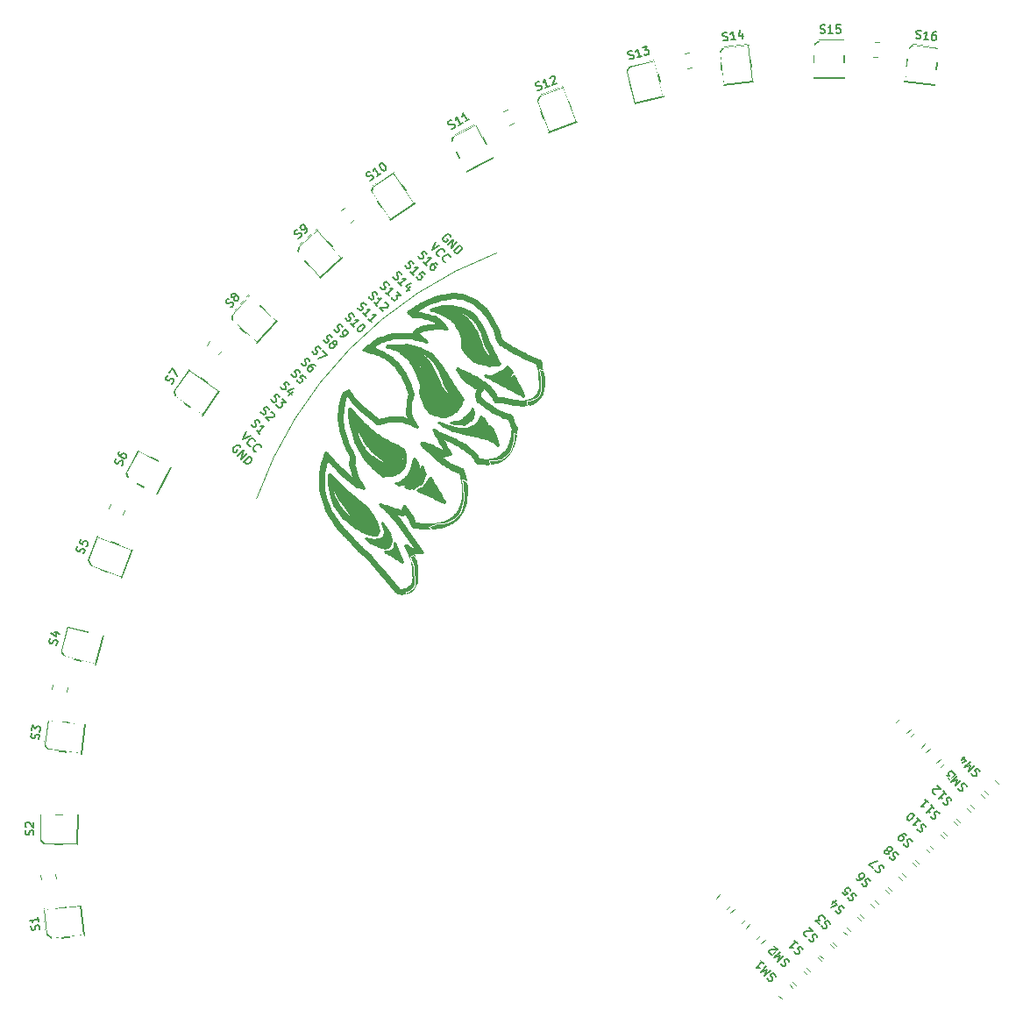
<source format=gto>
G04 #@! TF.GenerationSoftware,KiCad,Pcbnew,7.0.1*
G04 #@! TF.CreationDate,2023-04-30T23:13:50+02:00*
G04 #@! TF.ProjectId,Solo_morro2,536f6c6f-5f6d-46f7-9272-6f322e6b6963,rev?*
G04 #@! TF.SameCoordinates,PX4afdbbcPY7f05f82*
G04 #@! TF.FileFunction,Legend,Top*
G04 #@! TF.FilePolarity,Positive*
%FSLAX46Y46*%
G04 Gerber Fmt 4.6, Leading zero omitted, Abs format (unit mm)*
G04 Created by KiCad (PCBNEW 7.0.1) date 2023-04-30 23:13:50*
%MOMM*%
%LPD*%
G01*
G04 APERTURE LIST*
G04 Aperture macros list*
%AMRoundRect*
0 Rectangle with rounded corners*
0 $1 Rounding radius*
0 $2 $3 $4 $5 $6 $7 $8 $9 X,Y pos of 4 corners*
0 Add a 4 corners polygon primitive as box body*
4,1,4,$2,$3,$4,$5,$6,$7,$8,$9,$2,$3,0*
0 Add four circle primitives for the rounded corners*
1,1,$1+$1,$2,$3*
1,1,$1+$1,$4,$5*
1,1,$1+$1,$6,$7*
1,1,$1+$1,$8,$9*
0 Add four rect primitives between the rounded corners*
20,1,$1+$1,$2,$3,$4,$5,0*
20,1,$1+$1,$4,$5,$6,$7,0*
20,1,$1+$1,$6,$7,$8,$9,0*
20,1,$1+$1,$8,$9,$2,$3,0*%
%AMHorizOval*
0 Thick line with rounded ends*
0 $1 width*
0 $2 $3 position (X,Y) of the first rounded end (center of the circle)*
0 $4 $5 position (X,Y) of the second rounded end (center of the circle)*
0 Add line between two ends*
20,1,$1,$2,$3,$4,$5,0*
0 Add two circle primitives to create the rounded ends*
1,1,$1,$2,$3*
1,1,$1,$4,$5*%
%AMRotRect*
0 Rectangle, with rotation*
0 The origin of the aperture is its center*
0 $1 length*
0 $2 width*
0 $3 Rotation angle, in degrees counterclockwise*
0 Add horizontal line*
21,1,$1,$2,0,0,$3*%
G04 Aperture macros list end*
%ADD10C,0.220000*%
%ADD11C,0.100000*%
%ADD12C,0.200000*%
%ADD13C,0.150000*%
%ADD14C,0.120000*%
%ADD15RotRect,1.344920X1.350000X262.700000*%
%ADD16C,0.600000*%
%ADD17RotRect,1.355080X1.350000X262.700000*%
%ADD18RotRect,1.344920X1.350000X255.800000*%
%ADD19RotRect,1.355080X1.350000X255.800000*%
%ADD20RotRect,1.344920X1.350000X248.900000*%
%ADD21RotRect,1.355080X1.350000X248.900000*%
%ADD22RotRect,1.344920X1.350000X242.000000*%
%ADD23RotRect,1.355080X1.350000X242.000000*%
%ADD24RotRect,1.344920X1.350000X235.100000*%
%ADD25RotRect,1.355080X1.350000X235.100000*%
%ADD26RotRect,1.344920X1.350000X228.200000*%
%ADD27RotRect,1.355080X1.350000X228.200000*%
%ADD28RotRect,1.344920X1.350000X221.300000*%
%ADD29RotRect,1.355080X1.350000X221.300000*%
%ADD30RotRect,1.344920X1.350000X214.400000*%
%ADD31RotRect,1.355080X1.350000X214.400000*%
%ADD32RotRect,1.344920X1.350000X207.500000*%
%ADD33RotRect,1.355080X1.350000X207.500000*%
%ADD34RotRect,1.344920X1.350000X200.600000*%
%ADD35RotRect,1.355080X1.350000X200.600000*%
%ADD36RotRect,1.344920X1.350000X193.700000*%
%ADD37RotRect,1.355080X1.350000X193.700000*%
%ADD38RotRect,1.344920X1.350000X186.800000*%
%ADD39RotRect,1.355080X1.350000X186.800000*%
%ADD40RotRect,1.344920X1.350000X276.500000*%
%ADD41RotRect,1.355080X1.350000X276.500000*%
%ADD42RotRect,1.344920X1.350000X269.600000*%
%ADD43RotRect,1.355080X1.350000X269.600000*%
%ADD44RotRect,1.344920X1.350000X179.900000*%
%ADD45RotRect,1.355080X1.350000X179.900000*%
%ADD46RotRect,1.344920X1.350000X173.000000*%
%ADD47RotRect,1.355080X1.350000X173.000000*%
%ADD48RoundRect,0.250000X0.159099X-0.512652X0.512652X-0.159099X-0.159099X0.512652X-0.512652X0.159099X0*%
%ADD49RoundRect,0.250000X-0.159099X0.512652X-0.512652X0.159099X0.159099X-0.512652X0.512652X-0.159099X0*%
%ADD50RoundRect,0.250000X-0.503814X-0.132583X-0.132583X-0.503814X0.503814X0.132583X0.132583X0.503814X0*%
%ADD51RoundRect,0.250000X0.397581X-0.336654X0.488746X0.180370X-0.397581X0.336654X-0.488746X-0.180370X0*%
%ADD52RoundRect,0.250000X0.311660X-0.417462X0.516794X0.065804X-0.311660X0.417462X-0.516794X-0.065804X0*%
%ADD53RoundRect,0.250000X0.192994X-0.483900X0.516216X-0.070195X-0.192994X0.483900X-0.516216X0.070195X0*%
%ADD54RoundRect,0.250000X0.070195X-0.516216X0.483900X-0.192994X-0.070195X0.516216X-0.483900X0.192994X0*%
%ADD55RoundRect,0.250000X-0.047728X-0.518776X0.428084X-0.296901X0.047728X0.518776X-0.428084X0.296901X0*%
%ADD56RoundRect,0.250000X-0.180370X-0.488746X0.336654X-0.397581X0.180370X0.488746X-0.336654X0.397581X0*%
%ADD57RoundRect,0.250000X0.471166X-0.222281X0.425409X0.300721X-0.471166X0.222281X-0.425409X-0.300721X0*%
%ADD58RoundRect,0.250000X-0.300721X-0.425409X0.222281X-0.471166X0.300721X0.425409X-0.222281X0.471166X0*%
%ADD59HorizOval,1.200000X0.282843X-0.282843X-0.282843X0.282843X0*%
%ADD60C,3.200000*%
%ADD61C,2.200000*%
%ADD62RoundRect,0.150000X1.202082X0.707107X0.707107X1.202082X-1.202082X-0.707107X-0.707107X-1.202082X0*%
%ADD63RoundRect,0.300000X-0.707107X1.343503X-1.343503X0.707107X0.707107X-1.343503X1.343503X-0.707107X0*%
%ADD64RoundRect,0.150000X0.883883X-1.378858X1.378858X-0.883883X-0.883883X1.378858X-1.378858X0.883883X0*%
G04 #@! TA.AperFunction,Profile*
%ADD65C,0.100000*%
G04 #@! TD*
G04 #@! TA.AperFunction,Profile*
%ADD66C,0.200000*%
G04 #@! TD*
G04 APERTURE END LIST*
D10*
X46110886Y65708038D02*
X45958795Y65680677D01*
X43689518Y72008809D02*
X43485380Y72123785D01*
X45225129Y64731812D02*
X45348034Y64630263D01*
X42006695Y51429589D02*
X42203225Y51532515D01*
X43581161Y55496267D02*
X43569584Y55584115D01*
X33453595Y61397882D02*
X33661675Y61170068D01*
X42245143Y73255061D02*
X42046098Y73224241D01*
X40595377Y71391451D02*
X40508304Y71414980D01*
X45694372Y71904679D02*
X45715224Y71307533D01*
X44648167Y64205023D02*
X44573666Y63882319D01*
X37698054Y65928775D02*
X37487579Y66225312D01*
X34574147Y52232470D02*
X34639891Y50349837D01*
X37772148Y54961404D02*
X37881807Y54936086D01*
X43224546Y56670049D02*
X43021565Y56751945D01*
X43926989Y70939218D02*
X44091140Y70762524D01*
X46407810Y62505505D02*
X46436197Y62123020D01*
X42332616Y59288653D02*
X42536732Y59174296D01*
X42615604Y56915739D02*
X42412618Y56997637D01*
X47810329Y68618978D02*
X47824237Y68220732D01*
X45462201Y61360964D02*
X45332681Y61568242D01*
X39460553Y72764850D02*
X39473376Y72397717D01*
X35982572Y69207911D02*
X36180611Y69267494D01*
X34019520Y68114926D02*
X34221667Y68056913D01*
X33811723Y68334703D02*
X33817370Y68172941D01*
X48145655Y59016564D02*
X48229206Y59261457D01*
X46626759Y62396852D02*
X46639847Y62021957D01*
X32810106Y51171360D02*
X32848595Y51140588D01*
X39866398Y55412300D02*
X40057289Y55676652D01*
X40148332Y70261705D02*
X39953797Y70246308D01*
X41150361Y72394926D02*
X41075273Y72371302D01*
X51084747Y65474683D02*
X51042812Y65835403D01*
X34934103Y47655465D02*
X34952509Y47128355D01*
X35604281Y51387018D02*
X35516833Y51494524D01*
X35813380Y51129949D02*
X35883433Y49123841D01*
X33929278Y59237674D02*
X33764244Y59459691D01*
X42475880Y72378382D02*
X42530928Y70801970D01*
X43439475Y53089576D02*
X43548839Y53474394D01*
X44139749Y64846600D02*
X44344237Y64721608D01*
X45993878Y57597249D02*
X45920165Y57586525D01*
X35264411Y61119652D02*
X35088779Y61077276D01*
X37420214Y56692953D02*
X37335469Y56571026D01*
X34260493Y49752906D02*
X34391133Y49652863D01*
X37637661Y44735238D02*
X37689211Y44741221D01*
X33945195Y53051082D02*
X34034646Y50489569D01*
X41204436Y51480347D02*
X41005901Y51434939D01*
X31819794Y50876489D02*
X32027543Y50658023D01*
X37459973Y55554357D02*
X37468997Y55295942D01*
X40704606Y65793556D02*
X40571447Y66126416D01*
X39388385Y69100796D02*
X39590383Y69047013D01*
X48094481Y60258636D02*
X48145655Y59016564D01*
X48843977Y67672850D02*
X49047812Y67566584D01*
X42412618Y56997637D02*
X42274558Y57053339D01*
X30980385Y51991024D02*
X31002571Y51355718D01*
X47893099Y66248791D02*
X47930446Y65818232D01*
X36882373Y49171717D02*
X36920232Y48087514D01*
X46998264Y63219831D02*
X47199702Y63182082D01*
X37348885Y58735516D02*
X37420214Y56692953D01*
X40712081Y71310337D02*
X40726463Y70898458D01*
X46608623Y57754003D02*
X46601086Y57401286D01*
X39790721Y69040851D02*
X39584655Y69211112D01*
X32795518Y57319858D02*
X32778325Y57138151D01*
X42229020Y51546024D02*
X42398599Y51668430D01*
X33813286Y62559210D02*
X33607220Y62729471D01*
X40893361Y54657583D02*
X40924469Y53766779D01*
X30910388Y53995509D02*
X30689074Y54602319D01*
X43730774Y65096582D02*
X43935260Y64971591D01*
X45217984Y68354452D02*
X45345812Y68017125D01*
X38815699Y51115910D02*
X39016818Y51087315D01*
X45698490Y59651663D02*
X45722477Y59638397D01*
X35772621Y69489355D02*
X35784530Y69148323D01*
X33500911Y62817306D02*
X33400522Y62917715D01*
X32443044Y50221094D02*
X32650798Y50002630D01*
X38791718Y57533397D02*
X38716898Y57653136D01*
X34898925Y60124274D02*
X34969564Y58101444D01*
X40917180Y71167784D02*
X41122279Y71025227D01*
X35077173Y49289145D02*
X34873277Y49397245D01*
X46369360Y64036991D02*
X46395052Y63301291D01*
X37298043Y65922207D02*
X37466064Y65685484D01*
X32192497Y51665117D02*
X32398367Y51500532D01*
X35104223Y59976027D02*
X35175608Y57931822D01*
X41326513Y51508267D02*
X41204436Y51480347D01*
X36244904Y61695697D02*
X36256660Y61359063D01*
X40283485Y72122178D02*
X40162546Y72084127D01*
X31732730Y53369628D02*
X31522743Y53652119D01*
X44106738Y65791892D02*
X44310202Y65696145D01*
X33140294Y58908251D02*
X32926015Y59313661D01*
X37453242Y52250987D02*
X37570380Y52392759D01*
X49210083Y62919795D02*
X49378041Y62933816D01*
X37566242Y69703440D02*
X37366149Y69702600D01*
X43701585Y71663167D02*
X43497868Y71766118D01*
X38453225Y50034370D02*
X38474248Y49432315D01*
X32745460Y55867399D02*
X32852202Y55696576D01*
X34873277Y49397245D02*
X34669381Y49505345D01*
X35357041Y68074396D02*
X35220297Y68113642D01*
X41313697Y65543687D02*
X41142036Y66022666D01*
X36534083Y59145445D02*
X36637456Y56185220D01*
X40150340Y67829953D02*
X40235711Y67759413D01*
X41747548Y58850553D02*
X41534183Y59229877D01*
X40490320Y60468429D02*
X40492401Y60408834D01*
X36244904Y61695697D02*
X36046454Y61647814D01*
X36981419Y52066196D02*
X37000478Y51520313D01*
X45170394Y69717194D02*
X45077974Y69998461D01*
X31762728Y63972121D02*
X31799021Y62932771D01*
X31711351Y52049779D02*
X31571299Y52261620D01*
X33453595Y61397882D02*
X33503319Y59974060D01*
X42834524Y73569610D02*
X42633582Y73593074D01*
X31219501Y56605122D02*
X31377253Y56437776D01*
X39154431Y65150034D02*
X39122685Y65247949D01*
X39089969Y54723344D02*
X39095354Y54569129D01*
X39333920Y59198977D02*
X39338907Y59056167D01*
X32044905Y50160895D02*
X32252655Y49942428D01*
X37056893Y61366357D02*
X37257151Y61362474D01*
X50254356Y67400167D02*
X50267009Y67037842D01*
X50457082Y66959257D02*
X50566742Y66544387D01*
X36564897Y52532340D02*
X36582894Y52016926D01*
X41471303Y61030491D02*
X41476633Y60877855D01*
X37551586Y53072429D02*
X37677528Y53151125D01*
X43009361Y62832161D02*
X43128988Y62993066D01*
X35604281Y51387018D02*
X35610213Y51217176D01*
X31471218Y51243040D02*
X31403124Y51346806D01*
X40693521Y60380340D02*
X40490320Y60468429D01*
X40935517Y70642656D02*
X40946614Y70324893D01*
X39937769Y59099251D02*
X39959548Y58475585D01*
X47792220Y63406785D02*
X47804023Y63068829D01*
X33817370Y68172941D02*
X34019520Y68114926D01*
X32296821Y54408469D02*
X32396324Y54316506D01*
X39870382Y51343368D02*
X39808219Y51347553D01*
X35376539Y69370186D02*
X35388447Y69029155D01*
X37019939Y45232378D02*
X37175851Y45051254D01*
X45710486Y65712440D02*
X45714454Y65598821D01*
X45876055Y64622060D02*
X45744776Y64730527D01*
X43712757Y65612577D02*
X43713686Y65585910D01*
X31557901Y52879218D02*
X31757593Y52657666D01*
X35970661Y69548940D02*
X35772621Y69489355D01*
X38567848Y45278303D02*
X38616486Y45359157D01*
X37824360Y45119730D02*
X37650249Y45068914D01*
X41086323Y64839388D02*
X41141176Y64753326D01*
X36902111Y51659678D02*
X37000478Y51520313D01*
X50254356Y67400167D02*
X50051301Y67484116D01*
X46218013Y62640287D02*
X46237887Y62221430D01*
X43106736Y65774455D02*
X43078092Y65806875D01*
X40841187Y73343905D02*
X40643953Y73261185D01*
X50716062Y65788308D02*
X50765072Y64838343D01*
X34118180Y48097409D02*
X34326763Y47855145D01*
X41709510Y59939895D02*
X41506311Y60027984D01*
X38089140Y71921882D02*
X38095143Y71749911D01*
X38202604Y44935514D02*
X38230287Y44956962D01*
X33957857Y58419268D02*
X34165612Y58200615D01*
X43093745Y52382144D02*
X43169520Y52515087D01*
X33244252Y59549411D02*
X33322533Y59420333D01*
X45876246Y66723566D02*
X45673544Y66770364D01*
X45217984Y68354452D02*
X45270045Y66863519D01*
X43101000Y71669506D02*
X43306276Y71521864D01*
X32668157Y49505499D02*
X32875907Y49287035D01*
X46608623Y57754003D02*
X46393228Y57677790D01*
X45683123Y60765301D02*
X45722477Y59638397D01*
X38702600Y48623872D02*
X38902597Y48627491D01*
X44348057Y70342859D02*
X44135831Y70689523D01*
X43236407Y73522686D02*
X43035464Y73546149D01*
X36374632Y52249999D02*
X36582894Y52016926D01*
X34240816Y61777898D02*
X34034747Y61948161D01*
X32858547Y49784165D02*
X32875907Y49287035D01*
X32650798Y50002630D02*
X32668157Y49505499D01*
X37979265Y52145246D02*
X38186220Y51849827D01*
X43326352Y54703004D02*
X43324678Y54303640D01*
X43312298Y54157225D02*
X43292057Y53917857D01*
X42274417Y72416804D02*
X42475880Y72378382D01*
X48422254Y60219508D02*
X48462891Y60649562D01*
X36965962Y69700920D02*
X36765873Y69700079D01*
X41872537Y72463640D02*
X41910875Y71365745D01*
X48551111Y63275435D02*
X48396336Y63299396D01*
X39277528Y72275341D02*
X39081680Y72152959D01*
X45594483Y57572803D02*
X45390743Y57576801D01*
X31759384Y60660431D02*
X31894571Y60196591D01*
X44330433Y65116811D02*
X44344237Y64721608D01*
X32583510Y51929404D02*
X32604237Y51335946D01*
X36330383Y59247926D02*
X36426350Y56134285D01*
X48626908Y68158167D02*
X48640146Y67779113D01*
X41093876Y66107781D02*
X40880592Y66484765D01*
X36856635Y61370243D02*
X37056893Y61366357D01*
X46375963Y65853793D02*
X46466469Y65779013D01*
X41534183Y59229877D02*
X41559242Y58512206D01*
X45104900Y57602518D02*
X44992477Y57619798D01*
X36811353Y45474685D02*
X36829745Y44947986D01*
X43885211Y60674091D02*
X43906469Y60065383D01*
X32805846Y57024087D02*
X33053696Y55996858D01*
X42233544Y73587198D02*
X42034500Y73556379D01*
X36394187Y45959302D02*
X36412583Y45432514D01*
X37969017Y56047559D02*
X37847692Y55913070D01*
X48998530Y63247116D02*
X49010056Y62917004D01*
X38089140Y71921882D02*
X37974048Y71849966D01*
X33053696Y55996858D02*
X33075889Y55021787D01*
X39607627Y51361059D02*
X39619203Y51029531D01*
X42664153Y61256138D02*
X42670873Y61063828D01*
X43955622Y58657764D02*
X44161200Y58501568D01*
X44047579Y73216667D02*
X44060599Y72843823D01*
X47642399Y61966419D02*
X47654323Y61624987D01*
X32349870Y62517893D02*
X32349803Y61817391D01*
X38501042Y63953730D02*
X38381028Y63563272D01*
X45993878Y57597249D02*
X46005464Y57265461D01*
X39641752Y56114519D02*
X39457743Y55653197D01*
X39607627Y51361059D02*
X39407034Y51374562D01*
X37202325Y68663136D02*
X37402269Y68668266D01*
X41020440Y71832180D02*
X40892668Y71869704D01*
X39619203Y51029531D02*
X39819796Y51016027D01*
X45433428Y67915654D02*
X45471794Y66816939D01*
X35752834Y52863757D02*
X35959632Y52672633D01*
X41977476Y63727844D02*
X42039550Y61950220D01*
X34121387Y58979233D02*
X33929278Y59237674D01*
X34625964Y67940886D02*
X34828111Y67882872D01*
X39498160Y71687936D02*
X39510212Y71342843D01*
X32152494Y64272161D02*
X31956646Y64149780D01*
X46798456Y63210836D02*
X46962810Y63226475D01*
X47712002Y65704025D02*
X47501464Y65593951D01*
X42547392Y64599723D02*
X42759099Y64267993D01*
X41465999Y64243712D02*
X41562621Y64146263D01*
X50734749Y64570797D02*
X50681092Y64327803D01*
X46012404Y68528146D02*
X45797959Y68938318D01*
X42895722Y71817147D02*
X42957784Y70039890D01*
X42274558Y57053339D02*
X42209054Y57096243D01*
X40521362Y71041011D02*
X40726463Y70898458D01*
X38895681Y71748504D02*
X39095529Y71756373D01*
X48436313Y67885378D02*
X48640146Y67779113D01*
X37826695Y49129127D02*
X37720463Y49369198D01*
X45485376Y72158828D02*
X45504321Y71616231D01*
X32030306Y56309692D02*
X31823956Y56487957D01*
X48830742Y68051903D02*
X48626908Y68158167D01*
X34987614Y57584595D02*
X34939838Y57608018D01*
X46540409Y59138789D02*
X46367477Y59281674D01*
X50968228Y64149727D02*
X50999003Y64237047D01*
X44915209Y59832496D02*
X44713462Y59879074D01*
X33253107Y55677736D02*
X33277637Y54975209D01*
X42123981Y65263181D02*
X42335687Y64931453D01*
X45668894Y57241281D02*
X45814332Y57249780D01*
X32570279Y52308400D02*
X32426544Y52474860D01*
X44575463Y58100094D02*
X44601796Y57345977D01*
X38077442Y55064617D02*
X38083557Y54889510D01*
X40667304Y66861747D02*
X40557003Y67056706D01*
X43337518Y56624467D02*
X43224546Y56670049D01*
X40579196Y57923383D02*
X40372647Y58107450D01*
X44802999Y57315048D02*
X45004202Y57284122D01*
X30769015Y52313135D02*
X30554395Y52640192D01*
X47401126Y68875607D02*
X47415032Y68477359D01*
X37468997Y55295942D02*
X37669118Y55295923D01*
X39095529Y71756373D02*
X39107043Y71426573D01*
X39192858Y55280041D02*
X39072817Y55214501D01*
X44527409Y65206883D02*
X44732408Y65067302D01*
X48747149Y64714974D02*
X48531508Y65159378D01*
X48798173Y63253856D02*
X48809776Y62921587D01*
X45641984Y67674125D02*
X45433428Y67915654D01*
X33274049Y49347237D02*
X33291411Y48850107D01*
X46352342Y65751476D02*
X46309758Y65743814D01*
X36977485Y69370964D02*
X36777395Y69370124D01*
X41648006Y73162603D02*
X41448960Y73131785D01*
X32172092Y52249458D02*
X32016241Y52370699D01*
X48115271Y65617384D02*
X48161484Y64293958D01*
X29788576Y57466242D02*
X29838496Y56308056D01*
X43292877Y66174874D02*
X43315095Y65538639D01*
X41039270Y73402282D02*
X40945900Y73387824D01*
X32578195Y63273466D02*
X32376203Y63596716D01*
X47291332Y66288957D02*
X47345808Y64728912D01*
X40064572Y72660334D02*
X40261803Y72743056D01*
X47810329Y68618978D02*
X47605727Y68747293D01*
X40923867Y65245472D02*
X40704606Y65793556D01*
X46301530Y60248658D02*
X46391164Y60084494D01*
X45807592Y62931743D02*
X45822084Y62516705D01*
X38225672Y56550491D02*
X38362630Y56818862D01*
X35840693Y56078562D02*
X36040152Y56097539D01*
X32172092Y52249458D02*
X32192497Y51665117D01*
X46088190Y60639411D02*
X46151157Y60678757D01*
X30910388Y53995509D02*
X30912575Y53258020D01*
X39819796Y51016027D02*
X39862201Y51013172D01*
X44175593Y60757654D02*
X44280254Y60823053D01*
X48531508Y65159378D02*
X48569323Y64076482D01*
X32398367Y51500532D02*
X32604237Y51335946D01*
X33813286Y62559210D02*
X33828679Y62118423D01*
X39206241Y51393702D02*
X39005124Y51422297D01*
X40435027Y62051793D02*
X40231276Y62155773D01*
X38095143Y71749911D02*
X38301213Y71579646D01*
X45911508Y65686727D02*
X45918375Y65490082D01*
X36049208Y67299695D02*
X36114066Y67262703D01*
X49992187Y63446221D02*
X49994349Y63079209D01*
X38154991Y63951077D02*
X38231332Y62119248D01*
X39750609Y70189537D02*
X39552420Y70134162D01*
X41912276Y65594909D02*
X41963099Y64139545D01*
X44955413Y64068866D02*
X45157370Y64359428D01*
X30980385Y51991024D02*
X30769015Y52313135D01*
X40896717Y60292251D02*
X40919138Y59650182D01*
X39246969Y51054592D02*
X39418611Y51043037D01*
X44304279Y71596507D02*
X44129403Y71761052D01*
X38025541Y45215790D02*
X37850367Y45127322D01*
X40111530Y54123378D02*
X40314766Y54034228D01*
X32235294Y50439559D02*
X32252655Y49942428D01*
X46734051Y65055128D02*
X46937968Y64946389D01*
X40467798Y55382683D02*
X40517999Y53945079D01*
X43099475Y60251694D02*
X42897726Y60298270D01*
X35599903Y56055652D02*
X35641232Y56059585D01*
X36845099Y61700530D02*
X36856635Y61370243D01*
X38521548Y46030476D02*
X38473552Y45825373D01*
X35191220Y57484760D02*
X34987614Y57584595D01*
X35784530Y69148323D02*
X35982572Y69207911D01*
X44718126Y65476260D02*
X44923123Y65336681D01*
X42740848Y59059937D02*
X42944963Y58945578D01*
X44670024Y61123002D02*
X44713462Y59879074D01*
X39005124Y51422297D02*
X38804000Y51450894D01*
X41274160Y72406705D02*
X41298963Y71696366D01*
X39567091Y59235087D02*
X39532964Y59229802D01*
X37402269Y68668266D02*
X37602212Y68673398D01*
X33911656Y48280762D02*
X34080262Y48141452D01*
X36582894Y52016926D02*
X36791156Y51783853D01*
X46160235Y64294832D02*
X46181254Y63692879D01*
X43459431Y61623512D02*
X43648344Y61741554D01*
X42759099Y64267993D02*
X42818216Y62575062D01*
X41106145Y54295034D02*
X41127704Y53677630D01*
X40406466Y51352847D02*
X40428328Y51023180D01*
X43298784Y55113215D02*
X43326352Y54703004D01*
X45390743Y57576801D02*
X45405760Y57246443D01*
X47574205Y58040792D02*
X47740701Y58245404D01*
X46763025Y69956190D02*
X46801222Y68862302D01*
X42182706Y63581547D02*
X42235794Y62061295D01*
X36445706Y67406898D02*
X36461817Y66945635D01*
X41217024Y59793721D02*
X41315866Y59750870D01*
X41747737Y70306663D02*
X41787692Y70254009D01*
X34431488Y62048425D02*
X34225421Y62218685D01*
X36051784Y48676724D02*
X36098157Y48705703D01*
X33245520Y61625694D02*
X33453595Y61397882D01*
X39632393Y67844056D02*
X39836555Y67728377D01*
X32121938Y59416482D02*
X32180339Y59216099D01*
X38752987Y70103978D02*
X38782385Y69262146D01*
X41342197Y61788994D02*
X41243900Y61811687D01*
X36835026Y56258318D02*
X36768735Y56216895D01*
X41080476Y70652402D02*
X40935517Y70642656D01*
X40454037Y71087806D02*
X40521362Y71041011D01*
X41238316Y73433101D02*
X41039270Y73402282D01*
X44585329Y65566680D02*
X44718126Y65476260D01*
X39953797Y70246308D02*
X39750609Y70189537D01*
X34989382Y50376922D02*
X35036696Y50448252D01*
X36565778Y69699238D02*
X36468862Y69698831D01*
X41182913Y57827401D02*
X41198846Y57371181D01*
X39296132Y71742526D02*
X39225888Y71761507D01*
X38215601Y45377520D02*
X38175617Y45332070D01*
X41770044Y63937055D02*
X41977476Y63727844D01*
X41650075Y71525155D02*
X41502552Y71597091D01*
X39298590Y54479979D02*
X39501823Y54390830D01*
X42075075Y71265381D02*
X41910875Y71365745D01*
X35104223Y59976027D02*
X35309525Y59827777D01*
X45249934Y60509624D02*
X45291261Y60525233D01*
X32768591Y58090933D02*
X32795518Y57319858D01*
X37772148Y54961404D02*
X37880563Y54971718D01*
X36552079Y52899328D02*
X36564897Y52532340D01*
X42684594Y60670788D02*
X42886344Y60624210D01*
X43699808Y65983382D02*
X43712757Y65612577D01*
X40306273Y71469570D02*
X40104244Y71524163D01*
X40643953Y73261185D02*
X40656271Y72908502D01*
X40947128Y51082976D02*
X41017625Y51099100D01*
X45191958Y63368925D02*
X44986749Y63514652D01*
X40976363Y58011468D02*
X40769815Y58195536D01*
X36969331Y52412341D02*
X37171807Y52344827D01*
X32649346Y55774896D02*
X32442999Y55953160D01*
X35253951Y49957662D02*
X35279281Y49232278D01*
X40680580Y55020133D02*
X40721232Y53855929D01*
X38282144Y48183332D02*
X38322192Y48055854D01*
X32621289Y62309132D02*
X32700055Y60053589D01*
X36147121Y53034358D02*
X36349599Y52966844D01*
X38984384Y69208362D02*
X39186384Y69154581D01*
X35641232Y56059585D02*
X35840693Y56078562D01*
X35922981Y59452890D02*
X35719280Y59555372D01*
X48005463Y63031078D02*
X48161841Y63001772D01*
X34982939Y69179846D02*
X34787739Y69038989D01*
X37552584Y58633035D02*
X37610761Y56967101D01*
X38268029Y61068409D02*
X38170202Y61120275D01*
X38162433Y61466898D02*
X38052850Y61499515D01*
X41402620Y51535868D02*
X41419907Y51191108D01*
X34725520Y47897773D02*
X34743927Y47370618D01*
X48531508Y65159378D02*
X48315868Y65603780D01*
X32565135Y63917094D02*
X32353170Y64256310D01*
X42677343Y72339958D02*
X42878805Y72301537D01*
X37869242Y55295904D02*
X37957141Y55295896D01*
X43559336Y58544412D02*
X43764915Y58388216D01*
X35394828Y57384928D02*
X35436723Y56185283D01*
X42593552Y51816455D02*
X42787103Y52004667D01*
X41797391Y51692491D02*
X41713858Y51648742D01*
X49652270Y63314362D02*
X49596921Y63303635D01*
X35018148Y68171655D02*
X35030260Y67824859D01*
X43545644Y71349707D02*
X43719052Y71163046D01*
X39700189Y71633346D02*
X39498160Y71687936D01*
X36386406Y49892732D02*
X36236910Y50412223D01*
X35742162Y53169386D02*
X35752834Y52863757D01*
X35883433Y49123841D02*
X36081317Y49187997D01*
X43764915Y58388216D02*
X43970492Y58232019D01*
X34782813Y57718601D02*
X34939838Y57608018D01*
X46580992Y69438113D02*
X46754048Y68891885D01*
X37400532Y51525795D02*
X37421555Y50923741D01*
X38676683Y72289019D02*
X38480836Y72166640D01*
X35970661Y69548940D02*
X35982572Y69207911D01*
X32452186Y62494270D02*
X32621289Y62309132D01*
X42189534Y51924511D02*
X42055012Y51827412D01*
X41231590Y57341998D02*
X41198846Y57371181D01*
X36602498Y68647738D02*
X36802441Y68652870D01*
X35253951Y49957662D02*
X35055504Y49909780D01*
X43906469Y60065383D02*
X43704720Y60111960D01*
X41067168Y66872690D02*
X41093876Y66107781D01*
X33785845Y57767724D02*
X33988464Y57542757D01*
X38515977Y55382423D02*
X38488440Y55496551D01*
X35898976Y48678822D02*
X36103037Y48565965D01*
X30377560Y55375317D02*
X30401247Y56178137D01*
X30841974Y55753075D02*
X31056042Y55555226D01*
X46334666Y59299820D02*
X46367477Y59281674D01*
X44997546Y68936162D02*
X45217984Y68354452D01*
X50062871Y63481146D02*
X49992187Y63446221D01*
X37913198Y65498689D02*
X37753493Y65850669D01*
X31469635Y55172974D02*
X31676431Y54981848D01*
X43523450Y65302826D02*
X43315095Y65538639D01*
X44992477Y57619798D02*
X44804965Y57648621D01*
X44129403Y71761052D02*
X44097791Y71778857D01*
X36058208Y61311180D02*
X35859761Y61263298D01*
X36098157Y48705703D02*
X36103037Y48565965D01*
X45816668Y60863751D02*
X45683123Y60765301D01*
X35795989Y48735782D02*
X35898976Y48678822D01*
X35556052Y50030555D02*
X35452403Y50005545D01*
X41437363Y73463921D02*
X41448960Y73131785D01*
X39874971Y68971241D02*
X39790721Y69040851D01*
X51094624Y64815767D02*
X51102269Y65135002D01*
X49795036Y63361153D02*
X49807024Y63017809D01*
X42727374Y59445749D02*
X42740848Y59059937D01*
X38284987Y72044262D02*
X38301213Y71579646D01*
X45926539Y59525538D02*
X46130604Y59412679D01*
X41320814Y59609203D02*
X41345874Y58891532D01*
X46895448Y66003296D02*
X46856104Y66066263D01*
X31936747Y63529328D02*
X31799021Y62932771D01*
X44454698Y73019824D02*
X44444323Y72658291D01*
X37986394Y63402565D02*
X38045742Y61703110D01*
X46522301Y59657394D02*
X46540409Y59138789D01*
X45662499Y57571470D02*
X45594483Y57572803D01*
X36602771Y45716992D02*
X36621164Y45190250D01*
X37632095Y50625457D02*
X37842634Y50327172D01*
X40896717Y60292251D02*
X40693521Y60380340D01*
X34221667Y68056913D02*
X34423817Y67998902D01*
X31714000Y59636782D02*
X31872698Y59092271D01*
X34652950Y61437376D02*
X34446881Y61607638D01*
X43502969Y60158538D02*
X43301223Y60205115D01*
X37880563Y54971718D02*
X37881807Y54936086D01*
X39705060Y54301679D02*
X39908293Y54212529D01*
X34326763Y47855145D02*
X34535347Y47612883D01*
X43926989Y70939218D02*
X44049850Y67420981D01*
X32339379Y52553520D02*
X32152704Y52804649D01*
X34613855Y68287682D02*
X34625964Y67940886D01*
X43653484Y73040667D02*
X43857041Y72942244D01*
X42664153Y61256138D02*
X42841543Y61281187D01*
X38038370Y56183458D02*
X38067906Y55337728D01*
X40917180Y71167784D02*
X40931561Y70755902D01*
X45065006Y57274777D02*
X45205091Y57262172D01*
X45615326Y68437511D02*
X45550754Y68559653D01*
X47005826Y68733986D02*
X46801222Y68862302D01*
X35279281Y49232278D02*
X35481030Y49185701D01*
X45510537Y65707557D02*
X45714454Y65598821D01*
X31936747Y63529328D02*
X31975076Y63622028D01*
X44573666Y63882319D02*
X44663828Y63339227D01*
X38406807Y68555800D02*
X38608554Y68509220D01*
X37065792Y55380713D02*
X37070408Y55248525D01*
X44566067Y70903251D02*
X44739433Y70596825D01*
X38695833Y71740636D02*
X38895681Y71748504D01*
X34006927Y68475559D02*
X33811723Y68334703D01*
X38952983Y57275313D02*
X38791718Y57533397D01*
X41700570Y65926637D02*
X41748759Y64546691D01*
X36882373Y49171717D02*
X37094674Y48759272D01*
X33291411Y48850107D02*
X33499158Y48631641D01*
X41910875Y71365745D02*
X41706389Y71490733D01*
X47590782Y63444535D02*
X47792220Y63406785D01*
X46436197Y62123020D02*
X46639847Y62021957D01*
X43719052Y71163046D02*
X43926989Y70939218D01*
X44416568Y57776581D02*
X44553787Y57353357D01*
X45049345Y61741419D02*
X45116959Y59785921D01*
X40712081Y71310337D02*
X40917180Y71167784D01*
X36552079Y52899328D02*
X36754559Y52831815D01*
X40336555Y70602382D02*
X40347901Y70277502D01*
X36652411Y67218432D02*
X36859115Y67029969D01*
X46543959Y70498630D02*
X46580992Y69438113D01*
X48423076Y68264431D02*
X48436313Y67885378D01*
X40041993Y67576137D02*
X39960910Y67657913D01*
X44757048Y64361673D02*
X44796030Y63245346D01*
X34372476Y58007565D02*
X34404853Y57080440D01*
X38942360Y69833182D02*
X38969898Y69719055D01*
X45876055Y64622060D02*
X45951729Y64534923D01*
X42482848Y60717366D02*
X42684594Y60670788D01*
X47957566Y64402698D02*
X48161484Y64293958D01*
X34606399Y68501191D02*
X34613855Y68287682D01*
X31191755Y51668915D02*
X30980385Y51991024D01*
X38166521Y69705961D02*
X38178042Y69376008D01*
X42885944Y66366365D02*
X43089409Y66270619D01*
X45550754Y68559653D02*
X45394312Y69035748D01*
X29611940Y56793712D02*
X29507226Y56340154D01*
X47365154Y62030426D02*
X47237712Y62093670D01*
X38804000Y51450894D02*
X38637607Y51474554D01*
X41813542Y56960819D02*
X42018348Y56826670D01*
X35768437Y46686229D02*
X35786837Y46159302D01*
X46027296Y62370978D02*
X45822084Y62516705D01*
X50765072Y64838343D02*
X50749009Y64696620D01*
X34757142Y49837792D02*
X34656962Y49860920D01*
X34782813Y57718601D02*
X34819224Y56675818D01*
X38568345Y69660631D02*
X38394504Y69706918D01*
X40490320Y60468429D02*
X40448740Y60486456D01*
X38379371Y52149265D02*
X38413457Y51173105D01*
X40619267Y51045188D02*
X40818587Y51068161D01*
X37459973Y55554357D02*
X37606925Y55646184D01*
X40140485Y59024967D02*
X39937769Y59099251D01*
X44713462Y59879074D02*
X44511713Y59925653D01*
X47199702Y63182082D02*
X47401143Y63144330D01*
X42427163Y73617177D02*
X42233544Y73587198D01*
X40560028Y58472248D02*
X40763781Y58368271D01*
X47987728Y59637341D02*
X47913217Y59357270D01*
X41877267Y60866694D02*
X41674283Y60948593D01*
X37878725Y49293611D02*
X37888251Y49020833D01*
X34816001Y68229669D02*
X34828111Y67882872D01*
X37824360Y45119730D02*
X37836242Y44779430D01*
X42878805Y72301537D02*
X43080269Y72263115D01*
X35111279Y49271062D02*
X35279281Y49232278D01*
X44310202Y65696145D02*
X44513667Y65600402D01*
X35337203Y53304414D02*
X35539681Y53236901D01*
X33626893Y50704539D02*
X33422780Y50818897D01*
X35178496Y69310599D02*
X35153880Y69303194D01*
X34693430Y60278152D02*
X34734509Y60243002D01*
X38890344Y60738468D02*
X38663777Y61197106D01*
X39407034Y51374562D02*
X39281325Y51383026D01*
X43548839Y53474394D02*
X43619627Y53875169D01*
X41912706Y59851806D02*
X41925459Y59486602D01*
X39009834Y57018112D02*
X39072817Y55214501D01*
X46879793Y66869083D02*
X46655740Y67297627D01*
X31612044Y51094953D02*
X31819794Y50876489D01*
X45509468Y65738152D02*
X45710486Y65712440D01*
X37402269Y68668266D02*
X37429901Y67876945D01*
X44097791Y71778857D02*
X44113421Y71331257D01*
X37177581Y69371805D02*
X36977485Y69370964D01*
X34347151Y58732807D02*
X34139099Y58959898D01*
X38598282Y51611207D02*
X38614579Y51144509D01*
X45068300Y66910095D02*
X44866552Y66956674D01*
X41594635Y57498693D02*
X41432875Y57604648D01*
X39022669Y68112020D02*
X39207496Y68084809D01*
X41600238Y51607536D02*
X41612343Y51260896D01*
X32992833Y51669499D02*
X33017104Y51657234D01*
X44534920Y64991818D02*
X44330433Y65116811D01*
X45148381Y64616844D02*
X44943892Y64741838D01*
X40052255Y73013017D02*
X40064572Y72660334D01*
X43449924Y73139091D02*
X43653484Y73040667D01*
X48086965Y60697208D02*
X47868134Y61232969D01*
X36737782Y59042961D02*
X36534083Y59145445D01*
X36297902Y48716556D02*
X36323305Y48452381D01*
X43689518Y72008809D02*
X43701585Y71663167D01*
X48365403Y64185222D02*
X48569323Y64076482D01*
X36040152Y56097539D02*
X36239612Y56116517D01*
X40563263Y58379603D02*
X40356715Y58563670D01*
X32855693Y55596630D02*
X32649346Y55774896D01*
X33073485Y60821398D02*
X33288400Y60397728D01*
X30004094Y57025338D02*
X29838496Y56308056D01*
X32983825Y55485936D02*
X32855693Y55596630D01*
X38468160Y55337349D02*
X38378226Y55252569D01*
X42523258Y59560107D02*
X42310111Y59679527D01*
X40607711Y51376042D02*
X40406466Y51352847D01*
X45710486Y65712440D02*
X45911508Y65686727D01*
X40249421Y67366927D02*
X40041993Y67576137D01*
X44106738Y65791892D02*
X44119687Y65421086D01*
X34535347Y47612883D02*
X34743927Y47370618D01*
X49189580Y63803184D02*
X49178430Y63826168D01*
X39937250Y70575536D02*
X39895838Y70572751D01*
X38730654Y47820556D02*
X38697449Y47962415D01*
X34236394Y50442992D02*
X34034646Y50489569D01*
X32152494Y64272161D02*
X32184712Y63903164D01*
X40536211Y70615807D02*
X40547472Y70293298D01*
X37446180Y61680098D02*
X37414664Y61689479D01*
X46158319Y67410389D02*
X46130254Y67309190D01*
X46639847Y62021957D02*
X46843502Y61920897D01*
X35559853Y46928538D02*
X35578255Y46401564D01*
X38462938Y55486921D02*
X38488440Y55496551D01*
X40931561Y70755902D02*
X41080476Y70652402D01*
X36268232Y48680647D02*
X36297902Y48716556D01*
X39084836Y49139513D02*
X38874299Y49437798D01*
X45142400Y64788142D02*
X45225129Y64731812D01*
X44256003Y67248233D02*
X44460190Y67131767D01*
X35827506Y49105708D02*
X35883433Y49123841D01*
X35647771Y50141564D02*
X35682778Y49139123D01*
X39172519Y69551639D02*
X38969898Y69719055D01*
X36236805Y50466133D02*
X36236910Y50412223D01*
X35574578Y69429770D02*
X35376539Y69370186D01*
X33322533Y59420333D02*
X33534882Y59070196D01*
X48028650Y68097908D02*
X48232482Y67991644D01*
X41835452Y73525558D02*
X41847051Y73193422D01*
X38804000Y51450894D02*
X38815699Y51115910D01*
X46116966Y71264601D02*
X45898597Y71656331D01*
X42677343Y72339958D02*
X42682536Y71970475D01*
X45128119Y65197101D02*
X45142400Y64788142D01*
X34787739Y69038989D02*
X34592535Y68898132D01*
X30786413Y57545635D02*
X30803858Y57046037D01*
X31823956Y56487957D02*
X31605781Y56676442D01*
X39501823Y54390830D02*
X39705060Y54301679D01*
X38902597Y48627491D02*
X39102593Y48631112D01*
X47440648Y62012997D02*
X47452573Y61671563D01*
X35481030Y49185701D02*
X35682778Y49139123D01*
X41204436Y51480347D02*
X41216164Y51144508D01*
X32426544Y52474860D02*
X32311315Y52452330D01*
X42088103Y60559888D02*
X41884473Y60660265D01*
X41912276Y65594909D02*
X42123981Y65263181D01*
X40208401Y51349344D02*
X40219920Y51019496D01*
X32458700Y55503502D02*
X32252355Y55681770D01*
X36309356Y67531218D02*
X36445706Y67406898D01*
X38874299Y49437798D02*
X38902597Y48627491D01*
X47032038Y69107075D02*
X46987938Y69246277D01*
X44264157Y72745399D02*
X44444323Y72658291D01*
X44804965Y57648621D02*
X44802999Y57315048D01*
X45761533Y64250647D02*
X45970039Y64010556D01*
X32339699Y58911283D02*
X32554146Y58501108D01*
X42895722Y71817147D02*
X43101000Y71669506D01*
X32709077Y54064446D02*
X32914995Y53898494D01*
X37342971Y52635618D02*
X37361012Y52657456D01*
X33244252Y59549411D02*
X33098290Y60111019D01*
X41747548Y58850553D02*
X41774612Y58075581D01*
X42274417Y72416804D02*
X42323442Y71012895D01*
X39378587Y69381377D02*
X39172519Y69551639D01*
X39510212Y71342843D02*
X39712241Y71288251D01*
X45291261Y60525233D02*
X45318707Y59739343D01*
X45411663Y62808161D02*
X45206454Y62953891D01*
X49178430Y63826168D02*
X49177774Y63752030D01*
X46160235Y64294832D02*
X46369360Y64036991D01*
X32339699Y58911283D02*
X32366352Y58148046D01*
X35252655Y61456284D02*
X35171774Y61436770D01*
X35707283Y57231726D02*
X35598439Y57285096D01*
X38000405Y55016479D02*
X38077442Y55064617D01*
X37487579Y66225312D02*
X37277101Y66521850D01*
X33828679Y62118423D02*
X33622613Y62288684D01*
X36859115Y67029969D02*
X36877085Y66515283D01*
X50755730Y65447100D02*
X50772066Y65130444D01*
X41315866Y59750870D02*
X41519066Y59662780D01*
X38907197Y71418703D02*
X39107043Y71426573D01*
X43101000Y71669506D02*
X43161098Y69667508D01*
X37160801Y51865441D02*
X36981419Y52066196D01*
X35894587Y51030114D02*
X36025354Y50790608D01*
X46830410Y62295792D02*
X46843502Y61920897D01*
X31336945Y53241949D02*
X31557901Y52879218D01*
X49409620Y62936453D02*
X49457224Y62940426D01*
X46785918Y57839075D02*
X46608623Y57754003D01*
X35192005Y68923763D02*
X35302033Y69003157D01*
X46218013Y62640287D02*
X46012802Y62786013D01*
X35241528Y53336316D02*
X35337203Y53304414D01*
X42944963Y58945578D02*
X43149078Y58831219D01*
X44323153Y65325342D02*
X44421190Y65279210D01*
X40052255Y73013017D02*
X39855020Y72930295D01*
X46506939Y65827995D02*
X46530132Y65163866D01*
X35768437Y46686229D02*
X35977018Y46443922D01*
X44739433Y70596825D02*
X44952719Y70219843D01*
X31956646Y64149780D02*
X31975076Y63622028D01*
X48219244Y68370698D02*
X48142088Y68410921D01*
X35598439Y57285096D02*
X35641232Y56059585D01*
X38045742Y61703110D02*
X38162433Y61466898D01*
X30885119Y54719043D02*
X31099396Y54313717D01*
X36754559Y52831815D02*
X36766848Y52479856D01*
X37577765Y69373485D02*
X37377670Y69372645D01*
X46181254Y63692879D02*
X46395052Y63301291D01*
X36577302Y69369284D02*
X36518106Y69369035D01*
X43440901Y56205279D02*
X43548839Y53474394D01*
X44553414Y60993742D02*
X44670024Y61123002D01*
X40747043Y70309094D02*
X40547472Y70293298D01*
X50457408Y67316215D02*
X50254356Y67400167D01*
X38482057Y54939452D02*
X38283606Y54891571D01*
X37223598Y68054058D02*
X37429901Y67876945D01*
X37740959Y58093993D02*
X37591459Y58613477D01*
X40261803Y72743056D02*
X40459034Y72825779D01*
X31621349Y63630172D02*
X31580696Y63454079D01*
X44719256Y71174692D02*
X44930251Y70863301D01*
X45004202Y57284122D02*
X45065006Y57274777D01*
X42891801Y71929415D02*
X42682536Y71970475D01*
X37777857Y69374325D02*
X37577765Y69373485D01*
X35959632Y52672633D02*
X36174136Y52474381D01*
X33868287Y60984209D02*
X33929278Y59237674D01*
X43955622Y58657764D02*
X43970492Y58232019D01*
X43312298Y54157225D02*
X43356593Y52888735D01*
X36356667Y68436364D02*
X36410507Y68414888D01*
X37969017Y56047559D02*
X38038370Y56183458D01*
X35161091Y46886092D02*
X35369674Y46643828D01*
X36494345Y48821934D02*
X36583082Y48877381D01*
X49454792Y67373647D02*
X49276508Y67447358D01*
X45141246Y70551908D02*
X45170394Y69717194D01*
X39264229Y72656158D02*
X39277528Y72275341D01*
X34693430Y60278152D02*
X34763255Y58278624D01*
X46830410Y62295792D02*
X46626759Y62396852D01*
X47187747Y57697549D02*
X47389715Y57857795D01*
X38684286Y66340586D02*
X38471568Y66701258D01*
X41838066Y61836176D02*
X42039550Y61950220D01*
X32515428Y57862907D02*
X32444596Y57114347D01*
X41352898Y64421157D02*
X41465999Y64243712D01*
X42931488Y59331390D02*
X42944963Y58945578D01*
X30645034Y53966418D02*
X30718028Y53773141D01*
X38513857Y47002737D02*
X38509296Y46736377D01*
X37551586Y53072429D02*
X37492531Y52816630D01*
X46237887Y62221430D02*
X46027296Y62370978D01*
X45644805Y64385060D02*
X45761533Y64250647D01*
X36859115Y67029969D02*
X37021607Y66881811D01*
X40807032Y51399014D02*
X40607711Y51376042D01*
X36035672Y67687322D02*
X36049208Y67299695D01*
X32027543Y50658023D02*
X32044905Y50160895D01*
X38258851Y67061933D02*
X38135362Y67271317D01*
X40721232Y53855929D02*
X40924469Y53766779D01*
X41471303Y61030491D02*
X41268323Y61112390D01*
X43306276Y71521864D02*
X43511555Y71374223D01*
X47717585Y65544057D02*
X47753646Y64511435D01*
X34396828Y68349964D02*
X34606399Y68501191D01*
X43455253Y59037944D02*
X43339720Y59102672D01*
X42432036Y62172371D02*
X42581897Y62257196D01*
X35801333Y57205643D02*
X35840693Y56078562D01*
X42335687Y64931453D02*
X42432036Y62172371D01*
X39440630Y67604685D02*
X39234526Y67775963D01*
X44280254Y60823053D02*
X44309966Y59972228D01*
X43070113Y61092464D02*
X42870492Y61078147D01*
X41141176Y64753326D02*
X41352898Y64421157D01*
X44060599Y72843823D02*
X44264157Y72745399D01*
X38871165Y66023720D02*
X38684286Y66340586D01*
X42878805Y72301537D02*
X42891801Y71929415D01*
X44454698Y73019824D02*
X44251139Y73118244D01*
X37264126Y55431978D02*
X37256640Y55295962D01*
X45794387Y57579176D02*
X45662499Y57571470D01*
X46053729Y67344815D02*
X46130254Y67309190D01*
X50709569Y65826012D02*
X50716062Y65788308D01*
X41476633Y60877855D02*
X41550686Y60824800D01*
X37570380Y52392759D02*
X37697821Y52547003D01*
X32471997Y60853474D02*
X32700055Y60053589D01*
X29507226Y56340154D02*
X29564764Y54634076D01*
X29721446Y57268033D02*
X29611940Y56793712D01*
X38689982Y71908200D02*
X38537201Y71812733D01*
X39072817Y55214501D02*
X38876440Y55107281D01*
X38284530Y63249318D02*
X38231332Y62119248D01*
X47804023Y63068829D02*
X48005463Y63031078D01*
X50051301Y67484116D02*
X50063954Y67121794D01*
X31837153Y50379358D02*
X32044905Y50160895D01*
X36239861Y67570858D02*
X36035672Y67687322D01*
X48206853Y62994804D02*
X48408062Y62963649D01*
X33689551Y48910308D02*
X33769265Y48826483D01*
X44468008Y72638720D02*
X44444323Y72658291D01*
X38186220Y51849827D02*
X38379579Y51177921D01*
X44097791Y71778857D02*
X43893653Y71893833D01*
X34253465Y49954075D02*
X34260493Y49752906D01*
X43656403Y54713390D02*
X43627332Y55145870D01*
X35793745Y57422949D02*
X35587702Y57592572D01*
X44476102Y60945429D02*
X44553414Y60993742D01*
X36299880Y50451569D02*
X36236910Y50412223D01*
X34952509Y47128355D02*
X35161091Y46886092D01*
X42062095Y63642498D02*
X42182706Y63581547D01*
X42957784Y70039890D02*
X42743990Y70431475D01*
X43356593Y52888735D02*
X43439475Y53089576D01*
X37880563Y54971718D02*
X37937433Y54977130D01*
X43226800Y53548392D02*
X43127215Y53197980D01*
X41562621Y64146263D02*
X41770044Y63937055D01*
X32252355Y55681770D02*
X32046008Y55860034D01*
X38366611Y69706801D02*
X38378385Y69369714D01*
X41005901Y51434939D02*
X41017625Y51099100D01*
X35848001Y61599931D02*
X35859761Y61263298D01*
X32665048Y55325239D02*
X32458700Y55503502D01*
X37958124Y52750577D02*
X37747507Y53051233D01*
X35627293Y67920251D02*
X35640830Y67532625D01*
X49411976Y63267796D02*
X49198550Y63249979D01*
X31409874Y56884261D02*
X31426967Y56394830D01*
X41477705Y58003942D02*
X41576161Y58027697D01*
X31894571Y60196591D02*
X31937462Y58968396D01*
X44280254Y60823053D02*
X44476102Y60945429D01*
X38543618Y46252174D02*
X38521548Y46030476D01*
X42118220Y63844880D02*
X42175617Y63784472D01*
X40372647Y58107450D02*
X40166094Y58291518D01*
X37842517Y67522722D02*
X38048825Y67345610D01*
X39366173Y56964376D02*
X39413313Y56925428D01*
X40877326Y72309021D02*
X40679381Y72246741D01*
X46937968Y64946389D02*
X47141889Y64837651D01*
X43281733Y72224693D02*
X43294807Y71850339D01*
X36323305Y48452381D02*
X36106859Y48448472D01*
X37189995Y51824081D02*
X37160801Y51865441D01*
X45606019Y57242516D02*
X45668894Y57241281D01*
X39107043Y71426573D02*
X39188487Y71429777D01*
X39206241Y51393702D02*
X39217941Y51058719D01*
X38575231Y57739723D02*
X38716898Y57653136D01*
X38608554Y68509220D02*
X38684286Y66340586D01*
X38488110Y51994038D02*
X38379371Y52149265D01*
X39172519Y69551639D02*
X39186384Y69154581D01*
X38052850Y61499515D02*
X38065001Y61151591D01*
X41106145Y54295034D02*
X40893361Y54657583D01*
X33277637Y54975209D02*
X33479386Y54928632D01*
X41809962Y51332564D02*
X41847266Y51346092D01*
X37913198Y65498689D02*
X37944578Y64600051D01*
X31557901Y52879218D02*
X31571299Y52261620D01*
X41542128Y53552178D02*
X41318927Y53932484D01*
X40467798Y55382683D02*
X40255015Y55745232D01*
X42004247Y57230394D02*
X42018348Y56826670D01*
X35171774Y61436770D02*
X35049693Y61537639D01*
X40891281Y51408724D02*
X40807032Y51399014D01*
X39385814Y56582640D02*
X39240180Y56152636D01*
X41932422Y60844442D02*
X41877267Y60866694D01*
X50976959Y66217743D02*
X50887498Y66622216D01*
X40750610Y58745478D02*
X40763781Y58368271D01*
X43089409Y66270619D02*
X43106736Y65774455D01*
X45509468Y65738152D02*
X45510537Y65707557D01*
X39959548Y58475585D02*
X39752998Y58659652D01*
X31653216Y61601003D02*
X31714000Y59636782D01*
X47401143Y63144330D02*
X47602585Y63106579D01*
X40680580Y55020133D02*
X40467798Y55382683D01*
X40877326Y72309021D02*
X40892668Y71869704D01*
X50397078Y63313129D02*
X50445535Y63347337D01*
X30689074Y54602319D02*
X30718028Y53773141D01*
X35845017Y67416160D02*
X36049208Y67299695D01*
X50188005Y63569481D02*
X50201550Y63181582D01*
X50503796Y63915478D02*
X50380151Y63746146D01*
X34669381Y49505345D02*
X34465485Y49613445D01*
X42627073Y62317963D02*
X42818216Y62575062D01*
X44143385Y58100653D02*
X44176573Y58061282D01*
X38300418Y45473927D02*
X38215601Y45377520D01*
X37971998Y44819052D02*
X38033889Y44850309D01*
X45435390Y65747631D02*
X45510537Y65707557D01*
X44653641Y69843704D02*
X44777112Y69517875D01*
X46226850Y68117974D02*
X46012404Y68528146D01*
X36941483Y58940479D02*
X36737782Y59042961D01*
X34397334Y68757275D02*
X34202129Y68616416D01*
X39634699Y56316503D02*
X39641752Y56114519D01*
X42818216Y62575062D02*
X43009361Y62832161D01*
X39712241Y71288251D02*
X39914270Y71233662D01*
X37045358Y61696643D02*
X36845099Y61700530D01*
X49735378Y62994325D02*
X49807024Y63017809D01*
X32443044Y50221094D02*
X32460404Y49723964D01*
X38608554Y68509220D02*
X38810303Y68462643D01*
X32252655Y49942428D02*
X32460404Y49723964D01*
X40406466Y51352847D02*
X40208401Y51349344D01*
X42870492Y61078147D02*
X42670873Y61063828D01*
X41713858Y51648742D02*
X41600238Y51607536D01*
X36773157Y52299268D02*
X36564897Y52532340D01*
X29969992Y58001886D02*
X29788576Y57466242D01*
X34153700Y52810992D02*
X34236394Y50442992D01*
X39122685Y65247949D02*
X38871165Y66023720D01*
X34051719Y50000652D02*
X33887439Y50038580D01*
X38523803Y54949524D02*
X38482057Y54939452D01*
X43339720Y59102672D02*
X43353762Y58700610D01*
X35988329Y57262764D02*
X36040152Y56097539D01*
X32778155Y51777987D02*
X32583510Y51929404D01*
X49034574Y67945637D02*
X48830742Y68051903D01*
X40693521Y60380340D02*
X40705772Y60029508D01*
X44962669Y63531753D02*
X44902786Y63840908D01*
X40607711Y51376042D02*
X40619267Y51045188D01*
X48462891Y60649562D02*
X48272471Y61115768D01*
X38032146Y50630938D02*
X38053173Y50028885D01*
X36715746Y48212505D02*
X36511257Y48337496D01*
X40954363Y58641499D02*
X41158116Y58537519D01*
X42128660Y59398513D02*
X42163457Y59383428D01*
X36829745Y44947986D02*
X37020596Y44726317D01*
X48373459Y59881640D02*
X48416310Y60178346D01*
X45840710Y67443973D02*
X45641984Y67674125D01*
X36402554Y68642608D02*
X36602498Y68647738D01*
X37697821Y52547003D02*
X37768642Y52445903D01*
X34363862Y52568999D02*
X34153700Y52810992D01*
X37747507Y53051233D02*
X37677528Y53151125D01*
X35587702Y57592572D02*
X35381657Y57762198D01*
X33534882Y59070196D02*
X33566853Y58154627D01*
X43057531Y56381587D02*
X43162678Y55955242D01*
X36187461Y68637084D02*
X36209106Y68451547D01*
X37070408Y55248525D02*
X36866920Y55344933D01*
X36103037Y48565965D02*
X36130483Y48550786D01*
X34153700Y52810992D02*
X33945195Y53051082D01*
X48048150Y59937796D02*
X47987728Y59637341D01*
X32768591Y58090933D02*
X32853168Y57929159D01*
X43087385Y60597868D02*
X43006762Y60596410D01*
X41912706Y59851806D02*
X41709510Y59939895D01*
X41748759Y64546691D02*
X41963099Y64139545D01*
X29838496Y56308056D02*
X29893441Y54678797D01*
X44553787Y57353357D02*
X44601796Y57345977D01*
X31883227Y54790721D02*
X31942718Y53087139D01*
X50785244Y63741335D02*
X50907731Y63978068D01*
X38480836Y72166640D02*
X38514704Y71403247D01*
X46673138Y66799388D02*
X46867981Y66817926D01*
X39752998Y58659652D02*
X39546447Y58843719D01*
X41182913Y57827401D02*
X40976363Y58011468D01*
X39240180Y56152636D02*
X39267493Y55370374D01*
X36098157Y48705703D02*
X36177726Y48755420D01*
X36410507Y68414888D02*
X36613455Y68333937D01*
X42970804Y63936265D02*
X43009361Y62832161D01*
X31780757Y51994288D02*
X31986627Y51829704D01*
X37850630Y61559710D02*
X37648405Y61619905D01*
X42615604Y56915739D02*
X42628208Y56554805D01*
X36456119Y61378013D02*
X36656375Y61374128D01*
X34446881Y61607638D02*
X34240816Y61777898D01*
X43890654Y65385623D02*
X43713686Y65585910D01*
X37888251Y49020833D02*
X38006706Y48812441D01*
X43459431Y61623512D02*
X43470127Y61099097D01*
X44718126Y65476260D02*
X44732408Y65067302D01*
X37366149Y69702600D02*
X37166058Y69701760D01*
X38691083Y48953717D02*
X38702600Y48623872D01*
X42769732Y52502083D02*
X42787103Y52004667D01*
X41067168Y66872690D02*
X40858396Y67120348D01*
X44866552Y66956674D02*
X44699588Y66995219D01*
X51042812Y65835403D02*
X50976959Y66217743D01*
X31676431Y54981848D02*
X31732730Y53369628D01*
X33274049Y49347237D02*
X33481800Y49128773D01*
X35230891Y56348793D02*
X35025057Y56512305D01*
X34606399Y68501191D02*
X34801599Y68642047D01*
X32777102Y63577879D02*
X32795319Y63056301D01*
X36685465Y49554259D02*
X36693297Y49121368D01*
X37166058Y69701760D02*
X36965962Y69700920D01*
X39902219Y71578752D02*
X39914270Y71233662D01*
X38684783Y49134032D02*
X38810531Y48955879D01*
X42079352Y60810519D02*
X42088103Y60559888D01*
X36035672Y67687322D02*
X35831482Y67803787D01*
X32954292Y60665083D02*
X33024448Y60918063D01*
X34656962Y49860920D02*
X34669381Y49505345D01*
X41318927Y53932484D02*
X41106145Y54295034D01*
X38691083Y48953717D02*
X38810531Y48955879D01*
X41973063Y58123462D02*
X42134606Y58162443D01*
X43256920Y61473782D02*
X43384647Y61533004D01*
X37277101Y66521850D02*
X37298043Y65922207D01*
X40769815Y58195536D02*
X40563263Y58379603D01*
X39286292Y54832109D02*
X39298590Y54479979D01*
X29708102Y54039989D02*
X29826337Y53549958D01*
X40428328Y51023180D02*
X40619267Y51045188D01*
X39790721Y69040851D02*
X39792383Y68993229D01*
X41473617Y72425683D02*
X41502552Y71597091D01*
X38568345Y69660631D02*
X38580383Y69315930D01*
X44548723Y64596619D02*
X44753209Y64471626D01*
X36147121Y53034358D02*
X36174136Y52474381D01*
X32376203Y63596716D02*
X32184712Y63903164D01*
X40347901Y70277502D02*
X40148332Y70261705D01*
X34280858Y60631181D02*
X34487144Y60454668D01*
X43921462Y65366792D02*
X43890654Y65385623D01*
X48416310Y60178346D02*
X48422254Y60219508D01*
X45276885Y72398453D02*
X45295326Y71870382D01*
X33481800Y49128773D02*
X33689551Y48910308D01*
X38448435Y61633027D02*
X38229322Y62076573D01*
X34312308Y48377795D02*
X34516934Y48140082D01*
X36008264Y68472214D02*
X36209106Y68451547D01*
X47683734Y66513514D02*
X47623556Y66589602D01*
X43496343Y66079128D02*
X43523450Y65302826D01*
X47893099Y66248791D02*
X47683734Y66513514D01*
X38872533Y72411400D02*
X38885831Y72030580D01*
X43093306Y71889878D02*
X42891801Y71929415D01*
X39709084Y62651003D02*
X39605721Y62877102D01*
X36545988Y52553500D02*
X36766848Y52479856D01*
X31759384Y60660431D02*
X31653216Y61601003D01*
X35649554Y61552051D02*
X35451103Y61504167D01*
X44992477Y57619798D02*
X45004202Y57284122D01*
X36777395Y69370124D02*
X36577302Y69369284D01*
X46330466Y70881614D02*
X46116966Y71264601D01*
X35661309Y61215415D02*
X35462858Y61167534D01*
X31322068Y61592615D02*
X31434641Y60595281D01*
X39908293Y54212529D02*
X40111530Y54123378D01*
X41847051Y73193422D02*
X41648006Y73162603D01*
X47930446Y65818232D02*
X47712002Y65704025D01*
X43059985Y61382472D02*
X43256920Y61473782D01*
X34987614Y57584595D02*
X35025057Y56512305D01*
X42265875Y61199899D02*
X42465015Y61228019D01*
X36168704Y69608523D02*
X35970661Y69548940D01*
X35451103Y61504167D02*
X35462858Y61167534D01*
X38175617Y45332070D02*
X38025541Y45215790D01*
X45816668Y60863751D02*
X45881051Y60828144D01*
X31757593Y52657666D02*
X31780757Y51994288D01*
X33534882Y59070196D02*
X33747231Y58720058D01*
X33120909Y53732536D02*
X33218663Y50933256D01*
X36174136Y52474381D02*
X36374632Y52249999D01*
X33811723Y68334703D02*
X33652946Y68220128D01*
X31403124Y51346806D02*
X31421649Y50816286D01*
X38791718Y57533397D02*
X38876440Y55107281D01*
X35772621Y69489355D02*
X35574578Y69429770D01*
X46441297Y67707800D02*
X46473679Y66780409D01*
X47824237Y68220732D02*
X47619633Y68349045D01*
X36957037Y52764301D02*
X37159519Y52696788D01*
X30786413Y57545635D02*
X30578594Y57766091D01*
X42134606Y58162443D02*
X41960919Y58471227D01*
X42115954Y71223824D02*
X42323442Y71012895D01*
X46522301Y59657394D02*
X46391164Y60084494D01*
X32339379Y52553520D02*
X32364763Y52462781D01*
X36685465Y49554259D02*
X36882373Y49171717D01*
X31605781Y56676442D02*
X31633314Y56216564D01*
X36644843Y61704414D02*
X36444586Y61708299D01*
X42628208Y56554805D02*
X42831189Y56472910D01*
X42335687Y64931453D02*
X42547392Y64599723D01*
X46969245Y57561018D02*
X46995182Y57577227D01*
X43916221Y65516833D02*
X44119687Y65421086D01*
X44330433Y65116811D02*
X44125948Y65241799D01*
X36349599Y52966844D02*
X36374632Y52249999D01*
X39144683Y70348740D02*
X39157982Y69967922D01*
X41608735Y57094968D02*
X41813542Y56960819D01*
X47401126Y68875607D02*
X47196520Y69003922D01*
X33677041Y54999295D02*
X33761961Y54863394D01*
X33543790Y48584711D02*
X33705588Y48451024D01*
X41086323Y64839388D02*
X40923867Y65245472D01*
X44664382Y67015300D02*
X44699588Y66995219D01*
X41328186Y70859514D02*
X41347881Y70295624D01*
X37909586Y64707974D02*
X37944578Y64600051D01*
X41361871Y58433541D02*
X41518973Y58353368D01*
X37966429Y69705120D02*
X37766335Y69704280D01*
X49238406Y67839373D02*
X49251644Y67460320D01*
X32471997Y60853474D02*
X32349803Y61817391D01*
X31124651Y53590455D02*
X31148736Y52900799D01*
X40441780Y67589154D02*
X40512370Y67530830D01*
X32503158Y54230403D02*
X32570279Y52308400D01*
X40030820Y67896056D02*
X40041993Y67576137D01*
X39674336Y67410467D02*
X39855319Y67190978D01*
X36668520Y66757170D02*
X36773041Y66661868D01*
X36773041Y66661868D02*
X36877085Y66515283D01*
X41291900Y70907333D02*
X41328186Y70859514D01*
X43634913Y67841623D02*
X43731547Y67703684D01*
X50772066Y65130444D02*
X50765072Y64838343D01*
X33066297Y49565700D02*
X33274049Y49347237D01*
X45722477Y59638397D02*
X45926539Y59525538D01*
X43844024Y73315088D02*
X43857041Y72942244D01*
X44385346Y57813621D02*
X44416568Y57776581D01*
X47096125Y66148103D02*
X47291332Y66288957D01*
X45070816Y72568717D02*
X44864751Y72738981D01*
X36209106Y68451547D02*
X36356667Y68436364D01*
X50571586Y64046511D02*
X50503796Y63915478D01*
X42931488Y59331390D02*
X42727374Y59445749D01*
X32778325Y57138151D02*
X32805846Y57024087D01*
X37257151Y61362474D02*
X37363465Y61360411D01*
X33245520Y61625694D02*
X33288400Y60397728D01*
X40276101Y66602940D02*
X40082078Y66915980D01*
X40705772Y60029508D02*
X40492401Y60408834D01*
X38515977Y55382423D02*
X38468160Y55337349D01*
X37318616Y48140810D02*
X37329207Y47837534D01*
X49177774Y63752030D02*
X49189580Y63803184D01*
X40336555Y70602382D02*
X40136903Y70588959D01*
X33416544Y62458945D02*
X33278631Y62572896D01*
X41142036Y66022666D02*
X41093876Y66107781D01*
X40140485Y59024967D02*
X40166094Y58291518D01*
X35339241Y53246007D02*
X35546037Y53054881D01*
X34982939Y69179846D02*
X34996804Y68782903D01*
X31336945Y53241949D02*
X31360019Y52581209D01*
X45223322Y70430780D02*
X45358056Y70074024D01*
X34372476Y58007565D02*
X34577643Y57863082D01*
X41488864Y66258368D02*
X41547220Y64929525D01*
X38424860Y45115782D02*
X38567848Y45278303D01*
X44658683Y72909247D02*
X44623818Y72938052D01*
X43704720Y60111960D02*
X43502969Y60158538D01*
X35897809Y48712274D02*
X36051784Y48676724D01*
X43544468Y58970157D02*
X43750047Y58813961D01*
X40769815Y58195536D02*
X40785746Y57739316D01*
X43893653Y71893833D02*
X43906465Y71526946D01*
X33993737Y50499013D02*
X33831010Y50590181D01*
X31676431Y54981848D02*
X31883227Y54790721D01*
X35309525Y59827777D02*
X35514823Y59679529D01*
X30578594Y57766091D02*
X30370772Y57986547D01*
X47482811Y66536446D02*
X47623556Y66589602D01*
X42039550Y61950220D02*
X42235794Y62061295D01*
X48142088Y68410921D02*
X48014931Y68490667D01*
X41448960Y73131785D02*
X41249914Y73100963D01*
X45970039Y64010556D02*
X46071767Y63893418D01*
X35220297Y68113642D02*
X35018148Y68171655D01*
X39646735Y67433404D02*
X39818262Y62521494D01*
X44732408Y65067302D02*
X44937404Y64927722D01*
X43236407Y73522686D02*
X43248056Y73189083D01*
X48014931Y68490667D02*
X48028650Y68097908D01*
X36180611Y69267494D02*
X36378655Y69327078D01*
X41963099Y64139545D02*
X42118220Y63844880D01*
X35627293Y67920251D02*
X35423106Y68036717D01*
X39028425Y67947242D02*
X39122685Y65247949D01*
X47369757Y58312384D02*
X47389715Y57857795D01*
X42787103Y52004667D02*
X42852669Y52068429D01*
X43544468Y58970157D02*
X43559336Y58544412D01*
X34555204Y58505716D02*
X34347151Y58732807D01*
X41747737Y70306663D02*
X41749446Y70257628D01*
X38663762Y49736083D02*
X38684783Y49134032D01*
X34743927Y47370618D02*
X34952509Y47128355D01*
X38215601Y45377520D02*
X38230287Y44956962D01*
X43292057Y53917857D02*
X43226800Y53548392D01*
X46226850Y68117974D02*
X46274222Y66761431D01*
X44710544Y57939849D02*
X44804965Y57648621D01*
X30162953Y58207005D02*
X30072105Y58303376D01*
X36330383Y59247926D02*
X36126680Y59350409D01*
X41799442Y57364542D02*
X41813542Y56960819D01*
X46506939Y65827995D02*
X46616031Y65960032D01*
X31965780Y52426683D02*
X31986627Y51829704D01*
X45714454Y65598821D02*
X45918375Y65490082D01*
X38379579Y51177921D02*
X38413457Y51173105D01*
X33422780Y50818897D02*
X33218663Y50933256D01*
X38409355Y57021258D02*
X38462938Y55486921D01*
X47602585Y63106579D02*
X47804023Y63068829D01*
X37977950Y69375165D02*
X37777857Y69374325D01*
X31426967Y56394830D02*
X31377253Y56437776D01*
X38489275Y49002015D02*
X38594079Y48951961D01*
X32858547Y49784165D02*
X33066297Y49565700D01*
X39068380Y72533780D02*
X39081680Y72152959D01*
X32700055Y60053589D02*
X32926015Y59313661D01*
X47993662Y63369034D02*
X48217495Y63327086D01*
X41065339Y61194289D02*
X41271377Y61024916D01*
X39342382Y70418116D02*
X39185609Y70374314D01*
X45358056Y70074024D02*
X45578568Y69490151D01*
X38616486Y45359157D02*
X38696585Y45492310D01*
X39417200Y55551559D02*
X39267493Y55370374D01*
X40492401Y60408834D02*
X40448740Y60486456D01*
X40362014Y58943785D02*
X40546857Y58849458D01*
X45881051Y60828144D02*
X45926539Y59525538D01*
X49378041Y62933816D02*
X49409620Y62936453D01*
X45807592Y62931743D02*
X45602381Y63077469D01*
X43287382Y60601488D02*
X43301223Y60205115D01*
X36366743Y69668107D02*
X36168704Y69608523D01*
X45333113Y65057519D02*
X45348034Y64630263D01*
X38351257Y64415702D02*
X38381028Y63563272D01*
X33532746Y53400627D02*
X33738664Y53234672D01*
X38460872Y48628674D02*
X38447678Y48656177D01*
X37189995Y51824081D02*
X37211019Y51222027D01*
X50571586Y64046511D02*
X50591002Y63490630D01*
X39862201Y51013172D02*
X40019920Y51015962D01*
X33037443Y61853507D02*
X33073485Y60821398D01*
X32151907Y58558221D02*
X32366352Y58148046D01*
X40231276Y62155773D02*
X40047493Y62249563D01*
X38285758Y49099216D02*
X38489275Y49002015D01*
X31986627Y51829704D02*
X32192497Y51665117D01*
X32852202Y55696576D02*
X32983825Y55485936D01*
X30791199Y51677827D02*
X31002571Y51355718D01*
X38448435Y61633027D02*
X38471924Y60960308D01*
X38077442Y55064617D02*
X38273290Y55186999D01*
X39012052Y68416067D02*
X39146866Y68384944D01*
X41506311Y60027984D02*
X41303112Y60116073D01*
X35705612Y50211565D02*
X35647771Y50141564D01*
X39418631Y68234637D02*
X39428230Y67959738D01*
X37602212Y68673398D02*
X37636208Y67699834D01*
X31571299Y52261620D02*
X31360019Y52581209D01*
X35647771Y50141564D02*
X35556052Y50030555D01*
X39089969Y54723344D02*
X39286292Y54832109D01*
X45641984Y67674125D02*
X45673544Y66770364D01*
X38242686Y50332654D02*
X38263708Y49730601D01*
X47721929Y58858287D02*
X47605155Y58639375D01*
X37348885Y58735516D02*
X37145182Y58837998D01*
X32871395Y55146973D02*
X32665048Y55325239D01*
X48126726Y60599863D02*
X48086965Y60697208D01*
X43840495Y61954558D02*
X43862684Y61319154D01*
X35369674Y46643828D02*
X35578255Y46401564D01*
X38696585Y45492310D02*
X38801901Y45780235D01*
X37986394Y63402565D02*
X37956855Y63306451D01*
X42115903Y59763716D02*
X42128660Y59398513D01*
X44986749Y63514652D02*
X45001242Y63099617D01*
X45128119Y65197101D02*
X45333113Y65057519D01*
X34455215Y49907497D02*
X34465485Y49613445D01*
X34816001Y68229669D02*
X34613855Y68287682D01*
X43921462Y65366792D02*
X43935260Y64971591D01*
X42841543Y61281187D02*
X42870492Y61078147D01*
X42427163Y73617177D02*
X42433385Y73284209D01*
X37329207Y47837534D02*
X37124718Y47962525D01*
X33689551Y48910308D02*
X33705588Y48451024D01*
X39267493Y55370374D02*
X39192858Y55280041D01*
X38473552Y45825373D02*
X38399786Y45639109D01*
X44119687Y65421086D02*
X44323153Y65325342D01*
X38352003Y69376737D02*
X38378385Y69369714D01*
X42786930Y66412956D02*
X42885944Y66366365D01*
X43903271Y65887637D02*
X44106738Y65791892D01*
X38283606Y54891571D02*
X38181417Y54866915D01*
X38449364Y47574330D02*
X38494107Y47282776D01*
X33699583Y61128565D02*
X33868287Y60984209D01*
X43440901Y56205279D02*
X43337518Y56624467D01*
X47590782Y63444535D02*
X47602585Y63106579D01*
X32565135Y63917094D02*
X32578195Y63273466D01*
X30639288Y56028002D02*
X30554727Y56142703D01*
X47654323Y61624987D02*
X47452573Y61671563D01*
X44660636Y71261203D02*
X44719256Y71174692D01*
X47740701Y58245404D02*
X47770748Y58290987D01*
X47930446Y65818232D02*
X48040656Y66062216D01*
X41141176Y64753326D02*
X41243900Y61811687D01*
X39622695Y68121775D02*
X39632393Y67844056D01*
X34996804Y68782903D02*
X35192005Y68923763D01*
X44862683Y61336568D02*
X44915209Y59832496D01*
X34438143Y50396414D02*
X34236394Y50442992D01*
X44739409Y64866828D02*
X44534920Y64991818D01*
X43161098Y69667508D02*
X42957784Y70039890D01*
X39295376Y48841229D02*
X39302587Y48634731D01*
X40996689Y70328854D02*
X40946614Y70324893D01*
X45318707Y59739343D02*
X45116959Y59785921D01*
X48809776Y62921587D02*
X48845551Y62918462D01*
X32650798Y50002630D02*
X32858547Y49784165D01*
X44010438Y62142933D02*
X44219054Y62579741D01*
X46393228Y57677790D02*
X46192887Y57629054D01*
X50653068Y66154071D02*
X50709569Y65826012D01*
X43197088Y63187099D02*
X43128988Y62993066D01*
X42578008Y52261639D02*
X42593552Y51816455D01*
X47096125Y66148103D02*
X47141889Y64837651D01*
X33607220Y62729471D02*
X33622613Y62288684D01*
X34280858Y60631181D02*
X34347151Y58732807D01*
X45953606Y57257916D02*
X46005464Y57265461D01*
X41674283Y60948593D02*
X41680849Y60760638D01*
X44219054Y62579741D02*
X44356741Y62009098D01*
X44670024Y61123002D02*
X44862683Y61336568D01*
X39157982Y69967922D02*
X38942360Y69833182D01*
X41774612Y58075581D02*
X41973063Y58123462D01*
X47954446Y61894377D02*
X47844148Y61919843D01*
X32030306Y56309692D02*
X32046008Y55860034D01*
X45683123Y60765301D02*
X45488025Y60621471D01*
X38082241Y49196415D02*
X38285758Y49099216D01*
X35559853Y46928538D02*
X35768437Y46686229D01*
X46879793Y66869083D02*
X46867981Y66817926D01*
X34196660Y57311598D02*
X34404853Y57080440D01*
X47210427Y68605674D02*
X47005826Y68733986D01*
X48569323Y64076482D02*
X48773242Y63967744D01*
X35935584Y68479693D02*
X36008264Y68472214D01*
X36602771Y45716992D02*
X36811353Y45474685D01*
X45205091Y57262172D02*
X45372698Y57247093D01*
X48597439Y63271387D02*
X48551111Y63275435D01*
X39808219Y51347553D02*
X39819796Y51016027D01*
X48315868Y65603780D02*
X48365403Y64185222D01*
X32604237Y51335946D02*
X32810106Y51171360D01*
X42885944Y66366365D02*
X42895267Y66099460D01*
X38936996Y54638593D02*
X39095354Y54569129D01*
X49848246Y67568068D02*
X49645195Y67652019D01*
X41303112Y60116073D02*
X41099916Y60204162D01*
X46237887Y62221430D02*
X46436197Y62123020D01*
X35598439Y57285096D02*
X35394828Y57384928D01*
X33193159Y63125119D02*
X32985793Y63332524D01*
X40563263Y58379603D02*
X40579196Y57923383D01*
X46012802Y62786013D02*
X46027296Y62370978D01*
X36103037Y48565965D02*
X36106859Y48448472D01*
X32994571Y55040560D02*
X32871395Y55146973D01*
X36445706Y67406898D02*
X36652411Y67218432D01*
X44219054Y62579741D02*
X44250041Y61688200D01*
X37400532Y51525795D02*
X37189995Y51824081D01*
X41548663Y70276625D02*
X41749446Y70257628D01*
X46192887Y57629054D02*
X46226634Y57297642D01*
X40625970Y61954348D02*
X40435027Y62051793D01*
X38663777Y61197106D02*
X38675821Y60852204D01*
X31312757Y53934608D02*
X31267945Y53994891D01*
X34165612Y58200615D02*
X34196660Y57311598D01*
X43569584Y55584115D02*
X43485170Y56025777D01*
X34139099Y58959898D02*
X34121387Y58979233D01*
X38873897Y46238600D02*
X38869243Y46511092D01*
X35351268Y47170846D02*
X35369674Y46643828D01*
X33785845Y57767724D02*
X33566853Y58154627D01*
X46005464Y57265461D02*
X46226634Y57297642D01*
X46012404Y68528146D02*
X46043878Y67626864D01*
X30338929Y53167718D02*
X30368459Y52322047D01*
X31262837Y55364100D02*
X31469635Y55172974D01*
X30578594Y57766091D02*
X30596040Y57266493D01*
X42759099Y64267993D02*
X42970804Y63936265D01*
X36461817Y66945635D02*
X36668520Y66757170D01*
X46274222Y66761431D02*
X46473679Y66780409D01*
X44560287Y69996194D02*
X44664382Y67015300D01*
X31580696Y63454079D02*
X31406866Y62701147D01*
X37020596Y44726317D02*
X37237988Y44718961D01*
X35539681Y53236901D02*
X35742162Y53169386D01*
X36652411Y67218432D02*
X36668520Y66757170D01*
X37878725Y49293611D02*
X38082241Y49196415D01*
X35514823Y59679529D02*
X35612044Y59609321D01*
X44534920Y64991818D02*
X44548723Y64596619D01*
X38285758Y49099216D02*
X38322192Y48055854D01*
X37655028Y55699504D02*
X37606925Y55646184D01*
X36811353Y45474685D02*
X37019939Y45232378D01*
X38205057Y68602378D02*
X38406807Y68555800D01*
X49657848Y67289696D02*
X49454792Y67373647D01*
X49238406Y67839373D02*
X49034574Y67945637D01*
X34787739Y69038989D02*
X34801599Y68642047D01*
X44986749Y63514652D02*
X44962669Y63531753D01*
X43687079Y60617074D02*
X43704720Y60111960D01*
X35944641Y53101871D02*
X36147121Y53034358D01*
X42117417Y61178936D02*
X42265875Y61199899D01*
X31794214Y64048283D02*
X31762728Y63972121D01*
X35142685Y47413156D02*
X35351268Y47170846D01*
X42209054Y57096243D02*
X42004247Y57230394D01*
X40456847Y67157720D02*
X40249421Y67366927D01*
X38663762Y49736083D02*
X38453225Y50034370D01*
X37226442Y45049541D02*
X37175851Y45051254D01*
X47748752Y58920797D02*
X47770748Y58290987D01*
X43182514Y63604536D02*
X43286444Y63441682D01*
X33288400Y60397728D02*
X33503319Y59974060D01*
X44511713Y59925653D02*
X44309966Y59972228D01*
X37648405Y61619905D02*
X37660554Y61271977D01*
X38453225Y50034370D02*
X38242686Y50332654D01*
X40853501Y72991222D02*
X41036298Y73067888D01*
X37655028Y55699504D02*
X37669118Y55295923D01*
X32629305Y56348817D02*
X32745460Y55867399D01*
X45608115Y61127449D02*
X45497904Y60883466D01*
X40235711Y67759413D02*
X40249421Y67366927D01*
X42075075Y71265381D02*
X42115954Y71223824D01*
X48609039Y62939117D02*
X48809776Y62921587D01*
X43315095Y65538639D02*
X43106736Y65774455D01*
X42834524Y73569610D02*
X42846175Y73236009D01*
X38168747Y52449920D02*
X37958124Y52750577D01*
X31956646Y64149780D02*
X31794214Y64048283D01*
X36565778Y69699238D02*
X36577302Y69369284D01*
X30660381Y55144158D02*
X30885119Y54719043D01*
X40166094Y58291518D02*
X39959548Y58475585D01*
X36344200Y61380183D02*
X36256660Y61359063D01*
X41706389Y71490733D02*
X41650075Y71525155D01*
X32121938Y59416482D02*
X32151907Y58558221D01*
X33465071Y55338516D02*
X33479386Y54928632D01*
X40488169Y66260779D02*
X40276101Y66602940D01*
X34592535Y68898132D02*
X34397334Y68757275D01*
X48396336Y63299396D02*
X48217495Y63327086D01*
X46530132Y65163866D02*
X46734051Y65055128D01*
X37245617Y61692759D02*
X37257151Y61362474D01*
X38948836Y70226360D02*
X38942360Y69833182D01*
X40858396Y67120348D02*
X40880592Y66484765D01*
X49992187Y63446221D02*
X49869237Y63385476D01*
X33053696Y55996858D02*
X33253107Y55677736D01*
X47753646Y64511435D02*
X47957566Y64402698D01*
X49178430Y63826168D02*
X48962789Y64270571D01*
X46706539Y65885243D02*
X46856104Y66066263D01*
X38168747Y52449920D02*
X38186220Y51849827D01*
X42670873Y61063828D02*
X42629009Y61060826D01*
X32778155Y51777987D02*
X32992833Y51669499D01*
X34761127Y50321848D02*
X34639891Y50349837D01*
X47291332Y66288957D02*
X47348052Y66329887D01*
X33002683Y62848896D02*
X33210047Y62641491D01*
X44083344Y60731106D02*
X43885211Y60674091D01*
X29788576Y57466242D02*
X29721446Y57268033D01*
X35055504Y49909780D02*
X35077173Y49289145D01*
X41231590Y57341998D02*
X41403925Y57229118D01*
X39634699Y56316503D02*
X39673061Y56193009D01*
X41709510Y59939895D02*
X41722262Y59574692D01*
X30689074Y54602319D02*
X30649318Y54711325D01*
X42351670Y52041541D02*
X42189534Y51924511D01*
X35351268Y47170846D02*
X35559853Y46928538D01*
X32090024Y54599595D02*
X32152704Y52804649D01*
X45497904Y60883466D02*
X45488025Y60621471D01*
X38284987Y72044262D02*
X38089140Y71921882D01*
X33945195Y53051082D02*
X33895599Y53108192D01*
X33017104Y51657234D02*
X33014550Y51047612D01*
X34637557Y61878163D02*
X34652950Y61437376D01*
X32875907Y49287035D02*
X33083658Y49068570D01*
X38614579Y51144509D02*
X38815699Y51115910D01*
X42482848Y60717366D02*
X42494228Y60391425D01*
X42117417Y61178936D02*
X42267820Y61144214D01*
X45394312Y69035748D02*
X45170394Y69717194D01*
X49608580Y62969754D02*
X49735378Y62994325D01*
X32985793Y63332524D02*
X32838135Y63480211D01*
X38506323Y48513761D02*
X38616486Y45359157D01*
X43287382Y60601488D02*
X43087385Y60597868D01*
X46729506Y58982550D02*
X46540409Y59138789D01*
X39855319Y67190978D02*
X40027030Y62273838D01*
X45538710Y64900789D02*
X45423518Y64995964D01*
X36185605Y46201612D02*
X36204001Y45674776D01*
X37361012Y52657456D02*
X37492531Y52816630D01*
X39197627Y64170118D02*
X39351036Y63434184D01*
X44527333Y70939876D02*
X44320376Y71135566D01*
X32236650Y56131427D02*
X32252355Y55681770D01*
X41537963Y70583088D02*
X41548663Y70276625D01*
X41361871Y58433541D02*
X41375040Y58056332D01*
X33253107Y55677736D02*
X33465071Y55338516D01*
X40488273Y71988467D02*
X40286080Y72047847D01*
X42886344Y60624210D02*
X42897726Y60298270D01*
X42233544Y73587198D02*
X42245143Y73255061D01*
X44460190Y67131767D02*
X44664382Y67015300D01*
X31612044Y51094953D02*
X31629401Y50597820D01*
X39673061Y56193009D02*
X39641752Y56114519D01*
X49411976Y63267796D02*
X49409620Y62936453D01*
X42163457Y59383428D02*
X42332616Y59288653D01*
X43078092Y65806875D02*
X42895267Y66099460D01*
X31942718Y53087139D02*
X31732730Y53369628D01*
X47446456Y66522716D02*
X47348052Y66329887D01*
X29934591Y53284917D02*
X30153422Y52749161D01*
X43699808Y65983382D02*
X43903271Y65887637D01*
X38230287Y44956962D02*
X38402602Y45090480D01*
X41473617Y72425683D02*
X41274160Y72406705D01*
X46309758Y65743814D02*
X46326212Y65272604D01*
X40935517Y70642656D02*
X40735865Y70629231D01*
X45698490Y59651663D02*
X45520456Y59692766D01*
X34516934Y48140082D02*
X34725520Y47897773D01*
X31384654Y62604928D02*
X31322068Y61592615D01*
X31191755Y51668915D02*
X31211611Y51037156D01*
X34225421Y62218685D02*
X34240816Y61777898D01*
X41127704Y53677630D02*
X41330941Y53588479D01*
X34465485Y49613445D02*
X34391133Y49652863D01*
X34613049Y56849281D02*
X34643675Y56815276D01*
X31872698Y59092271D02*
X31937462Y58968396D01*
X38637607Y51474554D02*
X38598282Y51611207D01*
X33400522Y62917715D02*
X33416544Y62458945D01*
X32795518Y57319858D02*
X32853168Y57929159D01*
X35944641Y53101871D02*
X35959632Y52672633D01*
X49198550Y63249979D02*
X49148352Y63245788D01*
X50267009Y67037842D02*
X50063954Y67121794D01*
X48511466Y62947641D02*
X48609039Y62939117D01*
X37698054Y65928775D02*
X37726607Y65111262D01*
X39342382Y70418116D02*
X39354231Y70078789D01*
X39590383Y69047013D02*
X39792383Y68993229D01*
X35394828Y57384928D02*
X35191220Y57484760D01*
X40679381Y72246741D02*
X40481432Y72184459D01*
X38821512Y68141635D02*
X38871165Y66023720D01*
X46655740Y67297627D02*
X46441297Y67707800D01*
X37862778Y61211784D02*
X37660554Y61271977D01*
X42469566Y61097637D02*
X42629009Y61060826D01*
X37552584Y58633035D02*
X37348885Y58735516D01*
X42581897Y62257196D02*
X42627073Y62317963D01*
X35640830Y67532625D02*
X35845017Y67416160D01*
X32353170Y64256310D02*
X32289692Y64357893D01*
X32235294Y50439559D02*
X32443044Y50221094D01*
X50380151Y63746146D02*
X50397078Y63313129D01*
X36941483Y58940479D02*
X37030874Y56380696D01*
X37850630Y61559710D02*
X37862778Y61211784D01*
X40946614Y70324893D02*
X40747043Y70309094D01*
X31605781Y56676442D02*
X31409874Y56884261D01*
X39154431Y65150034D02*
X39225231Y64756492D01*
X46801222Y68862302D02*
X46754048Y68891885D01*
X41271377Y61024916D02*
X41476633Y60877855D01*
X32366352Y58148046D02*
X32515428Y57862907D01*
X36168704Y69608523D02*
X36180611Y69267494D01*
X32444596Y57114347D02*
X32629305Y56348817D01*
X32621289Y62309132D02*
X32829364Y62081319D01*
X44250041Y61688200D02*
X44297685Y61753297D01*
X33075889Y55021787D02*
X33277637Y54975209D01*
X38707351Y71410835D02*
X38907197Y71418703D01*
X35977018Y46443922D02*
X36185605Y46201612D01*
X46601086Y57401286D02*
X46735409Y57448814D01*
X37610761Y56967101D02*
X37420214Y56692953D01*
X35423106Y68036717D02*
X35436642Y67649089D01*
X37256640Y55295962D02*
X37468997Y55295942D01*
X38351257Y64415702D02*
X38217774Y64827416D01*
X37591459Y58613477D02*
X37552584Y58633035D01*
X45141246Y70551908D02*
X45223322Y70430780D01*
X37551586Y53072429D02*
X37570380Y52392759D01*
X45744776Y64730527D02*
X45538710Y64900789D01*
X36185605Y46201612D02*
X36394187Y45959302D01*
X35801333Y57205643D02*
X35960262Y57161568D01*
X43149078Y58831219D02*
X43273906Y58761283D01*
X41268323Y61112390D02*
X41271377Y61024916D01*
X35175608Y57931822D02*
X34969564Y58101444D01*
X39214568Y68347497D02*
X39418631Y68234637D01*
X38869243Y46511092D02*
X38839639Y46753628D01*
X31522743Y53652119D02*
X31312757Y53934608D01*
X40967536Y58264292D02*
X41171285Y58160313D01*
X38773602Y47637055D02*
X38730654Y47820556D01*
X34102330Y48551289D02*
X34312308Y48377795D01*
X44344237Y64721608D02*
X44548723Y64596619D01*
X44937404Y64927722D02*
X45142400Y64788142D01*
X45462201Y61360964D02*
X45497904Y60883466D01*
X34423817Y67998902D02*
X34625964Y67940886D01*
X41534183Y59229877D02*
X41320814Y59609203D01*
X39413313Y56925428D02*
X39456679Y56889596D01*
X31002571Y51355718D02*
X31211611Y51037156D01*
X38565779Y69986994D02*
X38649754Y69638958D01*
X44108218Y60018807D02*
X43906469Y60065383D01*
X46441297Y67707800D02*
X46226850Y68117974D01*
X45291261Y60525233D02*
X45427032Y60576506D01*
X46226634Y57297642D02*
X46403082Y57340564D01*
X33465071Y55338516D02*
X33677041Y54999295D01*
X45253141Y61616856D02*
X45049345Y61741419D01*
X30153422Y52749161D02*
X30260975Y52485845D01*
X32377801Y52089431D02*
X32398367Y51500532D01*
X40019920Y51015962D02*
X40050525Y51016500D01*
X45159430Y60584405D02*
X45249934Y60509624D01*
X47913217Y59357270D02*
X47959961Y58603364D01*
X46130604Y59412679D02*
X46334666Y59299820D01*
X47889110Y58470541D02*
X47959961Y58603364D01*
X43640464Y73413511D02*
X43653484Y73040667D01*
X42841543Y61281187D02*
X43059985Y61382472D01*
X37226722Y56503073D02*
X37030874Y56380696D01*
X35574578Y69429770D02*
X35586488Y69088740D01*
X39102593Y48631112D02*
X39302587Y48634731D01*
X41547220Y64929525D02*
X41748759Y64546691D01*
X31762728Y63972121D02*
X31621349Y63630172D01*
X38948836Y70226360D02*
X38752987Y70103978D01*
X39264229Y72656158D02*
X39068380Y72533780D01*
X38322192Y48055854D02*
X38378936Y47875237D01*
X43292877Y66174874D02*
X43496343Y66079128D01*
X43298784Y55113215D02*
X43243661Y55531541D01*
X38273290Y55186999D02*
X38283606Y54891571D01*
X43862684Y61319154D02*
X43666406Y61209126D01*
X41147090Y70314625D02*
X41347881Y70295624D01*
X38936996Y54638593D02*
X39089969Y54723344D01*
X35546037Y53054881D02*
X35752834Y52863757D01*
X37094674Y48759272D02*
X37124718Y47962525D01*
X41799442Y57364542D02*
X41594635Y57498693D01*
X40726463Y70898458D02*
X40931561Y70755902D01*
X37166058Y69701760D02*
X37177581Y69371805D01*
X41298963Y71696366D02*
X41095374Y71795640D01*
X41402620Y51535868D02*
X41326513Y51508267D01*
X34396828Y68349964D02*
X34423817Y67998902D01*
X34006927Y68475559D02*
X34019520Y68114926D01*
X38697449Y47962415D02*
X38593395Y48293620D01*
X45898597Y71656331D02*
X45928721Y70924546D01*
X45814332Y57249780D02*
X45953606Y57257916D01*
X40136903Y70588959D02*
X40148332Y70261705D01*
X38522160Y48620607D02*
X38702600Y48623872D01*
X45348034Y64630263D02*
X45554099Y64460003D01*
X40082078Y66915980D02*
X40231276Y62155773D01*
X37689211Y44741221D02*
X37715964Y44744325D01*
X39532964Y59229802D02*
X39333920Y59198977D01*
X46729506Y58982550D02*
X46522301Y59657394D01*
X33652946Y68220128D02*
X33817370Y68172941D01*
X33017104Y51657234D02*
X33045168Y51758427D01*
X31965780Y52426683D02*
X32016241Y52370699D01*
X36349599Y52966844D02*
X36552079Y52899328D01*
X38217774Y64827416D02*
X38130004Y65020853D01*
X45594483Y57572803D02*
X45606019Y57242516D01*
X31434641Y60595281D02*
X31486635Y60416890D01*
X33326828Y53566582D02*
X33422780Y50818897D01*
X34516934Y48140082D02*
X34535347Y47612883D01*
X34613855Y68287682D02*
X34396828Y68349964D01*
X42055012Y51827412D02*
X41993920Y51795416D01*
X47959961Y58603364D02*
X48019676Y58715306D01*
X43035464Y73546149D02*
X43047116Y73212546D01*
X33322533Y59420333D02*
X33353574Y58531438D01*
X38006706Y48812441D02*
X38102633Y48612482D01*
X37374285Y52277314D02*
X37453242Y52250987D01*
X35436642Y67649089D02*
X35640830Y67532625D01*
X39937769Y59099251D02*
X39735054Y59173537D01*
X34790607Y58248766D02*
X34763255Y58278624D01*
X33326828Y53566582D02*
X33532746Y53400627D01*
X38379371Y52149265D02*
X38168747Y52449920D01*
X39320180Y70069276D02*
X39157982Y69967922D01*
X35610213Y51217176D02*
X35772563Y50734967D01*
X38178042Y69376008D02*
X37977950Y69375165D01*
X37190938Y68082095D02*
X37223598Y68054058D01*
X37181858Y55205455D02*
X37256640Y55295962D01*
X35227944Y67768126D02*
X35436642Y67649089D01*
X41347881Y70295624D02*
X41548663Y70276625D01*
X44372139Y58341297D02*
X44385346Y57813621D01*
X38514704Y71403247D02*
X38707351Y71410835D01*
X30183976Y57604971D02*
X30039285Y57177762D01*
X43750047Y58813961D02*
X43955622Y58657764D01*
X47560811Y58572103D02*
X47574205Y58040792D01*
X41345874Y58891532D02*
X41132507Y59270857D01*
X45881051Y60828144D02*
X46085114Y60715284D01*
X41437363Y73463921D02*
X41238316Y73433101D01*
X50604109Y64109365D02*
X50571586Y64046511D01*
X36118736Y49200127D02*
X36249184Y49358013D01*
X40276101Y66602940D02*
X40435027Y62051793D01*
X43021565Y56751945D02*
X43057531Y56381587D01*
X42897726Y60298270D02*
X42695977Y60344848D01*
X43719052Y71163046D02*
X43843320Y67604412D01*
X45797959Y68938318D02*
X45758402Y69013982D01*
X34312308Y48377795D02*
X34326763Y47855145D01*
X38003308Y68648955D02*
X38048825Y67345610D01*
X48747149Y64714974D02*
X48773242Y63967744D01*
X45433428Y67915654D02*
X45345812Y68017125D01*
X45488025Y60621471D02*
X45520456Y59692766D01*
X48962789Y64270571D02*
X48977160Y63859006D01*
X39378587Y69381377D02*
X39388385Y69100796D01*
X34857052Y49861898D02*
X34873277Y49397245D01*
X40919138Y59650182D02*
X40705772Y60029508D01*
X32339379Y52553520D02*
X32311315Y52452330D01*
X39207496Y68084809D02*
X39428230Y67959738D01*
X46071767Y63893418D02*
X46181254Y63692879D01*
X47187901Y63520038D02*
X47199702Y63182082D01*
X32994571Y55040560D02*
X33075889Y55021787D01*
X31937462Y58968396D02*
X32151907Y58558221D01*
X36457141Y48798689D02*
X36494345Y48821934D01*
X43674016Y65630807D02*
X43713686Y65585910D01*
X39095529Y71756373D02*
X39225888Y71761507D01*
X38065001Y61151591D02*
X37862778Y61211784D01*
X45608115Y61127449D02*
X45462201Y61360964D01*
X39657786Y72847572D02*
X39460553Y72764850D01*
X41042151Y61858265D02*
X40840403Y61904842D01*
X40785746Y57739316D02*
X40579196Y57923383D01*
X46192887Y57629054D02*
X46163739Y57621965D01*
X46142216Y70541561D02*
X45928721Y70924546D01*
X35586488Y69088740D02*
X35784530Y69148323D01*
X44653641Y69843704D02*
X44560287Y69996194D01*
X34431488Y62048425D02*
X34446881Y61607638D01*
X43437349Y73499225D02*
X43449924Y73139091D01*
X33747231Y58720058D02*
X33879881Y58501334D01*
X37264126Y55431978D02*
X37459973Y55554357D01*
X47918006Y65535520D02*
X48115271Y65617384D01*
X48219244Y68370698D02*
X48232482Y67991644D01*
X43470127Y61099097D02*
X43380666Y61048947D01*
X45578568Y69490151D02*
X45758402Y69013982D01*
X43648344Y61741554D02*
X43840495Y61954558D01*
X41510655Y64994147D02*
X41313697Y65543687D01*
X48626908Y68158167D02*
X48423076Y68264431D01*
X36236805Y50466133D02*
X36197561Y50475192D01*
X49645195Y67652019D02*
X49657848Y67289696D01*
X35237350Y50750761D02*
X35003590Y51396326D01*
X43487376Y60605107D02*
X43287382Y60601488D01*
X44310202Y65696145D02*
X44323153Y65325342D01*
X42079352Y60810519D02*
X42281098Y60763942D01*
X30958836Y53862665D02*
X30910388Y53995509D01*
X30554395Y52640192D02*
X30579831Y51999937D01*
X45270045Y66863519D02*
X45068300Y66910095D01*
X37458330Y61332173D02*
X37363465Y61360411D01*
X36802441Y68652870D02*
X37002386Y68658003D01*
X39095354Y54569129D02*
X39298590Y54479979D01*
X44297685Y61753297D02*
X44356741Y62009098D01*
X41976802Y72473562D02*
X42072952Y72455225D01*
X42267820Y61144214D02*
X42469566Y61097637D01*
X46043878Y67626864D02*
X45829602Y68032186D01*
X32236650Y56131427D02*
X32030306Y56309692D01*
X30260975Y52485845D02*
X30368459Y52322047D01*
X41039270Y73402282D02*
X41036298Y73067888D01*
X35742162Y53169386D02*
X35944641Y53101871D01*
X43021565Y56751945D02*
X42818583Y56833842D01*
X37229103Y55410094D02*
X37264126Y55431978D01*
X42281098Y60763942D02*
X42482848Y60717366D01*
X37636208Y67699834D02*
X37842517Y67522722D01*
X45840710Y67443973D02*
X46053729Y67344815D01*
X43341320Y61111918D02*
X43380666Y61048947D01*
X45253141Y61616856D02*
X45285313Y60695628D01*
X40945900Y73387824D02*
X40841187Y73343905D01*
X35178496Y69310599D02*
X35192005Y68923763D01*
X43511555Y71374223D02*
X43634913Y67841623D01*
X39544723Y72442303D02*
X39473376Y72397717D01*
X38575231Y57739723D02*
X38680062Y55000063D01*
X45116959Y59785921D02*
X44915209Y59832496D01*
X34051719Y50000652D02*
X34054873Y49910363D01*
X42959024Y52812194D02*
X42818270Y52565248D01*
X37566242Y69703440D02*
X37577765Y69373485D01*
X30434190Y56170531D02*
X30554727Y56142703D01*
X33887439Y50038580D02*
X34054873Y49910363D01*
X38067906Y55337728D02*
X38265420Y55412322D01*
X37066625Y66818387D02*
X37021607Y66881811D01*
X47913217Y59357270D02*
X47824616Y59097585D01*
X35539681Y53236901D02*
X35546037Y53054881D01*
X40996689Y70328854D02*
X41147090Y70314625D01*
X32554146Y58501108D02*
X32629305Y56348817D01*
X42465015Y61228019D02*
X42664153Y61256138D01*
X36394187Y45959302D02*
X36602771Y45716992D01*
X41960919Y58471227D02*
X41973063Y58123462D01*
X43970492Y58232019D02*
X44143385Y58100653D01*
X41419907Y51191108D02*
X41612343Y51260896D01*
X34074574Y60807693D02*
X34280858Y60631181D01*
X41198846Y57371181D02*
X40992296Y57555248D01*
X43377874Y73173925D02*
X43449924Y73139091D01*
X47605727Y68747293D02*
X47619633Y68349045D01*
X36511257Y48337496D02*
X36323305Y48452381D01*
X37847692Y55913070D02*
X37655028Y55699504D01*
X39675506Y55147951D02*
X39866398Y55412300D01*
X39738759Y70528862D02*
X39540570Y70473490D01*
X44777112Y69517875D02*
X44997546Y68936162D01*
X40057289Y55676652D02*
X40188565Y55858449D01*
X38627706Y71737951D02*
X38537201Y71812733D01*
X50232140Y63196698D02*
X50397078Y63313129D01*
X42970804Y63936265D02*
X43182514Y63604536D01*
X35578255Y46401564D02*
X35786837Y46159302D01*
X47993662Y63369034D02*
X48005463Y63031078D01*
X41403925Y57229118D02*
X41608735Y57094968D01*
X46085114Y60715284D02*
X46151157Y60678757D01*
X46085114Y60715284D02*
X46088190Y60639411D01*
X46653325Y70302440D02*
X46543959Y70498630D01*
X38471568Y66701258D02*
X38258851Y67061933D01*
X36114066Y67262703D02*
X36255110Y67134100D01*
X46809936Y57850600D02*
X46785918Y57839075D01*
X33868287Y60984209D02*
X34074574Y60807693D01*
X36239612Y56116517D02*
X36426350Y56134285D01*
X33014550Y51047612D02*
X32848595Y51140588D01*
X36255110Y67134100D02*
X36461817Y66945635D01*
X41977476Y63727844D02*
X42062095Y63642498D01*
X49848246Y67568068D02*
X49860898Y67205744D01*
X41636408Y73494740D02*
X41437363Y73463921D01*
X40008402Y51345809D02*
X39870382Y51343368D01*
X44710544Y57939849D02*
X44575463Y58100094D01*
X32027543Y50658023D02*
X32235294Y50439559D01*
X41562621Y64146263D02*
X41643935Y61817704D01*
X36534083Y59145445D02*
X36330383Y59247926D01*
X40362014Y58943785D02*
X40140485Y59024967D01*
X49034574Y67945637D02*
X49047812Y67566584D01*
X34801599Y68642047D02*
X34996804Y68782903D01*
X45193483Y57594549D02*
X45205091Y57262172D01*
X46074764Y66742455D02*
X46274222Y66761431D01*
X42175617Y63784472D02*
X42329106Y63622937D01*
X41872537Y72463640D02*
X41673077Y72444661D01*
X40446722Y73178462D02*
X40249487Y73095740D01*
X29611940Y56793712D02*
X29708102Y54039989D01*
X50445535Y63347337D02*
X50591002Y63490630D01*
X48094481Y60258636D02*
X48048150Y59937796D01*
X32180339Y59216099D02*
X32339699Y58911283D01*
X30660381Y55144158D02*
X30581720Y55056997D01*
X38680062Y55000063D02*
X38637936Y54977063D01*
X43906465Y71526946D02*
X43832215Y71597154D01*
X30141275Y53651626D02*
X30338929Y53167718D01*
X33083658Y49068570D02*
X33291411Y48850107D01*
X43306276Y71521864D02*
X43424295Y68142277D01*
X48019676Y58715306D02*
X48145655Y59016564D01*
X39792383Y68993229D02*
X39874971Y68971241D01*
X39895838Y70572751D02*
X39738759Y70528862D01*
X40818587Y51068161D02*
X40947128Y51082976D01*
X40649627Y67368007D02*
X40512370Y67530830D01*
X38494107Y47282776D02*
X38513857Y47002737D01*
X34487144Y60454668D02*
X34693430Y60278152D01*
X40306273Y71469570D02*
X40318324Y71124480D01*
X42398599Y51668430D02*
X42564406Y51788111D01*
X31883227Y54790721D02*
X32090024Y54599595D01*
X37720463Y49369198D02*
X37878725Y49293611D01*
X43844024Y73315088D02*
X43640464Y73413511D01*
X31202055Y57104719D02*
X31219501Y56605122D01*
X41547220Y64929525D02*
X41446025Y64957589D01*
X43485170Y56025777D02*
X43440901Y56205279D01*
X39532964Y59229802D02*
X39546447Y58843719D01*
X36412583Y45432514D02*
X36621164Y45190250D01*
X40679381Y72246741D02*
X40690473Y71929084D01*
X37658213Y57035374D02*
X37610761Y56967101D01*
X31469635Y55172974D02*
X31522743Y53652119D01*
X47977888Y68124371D02*
X47824237Y68220732D01*
X43687079Y60617074D02*
X43656106Y60608160D01*
X46487509Y57361102D02*
X46601086Y57401286D01*
X47452573Y61671563D02*
X47253170Y61717601D01*
X36845099Y61700530D02*
X36644843Y61704414D01*
X34487144Y60454668D02*
X34555204Y58505716D01*
X34786115Y51893248D02*
X34875387Y51750386D01*
X40441780Y67589154D02*
X40456847Y67157720D01*
X35599903Y56055652D02*
X35436723Y56185283D01*
X50380151Y63746146D02*
X50233177Y63601369D01*
X35030260Y67824859D02*
X35227944Y67768126D01*
X42310111Y59679527D02*
X42332616Y59288653D01*
X42991600Y52869354D02*
X42959024Y52812194D01*
X33661675Y61170068D02*
X33718235Y59550389D01*
X40763781Y58368271D02*
X40967536Y58264292D01*
X40324325Y58592534D02*
X40356715Y58563670D01*
X36378655Y69327078D02*
X36518106Y69369035D01*
X37602212Y68673398D02*
X37802154Y68678532D01*
X40735865Y70629231D02*
X40536211Y70615807D01*
X38822341Y47319474D02*
X38773602Y47637055D01*
X40057289Y55676652D02*
X40111530Y54123378D01*
X42291729Y60459513D02*
X42088103Y60559888D01*
X42895267Y66099460D02*
X42763307Y66310640D01*
X41171285Y58160313D02*
X41375040Y58056332D01*
X40116297Y71179070D02*
X40318324Y71124480D01*
X50887498Y66622216D02*
X50820600Y66875329D01*
X39188487Y71429777D02*
X39308185Y71397435D01*
X39546447Y58843719D02*
X39338907Y59056167D01*
X35220297Y68113642D02*
X35227944Y67768126D01*
X42046098Y73224241D02*
X41847051Y73193422D01*
X46987938Y69246277D02*
X46763025Y69956190D01*
X45602381Y63077469D02*
X45616876Y62662435D01*
X35436723Y56185283D02*
X35230891Y56348793D01*
X43080269Y72263115D02*
X43093306Y71889878D01*
X43676208Y65129935D02*
X43523450Y65302826D01*
X38032146Y50630938D02*
X37821607Y50929224D01*
D11*
X46635998Y77578349D02*
G75*
G03*
X23385750Y53781590I13845164J-36783722D01*
G01*
D10*
X42412618Y56997637D02*
X42425224Y56636702D01*
X44601796Y57345977D02*
X44802999Y57315048D01*
X31409874Y56884261D02*
X31202055Y57104719D01*
X45193483Y57594549D02*
X45104900Y57602518D01*
X37766335Y69704280D02*
X37777857Y69374325D01*
X43059985Y61382472D02*
X43070113Y61092464D01*
X45918375Y65490082D02*
X46122294Y65381344D01*
X46309758Y65743814D02*
X46110886Y65708038D01*
X34019355Y62388949D02*
X33813286Y62559210D01*
X50457408Y67316215D02*
X50457082Y66959257D01*
X40082078Y66915980D02*
X39855319Y67190978D01*
X47501464Y65593951D02*
X47717585Y65544057D01*
X50051301Y67484116D02*
X49848246Y67568068D01*
X44513667Y65600402D02*
X44527409Y65206883D01*
X39457743Y55653197D02*
X39417200Y55551559D01*
X46626759Y62396852D02*
X46407810Y62505505D01*
X40976363Y58011468D02*
X40992296Y57555248D01*
X37045358Y61696643D02*
X37056893Y61366357D01*
X47868134Y61232969D02*
X47713605Y61611300D01*
X35191220Y57484760D02*
X35230891Y56348793D01*
X32795319Y63056301D02*
X33002683Y62848896D01*
X42818270Y52565248D02*
X42769732Y52502083D01*
X38000405Y55016479D02*
X37961056Y55079447D01*
X39540570Y70473490D02*
X39342382Y70418116D01*
X33532746Y53400627D02*
X33626893Y50704539D01*
X49457224Y62940426D02*
X49608580Y62969754D01*
X30370772Y57986547D02*
X30388221Y57486952D01*
X43857041Y72942244D02*
X44060599Y72843823D01*
X39005124Y51422297D02*
X39016818Y51087315D01*
X37425354Y45042811D02*
X37226442Y45049541D01*
X39622695Y68121775D02*
X39826758Y68008918D01*
X43648344Y61741554D02*
X43666406Y61209126D01*
X30645034Y53966418D02*
X30480981Y54830552D01*
X42645234Y73259472D02*
X42433385Y73284209D01*
X36239861Y67570858D02*
X36255110Y67134100D01*
X38598282Y51611207D02*
X38488110Y51994038D01*
X38394504Y69706918D02*
X38366611Y69706801D01*
X37776324Y57546967D02*
X37658213Y57035374D01*
X39700189Y71633346D02*
X39712241Y71288251D01*
X32296821Y54408469D02*
X32339379Y52553520D01*
X37650249Y45068914D02*
X37637661Y44735238D01*
X45538710Y64900789D02*
X45554099Y64460003D01*
X41122279Y71025227D02*
X41291900Y70907333D01*
X47977888Y68124371D02*
X48028650Y68097908D01*
X44511200Y71401810D02*
X44304279Y71596507D01*
X44251139Y73118244D02*
X44264157Y72745399D01*
X43288666Y52724124D02*
X43356593Y52888735D01*
X42633582Y73593074D02*
X42645234Y73259472D01*
X38509296Y46736377D02*
X38539585Y46488223D01*
X38649754Y69638958D02*
X38568345Y69660631D01*
X45295326Y71870382D02*
X45504321Y71616231D01*
X47859579Y65511274D02*
X47918006Y65535520D01*
X48977160Y63859006D02*
X49177774Y63752030D01*
X40536211Y70615807D02*
X40336555Y70602382D01*
X41564406Y58364331D02*
X41633101Y58380906D01*
X38506323Y48513761D02*
X38460872Y48628674D01*
X37850367Y45127322D02*
X37824360Y45119730D01*
X37466064Y65685484D02*
X37509798Y65589098D01*
X33769265Y48826483D02*
X33896263Y48721551D01*
X34253465Y49954075D02*
X34051719Y50000652D01*
X42846175Y73236009D02*
X42645234Y73259472D01*
X33957857Y58419268D02*
X33988464Y57542757D01*
X48845551Y62918462D02*
X49010056Y62917004D01*
X38447678Y48656177D02*
X38522160Y48620607D01*
X40546857Y58849458D02*
X40750610Y58745478D01*
X40446722Y73178462D02*
X40459034Y72825779D01*
X37159519Y52696788D02*
X37171807Y52344827D01*
X46995182Y57577227D02*
X47187747Y57697549D01*
X48861396Y63248333D02*
X48798173Y63253856D01*
X43666406Y61209126D02*
X43470127Y61099097D01*
X31056042Y55555226D02*
X31099396Y54313717D01*
X39552420Y70134162D02*
X39354231Y70078789D01*
X38562008Y48372977D02*
X38506323Y48513761D01*
X44864751Y72738981D02*
X44658683Y72909247D01*
X43273906Y58761283D02*
X43353762Y58700610D01*
X31819794Y50876489D02*
X31837153Y50379358D01*
X45520456Y59692766D02*
X45318707Y59739343D01*
X31799021Y62932771D02*
X31712339Y62557305D01*
X44777112Y69517875D02*
X44866552Y66956674D01*
X37425354Y45042811D02*
X37438873Y44712163D01*
X35649554Y61552051D02*
X35661309Y61215415D01*
X41249914Y73100963D02*
X41036298Y73067888D01*
X30162953Y58207005D02*
X30183976Y57604971D01*
X43169520Y52515087D02*
X43288666Y52724124D01*
X34363862Y52568999D02*
X34438143Y50396414D01*
X35003590Y51396326D02*
X34875387Y51750386D01*
X38082241Y49196415D02*
X38102633Y48612482D01*
X37974048Y71849966D02*
X38095143Y71749911D01*
X30994233Y57325176D02*
X30786413Y57545635D01*
X39826758Y68008918D02*
X40030820Y67896056D01*
X38301213Y71579646D02*
X38514704Y71403247D01*
X32829364Y62081319D02*
X32926015Y59313661D01*
X33718235Y59550389D02*
X33764244Y59459691D01*
X39473376Y72397717D02*
X39277528Y72275341D01*
X37821607Y50929224D02*
X37611071Y51227510D01*
X48161484Y64293958D02*
X48365403Y64185222D01*
X47141889Y64837651D02*
X47345808Y64728912D01*
X37414664Y61689479D02*
X37245617Y61692759D01*
X45951729Y64534923D02*
X45970039Y64010556D01*
X32414397Y62502995D02*
X32349870Y62517893D01*
X36768735Y56216895D02*
X36637456Y56185220D01*
X43656106Y60608160D02*
X43487376Y60605107D01*
X46012802Y62786013D02*
X45807592Y62931743D01*
X36737782Y59042961D02*
X36835026Y56258318D01*
X43354316Y71838660D02*
X43294807Y71850339D01*
X43339720Y59102672D02*
X43135603Y59217031D01*
X40249487Y73095740D02*
X40261803Y72743056D01*
X35142685Y47413156D02*
X35161091Y46886092D01*
X44930251Y70863301D02*
X44952719Y70219843D01*
X40255015Y55745232D02*
X40314766Y54034228D01*
X38489275Y49002015D02*
X38522160Y48620607D01*
X35036696Y50448252D02*
X35237350Y50750761D01*
X39836555Y67728377D02*
X39960910Y67657913D01*
X33705588Y48451024D02*
X33911656Y48280762D01*
X30841974Y55753075D02*
X30885119Y54719043D01*
X31712339Y62557305D02*
X31653216Y61601003D01*
X49994349Y63079209D02*
X50201550Y63181582D01*
X30368459Y52322047D02*
X30579831Y51999937D01*
X45920165Y57586525D02*
X45794387Y57579176D01*
X48161841Y63001772D02*
X48206853Y62994804D01*
X37821607Y50929224D02*
X37842634Y50327172D01*
X35376539Y69370186D02*
X35178496Y69310599D01*
X45280260Y64536234D02*
X45148381Y64616844D01*
X45358056Y70074024D02*
X45394312Y69035748D01*
X40047493Y62249563D02*
X40027030Y62273838D01*
X32442999Y55953160D02*
X32236650Y56131427D01*
X44796030Y63245346D02*
X44663828Y63339227D01*
X40704606Y65793556D02*
X40840403Y61904842D01*
X39214568Y68347497D02*
X39207496Y68084809D01*
X41005901Y51434939D02*
X40891281Y51408724D01*
X38130004Y65020853D02*
X38154991Y63951077D01*
X36126680Y59350409D02*
X36239612Y56116517D01*
X44864751Y72738981D02*
X44880144Y72298193D01*
X35309525Y59827777D02*
X35381657Y57762198D01*
X40649627Y67368007D02*
X40667304Y66861747D01*
X43269737Y61106783D02*
X43070113Y61092464D01*
X41065339Y61194289D02*
X40995832Y61222332D01*
X47560811Y58572103D02*
X47474289Y58440848D01*
X41537963Y70583088D02*
X41747737Y70306663D01*
X46116966Y71264601D02*
X46142216Y70541561D01*
X36773157Y52299268D02*
X36791156Y51783853D01*
X44223431Y67266811D02*
X44256003Y67248233D01*
X45397171Y63223198D02*
X45191958Y63368925D01*
X45070816Y72568717D02*
X45077869Y72134819D01*
X39234526Y67775963D02*
X39028425Y67947242D01*
X38231332Y62119248D02*
X38229322Y62076573D01*
X45554099Y64460003D02*
X45644805Y64385060D01*
X43089409Y66270619D02*
X43292877Y66174874D01*
X31056042Y55555226D02*
X31262837Y55364100D01*
X39333920Y59198977D02*
X39287675Y59191817D01*
X37181858Y55205455D02*
X37070408Y55248525D01*
X43047116Y73212546D02*
X42846175Y73236009D01*
X32855693Y55596630D02*
X32871395Y55146973D01*
X41877267Y60866694D02*
X41884473Y60660265D01*
X35705612Y50211565D02*
X35772563Y50734967D01*
X41303112Y60116073D02*
X41315866Y59750870D01*
X42605525Y52288401D02*
X42578008Y52261639D01*
X45077869Y72134819D02*
X45295326Y71870382D01*
X36309356Y67531218D02*
X36239861Y67570858D01*
X44862683Y61336568D02*
X44915506Y61395120D01*
X44010438Y62142933D02*
X44061531Y61430621D01*
X49596921Y63303635D02*
X49411976Y63267796D01*
X38885831Y72030580D02*
X38689982Y71908200D01*
X38053173Y50028885D02*
X38263708Y49730601D01*
X38627706Y71737951D02*
X38695833Y71740636D01*
X47642399Y61966419D02*
X47440648Y62012997D01*
X45829602Y68032186D02*
X45615326Y68437511D01*
X38102633Y48612482D02*
X38158294Y48496455D01*
X38821512Y68141635D02*
X39022669Y68112020D01*
X32442999Y55953160D02*
X32458700Y55503502D01*
X46997157Y57967584D02*
X46809936Y57850600D01*
X30994233Y57325176D02*
X31011681Y56825578D01*
X36444586Y61708299D02*
X36456119Y61378013D01*
X39826758Y68008918D02*
X39836555Y67728377D01*
X41542128Y53552178D02*
X41530320Y53501018D01*
X45694372Y71904679D02*
X45485376Y72158828D01*
X42523258Y59560107D02*
X42536732Y59174296D01*
X42979245Y52233142D02*
X43093745Y52382144D01*
X40954363Y58641499D02*
X40967536Y58264292D01*
X43377874Y73173925D02*
X43248056Y73189083D01*
X37802154Y68678532D02*
X37867888Y68680217D01*
X43497868Y71766118D02*
X43354316Y71838660D01*
X39413313Y56925428D02*
X39457743Y55653197D01*
X35241528Y53336316D02*
X35339241Y53246007D01*
X46163739Y57621965D02*
X45993878Y57597249D01*
X40690473Y71929084D02*
X40488273Y71988467D01*
X43135603Y59217031D02*
X42931488Y59331390D01*
X36866920Y55344933D02*
X37065792Y55380713D01*
X38154991Y63951077D02*
X37986394Y63402565D01*
X35381657Y57762198D02*
X35175608Y57931822D01*
X41884473Y60660265D02*
X41680849Y60760638D01*
X50887498Y66622216D02*
X50968228Y64149727D01*
X44061531Y61430621D02*
X43862684Y61319154D01*
X35025057Y56512305D02*
X34819224Y56675818D01*
X37768642Y52445903D02*
X37979265Y52145246D01*
X38614317Y54874747D02*
X38637936Y54977063D01*
X45312568Y72368970D02*
X45276885Y72398453D01*
X30803858Y57046037D02*
X31011681Y56825578D01*
X50716062Y65788308D02*
X50755730Y65447100D01*
X37842634Y50327172D02*
X38053173Y50028885D01*
X38362630Y56818862D02*
X38409355Y57021258D01*
X44575463Y58100094D02*
X44372139Y58341297D01*
X41122279Y71025227D02*
X41147090Y70314625D01*
X37066625Y66818387D02*
X37087566Y66218743D01*
X31486635Y60416890D02*
X31714000Y59636782D01*
X39287675Y59191817D02*
X39338907Y59056167D01*
X38874299Y49437798D02*
X38663762Y49736083D01*
X39016818Y51087315D02*
X39217941Y51058719D01*
X38969898Y69719055D02*
X38984384Y69208362D01*
X31629401Y50597820D02*
X31837153Y50379358D01*
X30401247Y56178137D02*
X30434190Y56170531D01*
X37211019Y51222027D02*
X37421555Y50923741D01*
X40488169Y66260779D02*
X40625970Y61954348D01*
X49795036Y63361153D02*
X49652270Y63314362D01*
X38730654Y47820556D02*
X38801901Y45780235D01*
X37159519Y52696788D02*
X37342971Y52635618D01*
X41342197Y61788994D02*
X41444475Y61798726D01*
X36613455Y68333937D02*
X36816406Y68252983D01*
X47196520Y69003922D02*
X47210427Y68605674D01*
X43281733Y72224693D02*
X43318755Y72217634D01*
X32985793Y63332524D02*
X33002683Y62848896D01*
X41446025Y64957589D02*
X41510655Y64994147D01*
X36004051Y68592831D02*
X36008264Y68472214D01*
X44739409Y64866828D02*
X44753209Y64471626D01*
X48053638Y61651529D02*
X47954446Y61894377D01*
X31633314Y56216564D02*
X31426967Y56394830D01*
X41770044Y63937055D02*
X41838066Y61836176D01*
X39867337Y72577610D02*
X40064572Y72660334D01*
X46843502Y61920897D02*
X47047153Y61819835D01*
X41518973Y58353368D02*
X41564406Y58364331D01*
X37669118Y55295923D02*
X37869242Y55295904D01*
X45157370Y64359428D02*
X45280260Y64536234D01*
X50660460Y67232263D02*
X50709569Y65826012D01*
X34934103Y47655465D02*
X35142685Y47413156D01*
X42433385Y73284209D02*
X42245143Y73255061D01*
X40318324Y71124480D02*
X40454037Y71087806D01*
X33622613Y62288684D02*
X33416544Y62458945D01*
X41633101Y58380906D02*
X41559242Y58512206D01*
X33024448Y60918063D02*
X33073485Y60821398D01*
X44161200Y58501568D02*
X44176573Y58061282D01*
X47440648Y62012997D02*
X47365154Y62030426D01*
X48798173Y63253856D02*
X48597439Y63271387D01*
X36187461Y68637084D02*
X36402554Y68642608D01*
X44930251Y70863301D02*
X45141246Y70551908D01*
X50201550Y63181582D02*
X50232140Y63196698D01*
X36204001Y45674776D02*
X36412583Y45432514D01*
X45471794Y66816939D02*
X45270045Y66863519D01*
X40735865Y70629231D02*
X40747043Y70309094D01*
X39302587Y48634731D02*
X39439379Y48637206D01*
X31839662Y56038299D02*
X31633314Y56216564D01*
X43903271Y65887637D02*
X43916221Y65516833D01*
X40571447Y66126416D02*
X40488169Y66260779D01*
X35049693Y61537639D02*
X34843624Y61707898D01*
X30639288Y56028002D02*
X30660381Y55144158D01*
X39225231Y64756492D02*
X39197627Y64170118D01*
X36444586Y61708299D02*
X36308109Y61710946D01*
X30370772Y57986547D02*
X30162953Y58207005D01*
X35388447Y69029155D02*
X35586488Y69088740D01*
X42682536Y71970475D02*
X42895722Y71817147D01*
X45333113Y65057519D02*
X45423518Y64995964D01*
X46583155Y63645403D02*
X46647289Y63527940D01*
X40508304Y71414980D02*
X40306273Y71469570D01*
X38847786Y45976303D02*
X38873897Y46238600D01*
X46326212Y65272604D02*
X46530132Y65163866D01*
X38675821Y60852204D02*
X38471924Y60960308D01*
X36693297Y49121368D02*
X36583082Y48877381D01*
X32503158Y54230403D02*
X32709077Y54064446D01*
X31421649Y50816286D02*
X31629401Y50597820D01*
X36802441Y68652870D02*
X36816406Y68252983D01*
X47713605Y61611300D02*
X47654323Y61624987D01*
X37648405Y61619905D02*
X37446180Y61680098D01*
X42564406Y51788111D02*
X42593552Y51816455D01*
X44560287Y69996194D02*
X44348057Y70342859D01*
X38033889Y44850309D02*
X38202604Y44935514D01*
X34225421Y62218685D02*
X34019355Y62388949D01*
X32649346Y55774896D02*
X32665048Y55325239D01*
X35451103Y61504167D02*
X35252655Y61456284D01*
X36126680Y59350409D02*
X35922981Y59452890D01*
X29826337Y53549958D02*
X29934591Y53284917D01*
X39674336Y67410467D02*
X39646735Y67433404D01*
X42959024Y52812194D02*
X42979245Y52233142D01*
X38523803Y54949524D02*
X38614317Y54874747D01*
X43341320Y61111918D02*
X43269737Y61106783D01*
X36299880Y50451569D02*
X36236805Y50466133D01*
X36081317Y49187997D02*
X36118736Y49200127D01*
X35153880Y69303194D02*
X34982939Y69179846D01*
X50749009Y64696620D02*
X50734749Y64570797D01*
X31099396Y54313717D02*
X31267945Y53994891D01*
X49860898Y67205744D02*
X49657848Y67289696D01*
X41700570Y65926637D02*
X41912276Y65594909D01*
X35018148Y68171655D02*
X34816001Y68229669D01*
X42578008Y52261639D02*
X42384454Y52073426D01*
X42425224Y56636702D02*
X42628208Y56554805D01*
X35894587Y51030114D02*
X35813380Y51129949D01*
X43485380Y72123785D02*
X43318755Y72217634D01*
X45285313Y60695628D02*
X45159430Y60584405D01*
X39009834Y57018112D02*
X39216545Y56082858D01*
X43162678Y55955242D02*
X43243661Y55531541D01*
X41925459Y59486602D02*
X42128660Y59398513D01*
X34969564Y58101444D02*
X34790607Y58248766D01*
X34034646Y50489569D02*
X33993737Y50499013D01*
X36791156Y51783853D02*
X36902111Y51659678D01*
X40517999Y53945079D02*
X40721232Y53855929D01*
X38810303Y68462643D02*
X38821512Y68141635D01*
X40104244Y71524163D02*
X39902219Y71578752D01*
X34034747Y61948161D02*
X33828679Y62118423D01*
X35462858Y61167534D02*
X35264411Y61119652D01*
X38225672Y56550491D02*
X38265420Y55412322D01*
X31202055Y57104719D02*
X30994233Y57325176D01*
X43627332Y55145870D02*
X43581161Y55496267D01*
X38130004Y65020853D02*
X37913198Y65498689D01*
X46785918Y57839075D02*
X46798489Y57479082D01*
X37124718Y47962525D02*
X36920232Y48087514D01*
X34397334Y68757275D02*
X34396828Y68349964D01*
X44660636Y71261203D02*
X44511200Y71401810D01*
X42547392Y64599723D02*
X42627073Y62317963D01*
X42818583Y56833842D02*
X42831189Y56472910D01*
X32090024Y54599595D02*
X32296821Y54408469D01*
X34801599Y68642047D02*
X34816001Y68229669D01*
X38038370Y56183458D02*
X38225672Y56550491D01*
X45191958Y63368925D02*
X45206454Y62953891D01*
X38352003Y69376737D02*
X38178042Y69376008D01*
X46655740Y67297627D02*
X46673138Y66799388D01*
X43035464Y73546149D02*
X42834524Y73569610D01*
X40459034Y72825779D02*
X40656271Y72908502D01*
X32778832Y52066869D02*
X32570279Y52308400D01*
X38821512Y68141635D02*
X38788698Y68146463D01*
X37171807Y52344827D02*
X37374285Y52277314D01*
X49807024Y63017809D02*
X49994349Y63079209D01*
X37867888Y68680217D02*
X38003308Y68648955D01*
X42115903Y59763716D02*
X41912706Y59851806D01*
X37366149Y69702600D02*
X37377670Y69372645D01*
X44348057Y70342859D02*
X44460190Y67131767D01*
X36386406Y49892732D02*
X36272349Y49448275D01*
X34574147Y52232470D02*
X34786115Y51893248D01*
X39308185Y71397435D02*
X39510212Y71342843D01*
X31711351Y52049779D02*
X31780757Y51994288D01*
X41847266Y51346092D02*
X42006695Y51429589D01*
X43294807Y71850339D02*
X43093306Y71889878D01*
X33353574Y58531438D02*
X33140294Y58908251D01*
X42852669Y52068429D02*
X42979245Y52233142D01*
X45822084Y62516705D02*
X45616876Y62662435D01*
X44952719Y70219843D02*
X45077974Y69998461D01*
X42004247Y57230394D02*
X41799442Y57364542D01*
X47792220Y63406785D02*
X47993662Y63369034D01*
X35088779Y61077276D02*
X35065083Y61096851D01*
X30141275Y53651626D02*
X30153422Y52749161D01*
X36494345Y48821934D02*
X36511257Y48337496D01*
X48773242Y63967744D02*
X48977160Y63859006D01*
X42818583Y56833842D02*
X42615604Y56915739D01*
X44135831Y70689523D02*
X44091140Y70762524D01*
X39217941Y51058719D02*
X39246969Y51054592D01*
X49416100Y67746735D02*
X49238406Y67839373D01*
X41502552Y71597091D02*
X41298963Y71696366D01*
X30039285Y57177762D02*
X30004094Y57025338D01*
X39657786Y72847572D02*
X39670104Y72494888D01*
X37446180Y61680098D02*
X37458330Y61332173D01*
X36965962Y69700920D02*
X36977485Y69370964D01*
X32289692Y64357893D02*
X32152494Y64272161D01*
X33037443Y61853507D02*
X33245520Y61625694D01*
X34843624Y61707898D02*
X34637557Y61878163D01*
X44513667Y65600402D02*
X44585329Y65566680D01*
X42203225Y51532515D02*
X42229020Y51546024D01*
X47770748Y58290987D02*
X47889110Y58470541D01*
X44161200Y58501568D02*
X44372139Y58341297D01*
X41673077Y72444661D02*
X41706389Y71490733D01*
X39240180Y56152636D02*
X39216545Y56082858D01*
X36025354Y50790608D02*
X36081317Y49187997D01*
X35452403Y50005545D02*
X35253951Y49957662D01*
X39605721Y62877102D02*
X39389049Y63351040D01*
X43248056Y73189083D02*
X43047116Y73212546D01*
X44304279Y71596507D02*
X44320376Y71135566D01*
X39738759Y70528862D02*
X39750609Y70189537D01*
X47237712Y62093670D02*
X47034061Y62194731D01*
X43286444Y63441682D02*
X43197088Y63187099D01*
X43224546Y56670049D02*
X43243661Y55531541D01*
X40547472Y70293298D02*
X40347901Y70277502D01*
X47748752Y58920797D02*
X47721929Y58858287D01*
X35719280Y59555372D02*
X35793745Y57422949D01*
X39646735Y67433404D02*
X39440630Y67604685D01*
X43437349Y73499225D02*
X43236407Y73522686D01*
X40050525Y51016500D02*
X40219920Y51019496D01*
X48830742Y68051903D02*
X48843977Y67672850D01*
X41389464Y57643335D02*
X41182913Y57827401D01*
X32583510Y51929404D02*
X32377801Y52089431D01*
X43455253Y59037944D02*
X43544468Y58970157D01*
X42072952Y72455225D02*
X42274417Y72416804D01*
X45435390Y65747631D02*
X45509468Y65738152D01*
X31580696Y63454079D02*
X31653216Y61601003D01*
X42786930Y66412956D02*
X42763307Y66310640D01*
X50457082Y66959257D02*
X50267009Y67037842D01*
X36602498Y68647738D02*
X36613455Y68333937D01*
X38413457Y51173105D02*
X38614579Y51144509D01*
X35111279Y49271062D02*
X35077173Y49289145D01*
X43832215Y71597154D02*
X43701585Y71663167D01*
X35003590Y51396326D02*
X35036696Y50448252D01*
X48126726Y60599863D02*
X48094481Y60258636D01*
X41993920Y51795416D02*
X42006695Y51429589D01*
X41993920Y51795416D02*
X41797391Y51692491D01*
X33210047Y62641491D02*
X33278631Y62572896D01*
X41274160Y72406705D02*
X41150361Y72394926D01*
X47034061Y62194731D02*
X46830410Y62295792D01*
X43080269Y72263115D02*
X43281733Y72224693D01*
X41352898Y64421157D02*
X41444475Y61798726D01*
X37318616Y48140810D02*
X37094674Y48759272D01*
X44753209Y64471626D02*
X44809539Y64437195D01*
X37377670Y69372645D02*
X37177581Y69371805D01*
X45001242Y63099617D02*
X44796030Y63245346D01*
X37002386Y68658003D02*
X36998112Y68180504D01*
X33503319Y59974060D02*
X33718235Y59550389D01*
X41099916Y60204162D02*
X41132507Y59270857D01*
X40880592Y66484765D02*
X40667304Y66861747D01*
X39068380Y72533780D02*
X38872533Y72411400D01*
X44511200Y71401810D02*
X44527333Y70939876D01*
X42384454Y52073426D02*
X42351670Y52041541D01*
X39012052Y68416067D02*
X39022669Y68112020D01*
X37726607Y65111262D02*
X37909586Y64707974D01*
X48998530Y63247116D02*
X48861396Y63248333D01*
X45504321Y71616231D02*
X45624831Y71469688D01*
X40840403Y61904842D02*
X40625970Y61954348D01*
X45715224Y71307533D02*
X45624831Y71469688D01*
X35049693Y61537639D02*
X35065083Y61096851D01*
X50566742Y66544387D02*
X50653068Y66154071D01*
X43135603Y59217031D02*
X43149078Y58831219D01*
X44880144Y72298193D02*
X44674075Y72468456D01*
X46543959Y70498630D02*
X46330466Y70881614D01*
X45485376Y72158828D02*
X45312568Y72368970D01*
X40027030Y62273838D02*
X39818262Y62521494D01*
X31011681Y56825578D02*
X31219501Y56605122D01*
X38273290Y55186999D02*
X38378226Y55252569D01*
X37202325Y68663136D02*
X37223598Y68054058D01*
X48014931Y68490667D02*
X47810329Y68618978D01*
X39407034Y51374562D02*
X39418611Y51043037D01*
X39554888Y54980915D02*
X39675506Y55147951D01*
X36046454Y61647814D02*
X36058208Y61311180D01*
X38663777Y61197106D02*
X38448435Y61633027D01*
X39498160Y71687936D02*
X39296132Y71742526D01*
X29969992Y58001886D02*
X30004094Y57025338D01*
X35516833Y51494524D02*
X35610213Y51217176D01*
X31975076Y63622028D02*
X32058772Y63824467D01*
X41075273Y72371302D02*
X40877326Y72309021D01*
X44049850Y67420981D02*
X43843320Y67604412D01*
X47619633Y68349045D02*
X47415032Y68477359D01*
X31360019Y52581209D02*
X31148736Y52900799D01*
X44047579Y73216667D02*
X43844024Y73315088D01*
X46403082Y57340564D02*
X46487509Y57361102D01*
X31471218Y51243040D02*
X31612044Y51094953D01*
X38890344Y60738468D02*
X38675821Y60852204D01*
X37881807Y54936086D02*
X38083557Y54889510D01*
X45898597Y71656331D02*
X45694372Y71904679D01*
X46895448Y66003296D02*
X47096125Y66148103D01*
X39855020Y72930295D02*
X39867337Y72577610D01*
X40008402Y51345809D02*
X40019920Y51015962D01*
X33681135Y54882054D02*
X33761961Y54863394D01*
X38752987Y70103978D02*
X38565779Y69986994D01*
X44421190Y65279210D02*
X44527409Y65206883D01*
X45797959Y68938318D02*
X45829602Y68032186D01*
X30072105Y58303376D02*
X29969992Y58001886D01*
X38801901Y45780235D02*
X38847786Y45976303D01*
X34404853Y57080440D02*
X34613049Y56849281D01*
X36621164Y45190250D02*
X36829745Y44947986D01*
X38844056Y47011535D02*
X38822341Y47319474D01*
X37509798Y65589098D02*
X37726607Y65111262D01*
X50591002Y63490630D02*
X50630843Y63529876D01*
X36344200Y61380183D02*
X36456119Y61378013D01*
X40235711Y67759413D02*
X40441780Y67589154D01*
X47683734Y66513514D02*
X47712002Y65704025D01*
X46122294Y65381344D02*
X46326212Y65272604D01*
X36957037Y52764301D02*
X36969331Y52412341D01*
X32377801Y52089431D02*
X32172092Y52249458D01*
X44476102Y60945429D02*
X44511713Y59925653D01*
X44623818Y72938052D02*
X44454698Y73019824D01*
X42189534Y51924511D02*
X42203225Y51532515D01*
X41559242Y58512206D02*
X41345874Y58891532D01*
X34455215Y49907497D02*
X34253465Y49954075D01*
X46706539Y65885243D02*
X46616031Y65960032D01*
X47482811Y66536446D02*
X47501464Y65593951D01*
X41600238Y51607536D02*
X41402620Y51535868D01*
X41017625Y51099100D02*
X41216164Y51144508D01*
X37087566Y66218743D02*
X37298043Y65922207D01*
X41488864Y66258368D02*
X41700570Y65926637D01*
X42727374Y59445749D02*
X42523258Y59560107D01*
X37456635Y47759645D02*
X37318616Y48140810D01*
X39185609Y70374314D02*
X39144683Y70348740D01*
X44658683Y72909247D02*
X44674075Y72468456D01*
X43496343Y66079128D02*
X43699808Y65983382D01*
X43420082Y61686482D02*
X43459431Y61623512D01*
X49047812Y67566584D02*
X49251644Y67460320D01*
X31757593Y52657666D02*
X31965780Y52426683D01*
X38539585Y46488223D02*
X38543618Y46252174D01*
X41722262Y59574692D02*
X41925459Y59486602D01*
X39584655Y69211112D02*
X39378587Y69381377D01*
X36766848Y52479856D02*
X36969331Y52412341D01*
X38895681Y71748504D02*
X38907197Y71418703D01*
X48232482Y67991644D02*
X48436313Y67885378D01*
X32805846Y57024087D02*
X32852202Y55696576D01*
X44251139Y73118244D02*
X44047579Y73216667D01*
X33896263Y48721551D02*
X34102330Y48551289D01*
X42682536Y71970475D02*
X42743990Y70431475D01*
X45488025Y60621471D02*
X45427032Y60576506D01*
X37895678Y62006886D02*
X38045742Y61703110D01*
X46393228Y57677790D02*
X46403082Y57340564D01*
X43471421Y73495246D02*
X43437349Y73499225D01*
X39234526Y67775963D02*
X39389049Y63351040D01*
X38366611Y69706801D02*
X38166521Y69705961D01*
X43511555Y71374223D02*
X43545644Y71349707D01*
X34786115Y51893248D02*
X34840323Y50340954D01*
X37361012Y52657456D02*
X37374285Y52277314D01*
X49251644Y67460320D02*
X49276508Y67447358D01*
X37487579Y66225312D02*
X37509798Y65589098D01*
X35995420Y45917038D02*
X36204001Y45674776D01*
X40595377Y71391451D02*
X40712081Y71310337D01*
X45911508Y65686727D02*
X45958795Y65680677D01*
X45578568Y69490151D02*
X45615326Y68437511D01*
X46786917Y63541228D02*
X46647289Y63527940D01*
X35977018Y46443922D02*
X35995420Y45917038D01*
X37802154Y68678532D02*
X37842517Y67522722D01*
X41158116Y58537519D02*
X41361871Y58433541D01*
X46977865Y63559397D02*
X46998264Y63219831D01*
X38025541Y45215790D02*
X38033889Y44850309D01*
X38170202Y61120275D02*
X38065001Y61151591D01*
X43485380Y72123785D02*
X43497868Y71766118D01*
X47918006Y65535520D02*
X47957566Y64402698D01*
X34725520Y47897773D02*
X34934103Y47655465D01*
X30388221Y57486952D02*
X30596040Y57266493D01*
X35813380Y51129949D02*
X35604281Y51387018D01*
X39366173Y56964376D02*
X39385814Y56582640D01*
X38872533Y72411400D02*
X38676683Y72289019D01*
X43182514Y63604536D02*
X43197088Y63187099D01*
X39439379Y48637206D02*
X39295376Y48841229D01*
X43885211Y60674091D02*
X43687079Y60617074D01*
X40546857Y58849458D02*
X40560028Y58472248D01*
X33988464Y57542757D02*
X34196660Y57311598D01*
X43326252Y68282230D02*
X43259370Y68459326D01*
X33120909Y53732536D02*
X33326828Y53566582D01*
X42536732Y59174296D02*
X42740848Y59059937D01*
X40858396Y67120348D02*
X40649627Y67368007D01*
X43424295Y68142277D02*
X43634913Y67841623D01*
X33677041Y54999295D02*
X33681135Y54882054D01*
X37956855Y63306451D02*
X37895678Y62006886D01*
X33499158Y48631641D02*
X33543790Y48584711D01*
X33831010Y50590181D02*
X33626893Y50704539D01*
X44923123Y65336681D02*
X45128119Y65197101D01*
X35922981Y59452890D02*
X35988329Y57262764D01*
X37776324Y57546967D02*
X37740959Y58093993D01*
X34734509Y60243002D02*
X34898925Y60124274D01*
X38593395Y48293620D02*
X38562008Y48372977D01*
X32396324Y54316506D02*
X32503158Y54230403D01*
X38580383Y69315930D02*
X38782385Y69262146D01*
X50630843Y63529876D02*
X50785244Y63741335D01*
X44923123Y65336681D02*
X44937404Y64927722D01*
X38263708Y49730601D02*
X38474248Y49432315D01*
X48408062Y62963649D02*
X48511466Y62947641D01*
X45049345Y61741419D02*
X44915506Y61395120D01*
X40286080Y72047847D02*
X40162546Y72084127D01*
X42209054Y57096243D02*
X42222243Y56718600D01*
X36256660Y61359063D02*
X36058208Y61311180D01*
X32709077Y54064446D02*
X32778832Y52066869D01*
X36187461Y68637084D02*
X36004051Y68592831D01*
X35988329Y57262764D02*
X35960262Y57161568D01*
X46473679Y66780409D02*
X46673138Y66799388D01*
X30208555Y57677541D02*
X30388221Y57486952D01*
X36297902Y48716556D02*
X36417793Y48861653D01*
X40557003Y67056706D02*
X40456847Y67157720D01*
X31823956Y56487957D02*
X31839662Y56038299D01*
X48423076Y68264431D02*
X48219244Y68370698D01*
X39735054Y59173537D02*
X39752998Y58659652D01*
X43713686Y65585910D02*
X43916221Y65516833D01*
X37747507Y53051233D02*
X37768642Y52445903D01*
X33218663Y50933256D02*
X33014550Y51047612D01*
X41330941Y53588479D02*
X41530320Y53501018D01*
X45397171Y63223198D02*
X45411663Y62808161D01*
X46395052Y63301291D02*
X46461924Y63178810D01*
X43256920Y61473782D02*
X43269737Y61106783D01*
X44943892Y64741838D02*
X44739409Y64866828D01*
X35831482Y67803787D02*
X35845017Y67416160D01*
X47549727Y64620174D02*
X47753646Y64511435D01*
X36402554Y68642608D02*
X36410507Y68414888D01*
X36816406Y68252983D02*
X37298444Y68045564D01*
X39281325Y51383026D02*
X39206241Y51393702D01*
X30649318Y54711325D02*
X30581720Y55056997D01*
X34577643Y57863082D02*
X34613049Y56849281D01*
X35719280Y59555372D02*
X35612044Y59609321D01*
X39084836Y49139513D02*
X39102593Y48631112D01*
X42123981Y65263181D02*
X42175617Y63784472D01*
X41612343Y51260896D02*
X41809962Y51332564D01*
X37237988Y44718961D02*
X37438873Y44712163D01*
X45148381Y64616844D02*
X45157370Y64359428D01*
X36981419Y52066196D02*
X36773157Y52299268D01*
X47389341Y63482287D02*
X47401143Y63144330D01*
X44061531Y61430621D02*
X44250041Y61688200D01*
X40643953Y73261185D02*
X40446722Y73178462D01*
X43127215Y53197980D02*
X42991600Y52869354D01*
X33098290Y60111019D02*
X32954292Y60665083D01*
X48640146Y67779113D02*
X48843977Y67672850D01*
X39440630Y67604685D02*
X39605721Y62877102D01*
X43713686Y65585910D02*
X43730774Y65096582D01*
X35514823Y59679529D02*
X35587702Y57592572D01*
X33747231Y58720058D02*
X33785845Y57767724D01*
X40656271Y72908502D02*
X40853501Y72991222D01*
X38952983Y57275313D02*
X39009834Y57018112D01*
X41960919Y58471227D02*
X41747548Y58850553D01*
X39296132Y71742526D02*
X39308185Y71397435D01*
X33661675Y61170068D02*
X33699583Y61128565D01*
X41158116Y58537519D02*
X41171285Y58160313D01*
X46962810Y63226475D02*
X46998264Y63219831D01*
X44902786Y63840908D02*
X44955413Y64068866D01*
X43750047Y58813961D02*
X43764915Y58388216D01*
X41519066Y59662780D02*
X41722262Y59574692D01*
X42310111Y59679527D02*
X42115903Y59763716D01*
X34577643Y57863082D02*
X34782813Y57718601D01*
X45405760Y57246443D02*
X45606019Y57242516D01*
X40255015Y55745232D02*
X40188565Y55858449D01*
X34859015Y61267111D02*
X34652950Y61437376D01*
X46598995Y63191855D02*
X46798456Y63210836D01*
X41680849Y60760638D02*
X41550686Y60824800D01*
X40219920Y51019496D02*
X40428328Y51023180D01*
X32914995Y53898494D02*
X33120909Y53732536D01*
X47047153Y61819835D02*
X47253170Y61717601D01*
X43353762Y58700610D02*
X43559336Y58544412D01*
X31403124Y51346806D02*
X31191755Y51668915D01*
X37145182Y58837998D02*
X37226722Y56503073D01*
X47605727Y68747293D02*
X47401126Y68875607D01*
X33045168Y51758427D02*
X32987391Y51825339D01*
X41320814Y59609203D02*
X41217024Y59793721D01*
X41132507Y59270857D02*
X40919138Y59650182D01*
X43619627Y53875169D02*
X43654619Y54289022D01*
X42373146Y60419379D02*
X42291729Y60459513D01*
X39392482Y72736298D02*
X39264229Y72656158D01*
X33481800Y49128773D02*
X33499158Y48631641D01*
X41976802Y72473562D02*
X41872537Y72463640D01*
X38810303Y68462643D02*
X39012052Y68416067D01*
X37438873Y44712163D02*
X37637661Y44735238D01*
X46763025Y69956190D02*
X46653325Y70302440D01*
X42281098Y60763942D02*
X42291729Y60459513D01*
X46977865Y63559397D02*
X46786917Y63541228D01*
X33479386Y54928632D02*
X33681135Y54882054D01*
X37826695Y49129127D02*
X37888251Y49020833D01*
X44113421Y71331257D02*
X43906465Y71526946D01*
X40356715Y58563670D02*
X40372647Y58107450D01*
X31406866Y62701147D02*
X31384654Y62604928D01*
X37944578Y64600051D02*
X38154991Y63951077D01*
X41216164Y51144508D02*
X41419907Y51191108D01*
X47237712Y62093670D02*
X47253170Y61717601D01*
X33098290Y60111019D02*
X33140294Y58908251D01*
X35065083Y61096851D02*
X34859015Y61267111D01*
X37277101Y66521850D02*
X37066625Y66818387D01*
X37937433Y54977130D02*
X37961056Y55079447D01*
X43935260Y64971591D02*
X44139749Y64846600D01*
X48115271Y65617384D02*
X48276748Y65684397D01*
X35682778Y49139123D02*
X35827506Y49105708D01*
X45077869Y72134819D02*
X44880144Y72298193D01*
X36308109Y61710946D02*
X36244904Y61695697D01*
X35302033Y69003157D02*
X35388447Y69029155D01*
X37660554Y61271977D02*
X37458330Y61332173D01*
X46110886Y65708038D02*
X46122294Y65381344D01*
X38402602Y45090480D02*
X38424860Y45115782D01*
X39482615Y54940877D02*
X39501823Y54390830D01*
X46987938Y69246277D02*
X47005826Y68733986D01*
X41643935Y61817704D02*
X41838066Y61836176D01*
X38468160Y55337349D02*
X38482057Y54939452D01*
X36765873Y69700079D02*
X36777395Y69370124D01*
X48315868Y65603780D02*
X48276748Y65684397D01*
X40481432Y72184459D02*
X40283485Y72122178D01*
X31406866Y62701147D02*
X31486635Y60416890D01*
X46895448Y66003296D02*
X46937968Y64946389D01*
X38158294Y48496455D02*
X38282144Y48183332D01*
X37421555Y50923741D02*
X37632095Y50625457D01*
X32452186Y62494270D02*
X32414397Y62502995D01*
X39902219Y71578752D02*
X39700189Y71633346D01*
X34637557Y61878163D02*
X34431488Y62048425D01*
X46461924Y63178810D02*
X46598995Y63191855D01*
X36920232Y48087514D02*
X36715746Y48212505D01*
X45876246Y66723566D02*
X46074764Y66742455D01*
X34202129Y68616416D02*
X34006927Y68475559D01*
X35423106Y68036717D02*
X35357041Y68074396D01*
X30480981Y54830552D02*
X30377560Y55375317D01*
X32353170Y64256310D02*
X32376203Y63596716D01*
X35935584Y68479693D02*
X35959206Y68582011D01*
X45616876Y62662435D02*
X45411663Y62808161D01*
X38480836Y72166640D02*
X38284987Y72044262D01*
X45206454Y62953891D02*
X45001242Y63099617D01*
X34819224Y56675818D02*
X34643675Y56815276D01*
X49442140Y67735970D02*
X49416100Y67746735D01*
X45928721Y70924546D02*
X45715224Y71307533D01*
X42034500Y73556379D02*
X41835452Y73525558D01*
X33607220Y62729471D02*
X33500911Y62817306D01*
X34054873Y49910363D02*
X34260493Y49752906D01*
X42465015Y61228019D02*
X42469566Y61097637D01*
X46977865Y63559397D02*
X47187901Y63520038D01*
X47501464Y65593951D02*
X47549727Y64620174D01*
X44648167Y64205023D02*
X44757048Y64361673D01*
X47389715Y57857795D02*
X47574205Y58040792D01*
X49596921Y63303635D02*
X49608580Y62969754D01*
X39028425Y67947242D02*
X38821512Y68141635D01*
X47170290Y58104952D02*
X46997157Y57967584D01*
X45276885Y72398453D02*
X45070816Y72568717D01*
X31124651Y53590455D02*
X31336945Y53241949D01*
X42769732Y52502083D02*
X42605525Y52288401D01*
X39818262Y62521494D02*
X39709084Y62651003D01*
X46158319Y67410389D02*
X46043878Y67626864D01*
X38399786Y45639109D02*
X38424860Y45115782D01*
X40249487Y73095740D02*
X40052255Y73013017D01*
X42235794Y62061295D02*
X42432036Y62172371D01*
X33738664Y53234672D02*
X33895599Y53108192D01*
X42222243Y56718600D02*
X42425224Y56636702D01*
X42684594Y60670788D02*
X42695977Y60344848D01*
X43420082Y61686482D02*
X43384647Y61533004D01*
X41673077Y72444661D02*
X41473617Y72425683D01*
X44309966Y59972228D02*
X44108218Y60018807D01*
X34074574Y60807693D02*
X34121387Y58979233D01*
X37019939Y45232378D02*
X37020596Y44726317D01*
X39389049Y63351040D02*
X39351036Y63434184D01*
X47187901Y63520038D02*
X47389341Y63482287D01*
X31894571Y60196591D02*
X32121938Y59416482D01*
X33566853Y58154627D02*
X33353574Y58531438D01*
X41797391Y51692491D02*
X41809962Y51332564D01*
X40992296Y57555248D02*
X40785746Y57739316D01*
X51060703Y64516490D02*
X51094624Y64815767D01*
X47844148Y61919843D02*
X47642399Y61966419D01*
X34857052Y49861898D02*
X34757142Y49837792D01*
X44943892Y64741838D02*
X44955413Y64068866D01*
X44125948Y65241799D02*
X43921462Y65366792D01*
X34019355Y62388949D02*
X34034747Y61948161D01*
X30841974Y55753075D02*
X30639288Y56028002D01*
X40508304Y71414980D02*
X40521362Y71041011D01*
X39428230Y67959738D02*
X39632393Y67844056D01*
X36877085Y66515283D02*
X37087566Y66218743D01*
X42633582Y73593074D02*
X42427163Y73617177D01*
X49869237Y63385476D02*
X49795036Y63361153D01*
X45840710Y67443973D02*
X45876246Y66723566D01*
X46786917Y63541228D02*
X46798456Y63210836D01*
X36236910Y50412223D02*
X36272349Y49448275D01*
X47196520Y69003922D02*
X47032038Y69107075D01*
X30958836Y53862665D02*
X31124651Y53590455D01*
X39295376Y48841229D02*
X39084836Y49139513D01*
X46375963Y65853793D02*
X46352342Y65751476D01*
X38406807Y68555800D02*
X38471568Y66701258D01*
X36693297Y49121368D02*
X36715746Y48212505D01*
X41594635Y57498693D02*
X41608735Y57094968D01*
X40841187Y73343905D02*
X40853501Y72991222D01*
X32554146Y58501108D02*
X32768591Y58090933D01*
X40923867Y65245472D02*
X41042151Y61858265D01*
X37002386Y68658003D02*
X37202325Y68663136D01*
X48053638Y61651529D02*
X48086965Y60697208D01*
X36272349Y49448275D02*
X36249184Y49358013D01*
X37611071Y51227510D02*
X37632095Y50625457D01*
X42329106Y63622937D02*
X42301046Y63521744D01*
X38876440Y55107281D02*
X38680062Y55000063D01*
X39855020Y72930295D02*
X39657786Y72847572D01*
X37245617Y61692759D02*
X37045358Y61696643D01*
X47170290Y58104952D02*
X47187747Y57697549D01*
X50681092Y64327803D02*
X50604109Y64109365D01*
X41189182Y66727944D02*
X41067168Y66872690D01*
X47389341Y63482287D02*
X47590782Y63444535D01*
X38045742Y61703110D02*
X38052850Y61499515D01*
X40362014Y58943785D02*
X40356715Y58563670D01*
X41636408Y73494740D02*
X41648006Y73162603D01*
X46997157Y57967584D02*
X46995182Y57577227D01*
X42034500Y73556379D02*
X42046098Y73224241D01*
X36644843Y61704414D02*
X36656375Y61374128D01*
X38048825Y67345610D02*
X38135362Y67271317D01*
X43127215Y53197980D02*
X43169520Y52515087D01*
X48396336Y63299396D02*
X48408062Y62963649D01*
X42120937Y56759475D02*
X42222243Y56718600D01*
X35452403Y50005545D02*
X35481030Y49185701D01*
X44083344Y60731106D02*
X44108218Y60018807D01*
X33066297Y49565700D02*
X33083658Y49068570D01*
X40924469Y53766779D02*
X41127704Y53677630D01*
X44223431Y67266811D02*
X44049850Y67420981D01*
X33193159Y63125119D02*
X33210047Y62641491D01*
X33738664Y53234672D02*
X33831010Y50590181D01*
X41389464Y57643335D02*
X41403925Y57229118D01*
X38229322Y62076573D02*
X38268029Y61068409D01*
X39144683Y70348740D02*
X38948836Y70226360D01*
X44719256Y71174692D02*
X44739433Y70596825D01*
X47345808Y64728912D02*
X47549727Y64620174D01*
X29564764Y54634076D02*
X29708102Y54039989D01*
X35055504Y49909780D02*
X34857052Y49861898D01*
X39146866Y68384944D02*
X39214568Y68347497D01*
X38265420Y55412322D02*
X38462938Y55486921D01*
X34656962Y49860920D02*
X34455215Y49907497D01*
X38782385Y69262146D02*
X38984384Y69208362D01*
X39081680Y72152959D02*
X38885831Y72030580D01*
X46407810Y62505505D02*
X46218013Y62640287D01*
X44674075Y72468456D02*
X44468008Y72638720D01*
X35897809Y48712274D02*
X35898976Y48678822D01*
X34592535Y68898132D02*
X34606399Y68501191D01*
X46348822Y70170933D02*
X46142216Y70541561D01*
X35795989Y48735782D02*
X35897809Y48712274D01*
X30596040Y57266493D02*
X30803858Y57046037D01*
X34843624Y61707898D02*
X34859015Y61267111D01*
X33400522Y62917715D02*
X33193159Y63125119D01*
X31262837Y55364100D02*
X31312757Y53934608D01*
X48962789Y64270571D02*
X48747149Y64714974D01*
X50907731Y63978068D02*
X50968228Y64149727D01*
X42494228Y60391425D02*
X42373146Y60419379D01*
X39460553Y72764850D02*
X39392482Y72736298D01*
X36366743Y69668107D02*
X36378655Y69327078D01*
X45372698Y57247093D02*
X45405760Y57246443D01*
X39544723Y72442303D02*
X39670104Y72494888D01*
X40104244Y71524163D02*
X40116297Y71179070D01*
X37836242Y44779430D02*
X37971998Y44819052D01*
X39675506Y55147951D02*
X39705060Y54301679D01*
X39735054Y59173537D02*
X39567091Y59235087D01*
X42475880Y72378382D02*
X42677343Y72339958D01*
X41099916Y60204162D02*
X40896717Y60292251D01*
X46088190Y60639411D02*
X46301530Y60248658D01*
X40750610Y58745478D02*
X40954363Y58641499D01*
X39670104Y72494888D02*
X39867337Y72577610D01*
X38594079Y48951961D02*
X38691083Y48953717D01*
X34202129Y68616416D02*
X34221667Y68056913D01*
X38052850Y61499515D02*
X37850630Y61559710D01*
X37456635Y47759645D02*
X37329207Y47837534D01*
X48040656Y66062216D02*
X47893099Y66248791D01*
X38474248Y49432315D02*
X38684783Y49134032D01*
X32414397Y62502995D02*
X32471997Y60853474D01*
X36835553Y55339290D02*
X36866920Y55344933D01*
X43676208Y65129935D02*
X43730774Y65096582D01*
X42384454Y52073426D02*
X42398599Y51668430D01*
X37958124Y52750577D02*
X37979265Y52145246D01*
X33879881Y58501334D02*
X33957857Y58419268D01*
X41749446Y70257628D02*
X41787692Y70254009D01*
X36765873Y69700079D02*
X36565778Y69699238D01*
X45744776Y64730527D02*
X45761533Y64250647D01*
X31211611Y51037156D02*
X31421649Y50816286D01*
X41564406Y58364331D02*
X41576161Y58027697D01*
X37650249Y45068914D02*
X37425354Y45042811D01*
X35848001Y61599931D02*
X35649554Y61552051D01*
X37957141Y55295896D02*
X38067906Y55337728D01*
X35337203Y53304414D02*
X35339241Y53246007D01*
X40030820Y67896056D02*
X40150340Y67829953D01*
X34763255Y58278624D02*
X34555204Y58505716D01*
X32578195Y63273466D02*
X32795319Y63056301D01*
X43640464Y73413511D02*
X43471421Y73495246D01*
X32152704Y52804649D02*
X31942718Y53087139D01*
X45602381Y63077469D02*
X45397171Y63223198D01*
X44997546Y68936162D02*
X45068300Y66910095D01*
X43843320Y67604412D02*
X43731547Y67703684D01*
X41277156Y66590097D02*
X41488864Y66258368D01*
X43087385Y60597868D02*
X43099475Y60251694D01*
X44566067Y70903251D02*
X44527333Y70939876D01*
X42831189Y56472910D02*
X43057531Y56381587D01*
X42072952Y72455225D02*
X42115954Y71223824D01*
X33896263Y48721551D02*
X33911656Y48280762D01*
X40283485Y72122178D02*
X40286080Y72047847D01*
X37000478Y51520313D02*
X37211019Y51222027D01*
X42743990Y70431475D02*
X42530928Y70801970D01*
X46466469Y65779013D02*
X46506939Y65827995D01*
X41238316Y73433101D02*
X41249914Y73100963D01*
X49148352Y63245788D02*
X48998530Y63247116D01*
X39418611Y51043037D02*
X39619203Y51029531D01*
X34363862Y52568999D02*
X34574147Y52232470D01*
X49442140Y67735970D02*
X49454792Y67373647D01*
X48272471Y61115768D02*
X48324132Y59636339D01*
X42182706Y63581547D02*
X42301046Y63521744D01*
X50063954Y67121794D02*
X49860898Y67205744D01*
X46348822Y70170933D02*
X46580992Y69438113D01*
X35707283Y57231726D02*
X35801333Y57205643D01*
X39418631Y68234637D02*
X39622695Y68121775D01*
X34639891Y50349837D02*
X34438143Y50396414D01*
X30338929Y53167718D02*
X30554395Y52640192D01*
X46706539Y65885243D02*
X46734051Y65055128D01*
X43487376Y60605107D02*
X43502969Y60158538D01*
X44135831Y70689523D02*
X44256003Y67248233D01*
X39186384Y69154581D02*
X39388385Y69100796D01*
X39354231Y70078789D02*
X39320180Y70069276D01*
X39456679Y56889596D02*
X39634699Y56316503D01*
X48272471Y61115768D02*
X48053638Y61651529D01*
X42323442Y71012895D02*
X42530928Y70801970D01*
X35859761Y61263298D02*
X35661309Y61215415D01*
X49645195Y67652019D02*
X49442140Y67735970D01*
X46088190Y60639411D02*
X46130604Y59412679D01*
X41674283Y60948593D02*
X41471303Y61030491D01*
X47474289Y58440848D02*
X47369757Y58312384D01*
X44175593Y60757654D02*
X44083344Y60731106D01*
X38839639Y46753628D02*
X38844056Y47011535D01*
X35786837Y46159302D02*
X35995420Y45917038D01*
X47034061Y62194731D02*
X47047153Y61819835D01*
X43893653Y71893833D02*
X43689518Y72008809D01*
X38409355Y57021258D02*
X38575231Y57739723D01*
X45390743Y57576801D02*
X45193483Y57594549D01*
X30434190Y56170531D02*
X30480981Y54830552D01*
X43654619Y54289022D02*
X43656403Y54713390D01*
X34102330Y48551289D02*
X34118180Y48097409D01*
X46735409Y57448814D02*
X46798489Y57479082D01*
X36457141Y48798689D02*
X36417793Y48861653D01*
X41506311Y60027984D02*
X41519066Y59662780D01*
X36025354Y50790608D02*
X36197561Y50475192D01*
X41432875Y57604648D02*
X41389464Y57643335D01*
X47824616Y59097585D02*
X47748752Y58920797D01*
X50999003Y64237047D02*
X51060703Y64516490D01*
X39286292Y54832109D02*
X39482615Y54940877D01*
X40481432Y72184459D02*
X40488273Y71988467D01*
X41328186Y70859514D02*
X41537963Y70583088D01*
X38501042Y63953730D02*
X38351257Y64415702D01*
X40208401Y51349344D02*
X40008402Y51345809D01*
X46369360Y64036991D02*
X46583155Y63645403D01*
X49160641Y62915666D02*
X49210083Y62919795D01*
X36046454Y61647814D02*
X35848001Y61599931D01*
X38378936Y47875237D02*
X38449364Y47574330D01*
X36130483Y48550786D02*
X36106859Y48448472D01*
X32987391Y51825339D02*
X32778832Y52066869D01*
X37715964Y44744325D02*
X37836242Y44779430D01*
X37847692Y55913070D02*
X37869242Y55295904D01*
X48217495Y63327086D02*
X48206853Y62994804D01*
X32184712Y63903164D02*
X32058772Y63824467D01*
X34840323Y50340954D02*
X34989382Y50376922D01*
X43161098Y69667508D02*
X43271243Y69210989D01*
X46583155Y63645403D02*
X46598995Y63191855D01*
X44176573Y58061282D02*
X44385346Y57813621D01*
X45794387Y57579176D02*
X45814332Y57249780D01*
X41075273Y72371302D02*
X41095374Y71795640D01*
X37611071Y51227510D02*
X37400532Y51525795D01*
X36656375Y61374128D02*
X36856635Y61370243D01*
X36268232Y48680647D02*
X36177726Y48755420D01*
X45951729Y64534923D02*
X46160235Y64294832D01*
X41318927Y53932484D02*
X41330941Y53588479D01*
X38471924Y60960308D02*
X38268029Y61068409D01*
X39866398Y55412300D02*
X39908293Y54212529D01*
X43840495Y61954558D02*
X44010438Y62142933D01*
X37226442Y45049541D02*
X37237988Y44718961D01*
X37766335Y69704280D02*
X37566242Y69703440D01*
X41189182Y66727944D02*
X41277156Y66590097D01*
X30769015Y52313135D02*
X30791199Y51677827D01*
X32777102Y63577879D02*
X32565135Y63917094D01*
X41576161Y58027697D02*
X41774612Y58075581D01*
X47415032Y68477359D02*
X47210427Y68605674D01*
X43301223Y60205115D02*
X43099475Y60251694D01*
X37030874Y56380696D02*
X36835026Y56258318D01*
X50188005Y63569481D02*
X50062871Y63481146D01*
X41268323Y61112390D02*
X41065339Y61194289D01*
X44757048Y64361673D02*
X44809539Y64437195D01*
X30579831Y51999937D02*
X30791199Y51677827D01*
X42886344Y60624210D02*
X43006762Y60596410D01*
X47844148Y61919843D02*
X47868134Y61232969D01*
X45673544Y66770364D02*
X45471794Y66816939D01*
X36468862Y69698831D02*
X36366743Y69668107D01*
X34301653Y58057442D02*
X34372476Y58007565D01*
X44125948Y65241799D02*
X44139749Y64846600D01*
X44320376Y71135566D02*
X44113421Y71331257D01*
X49010056Y62917004D02*
X49160641Y62915666D01*
X40136903Y70588959D02*
X39937250Y70575536D01*
X36564897Y52532340D02*
X36545988Y52553500D01*
X39937250Y70575536D02*
X39953797Y70246308D01*
X38399786Y45639109D02*
X38300418Y45473927D01*
X48597439Y63271387D02*
X48609039Y62939117D01*
X41095374Y71795640D02*
X41020440Y71832180D01*
X43324678Y54303640D02*
X43312298Y54157225D01*
X45497904Y60883466D02*
X45285313Y60695628D01*
X32838135Y63480211D02*
X32777102Y63577879D01*
X36754559Y52831815D02*
X36957037Y52764301D01*
X35988329Y57262764D02*
X35793745Y57422949D01*
X41243900Y61811687D02*
X41042151Y61858265D01*
X41835452Y73525558D02*
X41636408Y73494740D01*
X46053729Y67344815D02*
X46074764Y66742455D01*
X51102269Y65135002D02*
X51084747Y65474683D01*
X39914270Y71233662D02*
X40116297Y71179070D01*
X37335469Y56571026D02*
X37226722Y56503073D01*
X47446456Y66522716D02*
X47482811Y66536446D01*
X38003308Y68648955D02*
X38205057Y68602378D01*
X36637456Y56185220D02*
X36426350Y56134285D01*
X46330466Y70881614D02*
X46348822Y70170933D01*
X48324132Y59636339D02*
X48373459Y59881640D01*
X50820600Y66875329D02*
X50734329Y67201725D01*
X37065792Y55380713D02*
X37229103Y55410094D01*
X39584655Y69211112D02*
X39590383Y69047013D01*
X38695833Y71740636D02*
X38707351Y71410835D01*
X30208555Y57677541D02*
X30183976Y57604971D01*
X41932422Y60844442D02*
X42079352Y60810519D01*
X42018348Y56826670D02*
X42120937Y56759475D01*
X50734749Y64570797D02*
X50785244Y63741335D01*
X34828111Y67882872D02*
X35030260Y67824859D01*
X40893361Y54657583D02*
X40680580Y55020133D01*
X42695977Y60344848D02*
X42494228Y60391425D01*
X32460404Y49723964D02*
X32668157Y49505499D01*
X40356715Y58563670D02*
X40560028Y58472248D01*
X38166521Y69705961D02*
X37966429Y69705120D01*
X34080262Y48141452D02*
X34118180Y48097409D01*
X37966429Y69705120D02*
X37977950Y69375165D01*
X41277156Y66590097D02*
X41313697Y65543687D01*
X42265875Y61199899D02*
X42267820Y61144214D01*
X45332681Y61568242D02*
X45253141Y61616856D01*
X37753493Y65850669D02*
X37698054Y65928775D01*
X43259370Y68459326D02*
X43271243Y69210989D01*
X29893441Y54678797D02*
X30141275Y53651626D01*
X32778155Y51777987D02*
X32810106Y51171360D01*
X47369757Y58312384D02*
X47329333Y58262707D01*
X38242686Y50332654D02*
X38032146Y50630938D01*
X32914995Y53898494D02*
X32987391Y51825339D01*
X29893441Y54678797D02*
X29934591Y53284917D01*
X38083557Y54889510D02*
X38181417Y54866915D01*
X48229206Y59261457D02*
X48324132Y59636339D01*
X39808219Y51347553D02*
X39607627Y51361059D01*
X30718028Y53773141D02*
X30912575Y53258020D01*
X47605155Y58639375D02*
X47560811Y58572103D01*
X46301530Y60248658D02*
X46334666Y59299820D01*
X39540570Y70473490D02*
X39552420Y70134162D01*
X41375040Y58056332D02*
X41477705Y58003942D01*
X50660460Y67232263D02*
X50457408Y67316215D01*
X50233177Y63601369D02*
X50188005Y63569481D01*
X35252655Y61456284D02*
X35264411Y61119652D01*
X41444475Y61798726D02*
X41643935Y61817704D01*
X39482615Y54940877D02*
X39554888Y54980915D01*
X34761127Y50321848D02*
X34840323Y50340954D01*
X36004051Y68592831D02*
X35959206Y68582011D01*
X34165612Y58200615D02*
X34301653Y58057442D01*
X50734329Y67201725D02*
X50660460Y67232263D01*
X47329333Y58262707D02*
X47170290Y58104952D01*
X35831482Y67803787D02*
X35627293Y67920251D01*
X32829364Y62081319D02*
X33037443Y61853507D01*
X40807032Y51399014D02*
X40818587Y51068161D01*
X38381028Y63563272D02*
X38284530Y63249318D01*
X38378385Y69369714D02*
X38580383Y69315930D01*
X49198550Y63249979D02*
X49210083Y62919795D01*
X40314766Y54034228D02*
X40517999Y53945079D01*
X43326252Y68282230D02*
X43424295Y68142277D01*
X40892668Y71869704D02*
X40690473Y71929084D01*
X31148736Y52900799D02*
X30912575Y53258020D01*
X38676683Y72289019D02*
X38689982Y71908200D01*
X46798489Y57479082D02*
X46969245Y57561018D01*
X38205057Y68602378D02*
X38258851Y67061933D01*
X34898925Y60124274D02*
X35104223Y59976027D01*
X37145182Y58837998D02*
X36941483Y58940479D01*
X37429901Y67876945D02*
X37636208Y67699834D01*
X45285313Y60695628D02*
X45291261Y60525233D01*
X32046008Y55860034D02*
X31839662Y56038299D01*
D12*
X86721124Y20704328D02*
X86667250Y20812077D01*
X86667250Y20812077D02*
X86532563Y20946764D01*
X86532563Y20946764D02*
X86451750Y20973702D01*
X86451750Y20973702D02*
X86397876Y20973702D01*
X86397876Y20973702D02*
X86317063Y20946764D01*
X86317063Y20946764D02*
X86263189Y20892889D01*
X86263189Y20892889D02*
X86236251Y20812077D01*
X86236251Y20812077D02*
X86236251Y20758202D01*
X86236251Y20758202D02*
X86263189Y20677390D01*
X86263189Y20677390D02*
X86344001Y20542703D01*
X86344001Y20542703D02*
X86370938Y20461891D01*
X86370938Y20461891D02*
X86370938Y20408016D01*
X86370938Y20408016D02*
X86344001Y20327204D01*
X86344001Y20327204D02*
X86290126Y20273329D01*
X86290126Y20273329D02*
X86209314Y20246392D01*
X86209314Y20246392D02*
X86155439Y20246392D01*
X86155439Y20246392D02*
X86074627Y20273329D01*
X86074627Y20273329D02*
X85939940Y20408016D01*
X85939940Y20408016D02*
X85886065Y20515766D01*
X86155439Y21323888D02*
X86047689Y21431638D01*
X86047689Y21431638D02*
X85966877Y21458575D01*
X85966877Y21458575D02*
X85913002Y21458575D01*
X85913002Y21458575D02*
X85778315Y21431638D01*
X85778315Y21431638D02*
X85643628Y21350825D01*
X85643628Y21350825D02*
X85428129Y21135326D01*
X85428129Y21135326D02*
X85401192Y21054514D01*
X85401192Y21054514D02*
X85401192Y21000639D01*
X85401192Y21000639D02*
X85428129Y20919827D01*
X85428129Y20919827D02*
X85535879Y20812077D01*
X85535879Y20812077D02*
X85616691Y20785140D01*
X85616691Y20785140D02*
X85670566Y20785140D01*
X85670566Y20785140D02*
X85751378Y20812077D01*
X85751378Y20812077D02*
X85886065Y20946764D01*
X85886065Y20946764D02*
X85913002Y21027577D01*
X85913002Y21027577D02*
X85913002Y21081451D01*
X85913002Y21081451D02*
X85886065Y21162264D01*
X85886065Y21162264D02*
X85778315Y21270013D01*
X85778315Y21270013D02*
X85697503Y21296951D01*
X85697503Y21296951D02*
X85643628Y21296951D01*
X85643628Y21296951D02*
X85562816Y21270013D01*
X34363134Y84577805D02*
X34478602Y84612151D01*
X34478602Y84612151D02*
X34634631Y84721404D01*
X34634631Y84721404D02*
X34675192Y84796311D01*
X34675192Y84796311D02*
X34684547Y84849367D01*
X34684547Y84849367D02*
X34672052Y84933629D01*
X34672052Y84933629D02*
X34628351Y84996041D01*
X34628351Y84996041D02*
X34553444Y85036602D01*
X34553444Y85036602D02*
X34500388Y85045957D01*
X34500388Y85045957D02*
X34416126Y85033462D01*
X34416126Y85033462D02*
X34269452Y84977265D01*
X34269452Y84977265D02*
X34185190Y84964770D01*
X34185190Y84964770D02*
X34132134Y84974125D01*
X34132134Y84974125D02*
X34057227Y85014686D01*
X34057227Y85014686D02*
X34013526Y85077098D01*
X34013526Y85077098D02*
X34001031Y85161360D01*
X34001031Y85161360D02*
X34010386Y85214416D01*
X34010386Y85214416D02*
X34050947Y85289323D01*
X34050947Y85289323D02*
X34206976Y85398576D01*
X34206976Y85398576D02*
X34322444Y85432922D01*
X35383570Y85245817D02*
X35009101Y84983610D01*
X35196336Y85114713D02*
X34737474Y85770035D01*
X34737474Y85770035D02*
X34740614Y85632717D01*
X34740614Y85632717D02*
X34721904Y85526604D01*
X34721904Y85526604D02*
X34681343Y85451697D01*
X35330385Y86185195D02*
X35392796Y86228896D01*
X35392796Y86228896D02*
X35477058Y86241392D01*
X35477058Y86241392D02*
X35530115Y86232036D01*
X35530115Y86232036D02*
X35605022Y86191475D01*
X35605022Y86191475D02*
X35723629Y86088503D01*
X35723629Y86088503D02*
X35832882Y85932474D01*
X35832882Y85932474D02*
X35889078Y85785800D01*
X35889078Y85785800D02*
X35901574Y85701538D01*
X35901574Y85701538D02*
X35892218Y85648482D01*
X35892218Y85648482D02*
X35851657Y85573575D01*
X35851657Y85573575D02*
X35789246Y85529874D01*
X35789246Y85529874D02*
X35704984Y85517378D01*
X35704984Y85517378D02*
X35651927Y85526734D01*
X35651927Y85526734D02*
X35577021Y85567295D01*
X35577021Y85567295D02*
X35458413Y85670267D01*
X35458413Y85670267D02*
X35349160Y85826296D01*
X35349160Y85826296D02*
X35292964Y85972970D01*
X35292964Y85972970D02*
X35280468Y86057232D01*
X35280468Y86057232D02*
X35289824Y86110288D01*
X35289824Y86110288D02*
X35330385Y86185195D01*
X1836755Y21375860D02*
X1874850Y21490146D01*
X1874850Y21490146D02*
X1874850Y21680622D01*
X1874850Y21680622D02*
X1836755Y21756813D01*
X1836755Y21756813D02*
X1798659Y21794908D01*
X1798659Y21794908D02*
X1722469Y21833003D01*
X1722469Y21833003D02*
X1646278Y21833003D01*
X1646278Y21833003D02*
X1570088Y21794908D01*
X1570088Y21794908D02*
X1531993Y21756813D01*
X1531993Y21756813D02*
X1493897Y21680622D01*
X1493897Y21680622D02*
X1455802Y21528241D01*
X1455802Y21528241D02*
X1417707Y21452051D01*
X1417707Y21452051D02*
X1379612Y21413956D01*
X1379612Y21413956D02*
X1303421Y21375860D01*
X1303421Y21375860D02*
X1227231Y21375860D01*
X1227231Y21375860D02*
X1151040Y21413956D01*
X1151040Y21413956D02*
X1112945Y21452051D01*
X1112945Y21452051D02*
X1074850Y21528241D01*
X1074850Y21528241D02*
X1074850Y21718718D01*
X1074850Y21718718D02*
X1112945Y21833003D01*
X1151040Y22137765D02*
X1112945Y22175861D01*
X1112945Y22175861D02*
X1074850Y22252051D01*
X1074850Y22252051D02*
X1074850Y22442527D01*
X1074850Y22442527D02*
X1112945Y22518718D01*
X1112945Y22518718D02*
X1151040Y22556813D01*
X1151040Y22556813D02*
X1227231Y22594908D01*
X1227231Y22594908D02*
X1303421Y22594908D01*
X1303421Y22594908D02*
X1417707Y22556813D01*
X1417707Y22556813D02*
X1874850Y22099670D01*
X1874850Y22099670D02*
X1874850Y22594908D01*
X73554321Y7715181D02*
X73500447Y7822930D01*
X73500447Y7822930D02*
X73365760Y7957617D01*
X73365760Y7957617D02*
X73284947Y7984555D01*
X73284947Y7984555D02*
X73231073Y7984555D01*
X73231073Y7984555D02*
X73150260Y7957617D01*
X73150260Y7957617D02*
X73096386Y7903742D01*
X73096386Y7903742D02*
X73069448Y7822930D01*
X73069448Y7822930D02*
X73069448Y7769055D01*
X73069448Y7769055D02*
X73096386Y7688243D01*
X73096386Y7688243D02*
X73177198Y7553556D01*
X73177198Y7553556D02*
X73204135Y7472744D01*
X73204135Y7472744D02*
X73204135Y7418869D01*
X73204135Y7418869D02*
X73177198Y7338057D01*
X73177198Y7338057D02*
X73123323Y7284182D01*
X73123323Y7284182D02*
X73042511Y7257245D01*
X73042511Y7257245D02*
X72988636Y7257245D01*
X72988636Y7257245D02*
X72907824Y7284182D01*
X72907824Y7284182D02*
X72773137Y7418869D01*
X72773137Y7418869D02*
X72719262Y7526619D01*
X73015573Y8307804D02*
X72449888Y7742118D01*
X72449888Y7742118D02*
X72665387Y8334741D01*
X72665387Y8334741D02*
X72072764Y8119242D01*
X72072764Y8119242D02*
X72638450Y8684927D01*
X72072764Y9250613D02*
X72396013Y8927364D01*
X72234388Y9088988D02*
X71668703Y8523303D01*
X71668703Y8523303D02*
X71803390Y8550240D01*
X71803390Y8550240D02*
X71911140Y8550240D01*
X71911140Y8550240D02*
X71991952Y8523303D01*
X27444546Y78995488D02*
X27556581Y79039767D01*
X27556581Y79039767D02*
X27702494Y79162203D01*
X27702494Y79162203D02*
X27736372Y79240360D01*
X27736372Y79240360D02*
X27741068Y79294029D01*
X27741068Y79294029D02*
X27721276Y79376882D01*
X27721276Y79376882D02*
X27672302Y79435247D01*
X27672302Y79435247D02*
X27594145Y79469125D01*
X27594145Y79469125D02*
X27540475Y79473821D01*
X27540475Y79473821D02*
X27457623Y79454029D01*
X27457623Y79454029D02*
X27316405Y79385263D01*
X27316405Y79385263D02*
X27233553Y79365472D01*
X27233553Y79365472D02*
X27179883Y79370167D01*
X27179883Y79370167D02*
X27101726Y79404045D01*
X27101726Y79404045D02*
X27052752Y79462410D01*
X27052752Y79462410D02*
X27032960Y79545263D01*
X27032960Y79545263D02*
X27037655Y79598933D01*
X27037655Y79598933D02*
X27071534Y79677090D01*
X27071534Y79677090D02*
X27217447Y79799525D01*
X27217447Y79799525D02*
X27329482Y79843804D01*
X28111051Y79505023D02*
X28227782Y79602971D01*
X28227782Y79602971D02*
X28261660Y79681128D01*
X28261660Y79681128D02*
X28266356Y79734798D01*
X28266356Y79734798D02*
X28251260Y79871320D01*
X28251260Y79871320D02*
X28182494Y80012538D01*
X28182494Y80012538D02*
X27986596Y80245999D01*
X27986596Y80245999D02*
X27908440Y80279877D01*
X27908440Y80279877D02*
X27854770Y80284573D01*
X27854770Y80284573D02*
X27771917Y80264781D01*
X27771917Y80264781D02*
X27655187Y80166833D01*
X27655187Y80166833D02*
X27621309Y80088676D01*
X27621309Y80088676D02*
X27616613Y80035006D01*
X27616613Y80035006D02*
X27636405Y79952154D01*
X27636405Y79952154D02*
X27758840Y79806240D01*
X27758840Y79806240D02*
X27836997Y79772362D01*
X27836997Y79772362D02*
X27890667Y79767667D01*
X27890667Y79767667D02*
X27973520Y79787458D01*
X27973520Y79787458D02*
X28090250Y79885407D01*
X28090250Y79885407D02*
X28124128Y79963564D01*
X28124128Y79963564D02*
X28128824Y80017234D01*
X28128824Y80017234D02*
X28109032Y80100086D01*
X23795660Y62233586D02*
X23849534Y62125837D01*
X23849534Y62125837D02*
X23984221Y61991150D01*
X23984221Y61991150D02*
X24065034Y61964212D01*
X24065034Y61964212D02*
X24118908Y61964212D01*
X24118908Y61964212D02*
X24199721Y61991150D01*
X24199721Y61991150D02*
X24253595Y62045025D01*
X24253595Y62045025D02*
X24280533Y62125837D01*
X24280533Y62125837D02*
X24280533Y62179712D01*
X24280533Y62179712D02*
X24253595Y62260524D01*
X24253595Y62260524D02*
X24172783Y62395211D01*
X24172783Y62395211D02*
X24145846Y62476023D01*
X24145846Y62476023D02*
X24145846Y62529898D01*
X24145846Y62529898D02*
X24172783Y62610710D01*
X24172783Y62610710D02*
X24226658Y62664585D01*
X24226658Y62664585D02*
X24307470Y62691522D01*
X24307470Y62691522D02*
X24361345Y62691522D01*
X24361345Y62691522D02*
X24442157Y62664585D01*
X24442157Y62664585D02*
X24576844Y62529898D01*
X24576844Y62529898D02*
X24630719Y62422148D01*
X24819281Y62179711D02*
X24873156Y62179711D01*
X24873156Y62179711D02*
X24953968Y62152774D01*
X24953968Y62152774D02*
X25088655Y62018087D01*
X25088655Y62018087D02*
X25115592Y61937275D01*
X25115592Y61937275D02*
X25115592Y61883400D01*
X25115592Y61883400D02*
X25088655Y61802588D01*
X25088655Y61802588D02*
X25034780Y61748713D01*
X25034780Y61748713D02*
X24927031Y61694838D01*
X24927031Y61694838D02*
X24280533Y61694838D01*
X24280533Y61694838D02*
X24630719Y61344652D01*
X10351297Y57011052D02*
X10434122Y57098530D01*
X10434122Y57098530D02*
X10514621Y57271160D01*
X10514621Y57271160D02*
X10512294Y57356312D01*
X10512294Y57356312D02*
X10493868Y57406937D01*
X10493868Y57406937D02*
X10440916Y57473663D01*
X10440916Y57473663D02*
X10371863Y57505862D01*
X10371863Y57505862D02*
X10286712Y57503536D01*
X10286712Y57503536D02*
X10236086Y57485110D01*
X10236086Y57485110D02*
X10169360Y57432157D01*
X10169360Y57432157D02*
X10070435Y57310153D01*
X10070435Y57310153D02*
X10003710Y57257201D01*
X10003710Y57257201D02*
X9953084Y57238775D01*
X9953084Y57238775D02*
X9867932Y57236448D01*
X9867932Y57236448D02*
X9798880Y57268648D01*
X9798880Y57268648D02*
X9745928Y57335373D01*
X9745928Y57335373D02*
X9727502Y57385999D01*
X9727502Y57385999D02*
X9725175Y57471151D01*
X9725175Y57471151D02*
X9805674Y57643781D01*
X9805674Y57643781D02*
X9888499Y57731259D01*
X10143769Y58368827D02*
X10079370Y58230723D01*
X10079370Y58230723D02*
X10081696Y58145571D01*
X10081696Y58145571D02*
X10100123Y58094945D01*
X10100123Y58094945D02*
X10171501Y57977594D01*
X10171501Y57977594D02*
X10293505Y57878669D01*
X10293505Y57878669D02*
X10569714Y57749871D01*
X10569714Y57749871D02*
X10654865Y57752198D01*
X10654865Y57752198D02*
X10705491Y57770624D01*
X10705491Y57770624D02*
X10772217Y57823576D01*
X10772217Y57823576D02*
X10836616Y57961680D01*
X10836616Y57961680D02*
X10834289Y58046832D01*
X10834289Y58046832D02*
X10815863Y58097458D01*
X10815863Y58097458D02*
X10762910Y58164183D01*
X10762910Y58164183D02*
X10590280Y58244682D01*
X10590280Y58244682D02*
X10505129Y58242356D01*
X10505129Y58242356D02*
X10454503Y58223929D01*
X10454503Y58223929D02*
X10387777Y58170977D01*
X10387777Y58170977D02*
X10323378Y58032873D01*
X10323378Y58032873D02*
X10325705Y57947721D01*
X10325705Y57947721D02*
X10344131Y57897096D01*
X10344131Y57897096D02*
X10397083Y57830370D01*
X33151095Y72306599D02*
X33204969Y72198850D01*
X33204969Y72198850D02*
X33339656Y72064163D01*
X33339656Y72064163D02*
X33420469Y72037225D01*
X33420469Y72037225D02*
X33474343Y72037225D01*
X33474343Y72037225D02*
X33555156Y72064163D01*
X33555156Y72064163D02*
X33609030Y72118038D01*
X33609030Y72118038D02*
X33635968Y72198850D01*
X33635968Y72198850D02*
X33635968Y72252725D01*
X33635968Y72252725D02*
X33609030Y72333537D01*
X33609030Y72333537D02*
X33528218Y72468224D01*
X33528218Y72468224D02*
X33501281Y72549036D01*
X33501281Y72549036D02*
X33501281Y72602911D01*
X33501281Y72602911D02*
X33528218Y72683723D01*
X33528218Y72683723D02*
X33582093Y72737598D01*
X33582093Y72737598D02*
X33662905Y72764535D01*
X33662905Y72764535D02*
X33716780Y72764535D01*
X33716780Y72764535D02*
X33797592Y72737598D01*
X33797592Y72737598D02*
X33932279Y72602911D01*
X33932279Y72602911D02*
X33986154Y72495161D01*
X33986154Y71417665D02*
X33662905Y71740914D01*
X33824530Y71579289D02*
X34390215Y72144975D01*
X34390215Y72144975D02*
X34255528Y72118037D01*
X34255528Y72118037D02*
X34147779Y72118037D01*
X34147779Y72118037D02*
X34066966Y72144975D01*
X34524902Y70878917D02*
X34201654Y71202166D01*
X34363278Y71040541D02*
X34928963Y71606227D01*
X34928963Y71606227D02*
X34794276Y71579289D01*
X34794276Y71579289D02*
X34686527Y71579289D01*
X34686527Y71579289D02*
X34605715Y71606227D01*
X2402511Y12225296D02*
X2427424Y12343160D01*
X2427424Y12343160D02*
X2405861Y12532412D01*
X2405861Y12532412D02*
X2359386Y12603800D01*
X2359386Y12603800D02*
X2317223Y12637338D01*
X2317223Y12637338D02*
X2237210Y12666563D01*
X2237210Y12666563D02*
X2161509Y12657938D01*
X2161509Y12657938D02*
X2090121Y12611463D01*
X2090121Y12611463D02*
X2056583Y12569300D01*
X2056583Y12569300D02*
X2027357Y12489287D01*
X2027357Y12489287D02*
X2006757Y12333573D01*
X2006757Y12333573D02*
X1977532Y12253559D01*
X1977532Y12253559D02*
X1943994Y12211397D01*
X1943994Y12211397D02*
X1872606Y12164921D01*
X1872606Y12164921D02*
X1796905Y12156296D01*
X1796905Y12156296D02*
X1716892Y12185522D01*
X1716892Y12185522D02*
X1674729Y12219059D01*
X1674729Y12219059D02*
X1628254Y12290448D01*
X1628254Y12290448D02*
X1606691Y12479699D01*
X1606691Y12479699D02*
X1631604Y12597563D01*
X2302361Y13440820D02*
X2354111Y12986616D01*
X2328236Y13213718D02*
X1533378Y13123156D01*
X1533378Y13123156D02*
X1655555Y13060393D01*
X1655555Y13060393D02*
X1739880Y12993317D01*
X1739880Y12993317D02*
X1786356Y12921929D01*
X20912166Y72331253D02*
X21017970Y72388855D01*
X21017970Y72388855D02*
X21147874Y72528161D01*
X21147874Y72528161D02*
X21171975Y72609864D01*
X21171975Y72609864D02*
X21170095Y72663706D01*
X21170095Y72663706D02*
X21140353Y72743528D01*
X21140353Y72743528D02*
X21084631Y72795490D01*
X21084631Y72795490D02*
X21002928Y72819591D01*
X21002928Y72819591D02*
X20949086Y72817711D01*
X20949086Y72817711D02*
X20869263Y72787969D01*
X20869263Y72787969D02*
X20737479Y72702506D01*
X20737479Y72702506D02*
X20657656Y72672765D01*
X20657656Y72672765D02*
X20603814Y72670884D01*
X20603814Y72670884D02*
X20522111Y72694985D01*
X20522111Y72694985D02*
X20466388Y72746947D01*
X20466388Y72746947D02*
X20436647Y72826770D01*
X20436647Y72826770D02*
X20434767Y72880612D01*
X20434767Y72880612D02*
X20458868Y72962315D01*
X20458868Y72962315D02*
X20588772Y73101620D01*
X20588772Y73101620D02*
X20694576Y73159223D01*
X21229235Y73285709D02*
X21149413Y73255968D01*
X21149413Y73255968D02*
X21095571Y73254087D01*
X21095571Y73254087D02*
X21013868Y73278188D01*
X21013868Y73278188D02*
X20986006Y73304169D01*
X20986006Y73304169D02*
X20956265Y73383992D01*
X20956265Y73383992D02*
X20954385Y73437834D01*
X20954385Y73437834D02*
X20978486Y73519537D01*
X20978486Y73519537D02*
X21082409Y73630981D01*
X21082409Y73630981D02*
X21162232Y73660723D01*
X21162232Y73660723D02*
X21216074Y73662603D01*
X21216074Y73662603D02*
X21297777Y73638502D01*
X21297777Y73638502D02*
X21325638Y73612521D01*
X21325638Y73612521D02*
X21355379Y73532698D01*
X21355379Y73532698D02*
X21357260Y73478856D01*
X21357260Y73478856D02*
X21333159Y73397153D01*
X21333159Y73397153D02*
X21229235Y73285709D01*
X21229235Y73285709D02*
X21205135Y73204006D01*
X21205135Y73204006D02*
X21207015Y73150164D01*
X21207015Y73150164D02*
X21236756Y73070341D01*
X21236756Y73070341D02*
X21348201Y72966417D01*
X21348201Y72966417D02*
X21429904Y72942317D01*
X21429904Y72942317D02*
X21483746Y72944197D01*
X21483746Y72944197D02*
X21563569Y72973938D01*
X21563569Y72973938D02*
X21667492Y73085383D01*
X21667492Y73085383D02*
X21691593Y73167086D01*
X21691593Y73167086D02*
X21689713Y73220928D01*
X21689713Y73220928D02*
X21659971Y73300750D01*
X21659971Y73300750D02*
X21548527Y73404674D01*
X21548527Y73404674D02*
X21466824Y73428775D01*
X21466824Y73428775D02*
X21412982Y73426895D01*
X21412982Y73426895D02*
X21333159Y73397153D01*
X24794117Y63440105D02*
X24847991Y63332356D01*
X24847991Y63332356D02*
X24982678Y63197669D01*
X24982678Y63197669D02*
X25063491Y63170731D01*
X25063491Y63170731D02*
X25117365Y63170731D01*
X25117365Y63170731D02*
X25198178Y63197669D01*
X25198178Y63197669D02*
X25252052Y63251544D01*
X25252052Y63251544D02*
X25278990Y63332356D01*
X25278990Y63332356D02*
X25278990Y63386231D01*
X25278990Y63386231D02*
X25252052Y63467043D01*
X25252052Y63467043D02*
X25171240Y63601730D01*
X25171240Y63601730D02*
X25144303Y63682542D01*
X25144303Y63682542D02*
X25144303Y63736417D01*
X25144303Y63736417D02*
X25171240Y63817229D01*
X25171240Y63817229D02*
X25225115Y63871104D01*
X25225115Y63871104D02*
X25305927Y63898041D01*
X25305927Y63898041D02*
X25359802Y63898041D01*
X25359802Y63898041D02*
X25440614Y63871104D01*
X25440614Y63871104D02*
X25575301Y63736417D01*
X25575301Y63736417D02*
X25629176Y63628667D01*
X25844675Y63467043D02*
X26194862Y63116856D01*
X26194862Y63116856D02*
X25790801Y63089919D01*
X25790801Y63089919D02*
X25871613Y63009107D01*
X25871613Y63009107D02*
X25898550Y62928295D01*
X25898550Y62928295D02*
X25898550Y62874420D01*
X25898550Y62874420D02*
X25871613Y62793608D01*
X25871613Y62793608D02*
X25736926Y62658921D01*
X25736926Y62658921D02*
X25656114Y62631983D01*
X25656114Y62631983D02*
X25602239Y62631983D01*
X25602239Y62631983D02*
X25521427Y62658921D01*
X25521427Y62658921D02*
X25359802Y62820545D01*
X25359802Y62820545D02*
X25332865Y62901357D01*
X25332865Y62901357D02*
X25332865Y62955232D01*
X37751216Y76330867D02*
X37805090Y76223118D01*
X37805090Y76223118D02*
X37939777Y76088431D01*
X37939777Y76088431D02*
X38020590Y76061493D01*
X38020590Y76061493D02*
X38074464Y76061493D01*
X38074464Y76061493D02*
X38155277Y76088431D01*
X38155277Y76088431D02*
X38209151Y76142306D01*
X38209151Y76142306D02*
X38236089Y76223118D01*
X38236089Y76223118D02*
X38236089Y76276993D01*
X38236089Y76276993D02*
X38209151Y76357805D01*
X38209151Y76357805D02*
X38128339Y76492492D01*
X38128339Y76492492D02*
X38101402Y76573304D01*
X38101402Y76573304D02*
X38101402Y76627179D01*
X38101402Y76627179D02*
X38128339Y76707991D01*
X38128339Y76707991D02*
X38182214Y76761866D01*
X38182214Y76761866D02*
X38263026Y76788803D01*
X38263026Y76788803D02*
X38316901Y76788803D01*
X38316901Y76788803D02*
X38397713Y76761866D01*
X38397713Y76761866D02*
X38532400Y76627179D01*
X38532400Y76627179D02*
X38586275Y76519429D01*
X38586275Y75441933D02*
X38263026Y75765182D01*
X38424651Y75603557D02*
X38990336Y76169243D01*
X38990336Y76169243D02*
X38855649Y76142305D01*
X38855649Y76142305D02*
X38747900Y76142305D01*
X38747900Y76142305D02*
X38667087Y76169243D01*
X39663771Y75495808D02*
X39394397Y75765182D01*
X39394397Y75765182D02*
X39098086Y75522745D01*
X39098086Y75522745D02*
X39151961Y75522745D01*
X39151961Y75522745D02*
X39232773Y75495808D01*
X39232773Y75495808D02*
X39367460Y75361121D01*
X39367460Y75361121D02*
X39394397Y75280308D01*
X39394397Y75280308D02*
X39394397Y75226434D01*
X39394397Y75226434D02*
X39367460Y75145621D01*
X39367460Y75145621D02*
X39232773Y75010934D01*
X39232773Y75010934D02*
X39151961Y74983997D01*
X39151961Y74983997D02*
X39098086Y74983997D01*
X39098086Y74983997D02*
X39017274Y75010934D01*
X39017274Y75010934D02*
X38882587Y75145621D01*
X38882587Y75145621D02*
X38855649Y75226434D01*
X38855649Y75226434D02*
X38855649Y75280308D01*
X22883060Y61009495D02*
X22936934Y60901746D01*
X22936934Y60901746D02*
X23071621Y60767059D01*
X23071621Y60767059D02*
X23152434Y60740121D01*
X23152434Y60740121D02*
X23206308Y60740121D01*
X23206308Y60740121D02*
X23287121Y60767059D01*
X23287121Y60767059D02*
X23340995Y60820934D01*
X23340995Y60820934D02*
X23367933Y60901746D01*
X23367933Y60901746D02*
X23367933Y60955621D01*
X23367933Y60955621D02*
X23340995Y61036433D01*
X23340995Y61036433D02*
X23260183Y61171120D01*
X23260183Y61171120D02*
X23233246Y61251932D01*
X23233246Y61251932D02*
X23233246Y61305807D01*
X23233246Y61305807D02*
X23260183Y61386619D01*
X23260183Y61386619D02*
X23314058Y61440494D01*
X23314058Y61440494D02*
X23394870Y61467431D01*
X23394870Y61467431D02*
X23448745Y61467431D01*
X23448745Y61467431D02*
X23529557Y61440494D01*
X23529557Y61440494D02*
X23664244Y61305807D01*
X23664244Y61305807D02*
X23718119Y61198057D01*
X23718119Y60120561D02*
X23394870Y60443810D01*
X23556495Y60282185D02*
X24122180Y60847871D01*
X24122180Y60847871D02*
X23987493Y60820933D01*
X23987493Y60820933D02*
X23879744Y60820933D01*
X23879744Y60820933D02*
X23798931Y60847871D01*
X81342561Y15482035D02*
X81288687Y15589784D01*
X81288687Y15589784D02*
X81154000Y15724471D01*
X81154000Y15724471D02*
X81073187Y15751409D01*
X81073187Y15751409D02*
X81019313Y15751409D01*
X81019313Y15751409D02*
X80938500Y15724471D01*
X80938500Y15724471D02*
X80884626Y15670596D01*
X80884626Y15670596D02*
X80857688Y15589784D01*
X80857688Y15589784D02*
X80857688Y15535909D01*
X80857688Y15535909D02*
X80884626Y15455097D01*
X80884626Y15455097D02*
X80965438Y15320410D01*
X80965438Y15320410D02*
X80992375Y15239598D01*
X80992375Y15239598D02*
X80992375Y15185723D01*
X80992375Y15185723D02*
X80965438Y15104911D01*
X80965438Y15104911D02*
X80911563Y15051036D01*
X80911563Y15051036D02*
X80830751Y15024099D01*
X80830751Y15024099D02*
X80776876Y15024099D01*
X80776876Y15024099D02*
X80696064Y15051036D01*
X80696064Y15051036D02*
X80561377Y15185723D01*
X80561377Y15185723D02*
X80507502Y15293473D01*
X79968754Y15778346D02*
X80238128Y15508972D01*
X80238128Y15508972D02*
X80534439Y15751409D01*
X80534439Y15751409D02*
X80480564Y15751409D01*
X80480564Y15751409D02*
X80399752Y15778346D01*
X80399752Y15778346D02*
X80265065Y15913033D01*
X80265065Y15913033D02*
X80238128Y15993845D01*
X80238128Y15993845D02*
X80238128Y16047720D01*
X80238128Y16047720D02*
X80265065Y16128532D01*
X80265065Y16128532D02*
X80399752Y16263219D01*
X80399752Y16263219D02*
X80480564Y16290157D01*
X80480564Y16290157D02*
X80534439Y16290157D01*
X80534439Y16290157D02*
X80615251Y16263219D01*
X80615251Y16263219D02*
X80749938Y16128532D01*
X80749938Y16128532D02*
X80776876Y16047720D01*
X80776876Y16047720D02*
X80776876Y15993845D01*
X2329072Y30610555D02*
X2386434Y30716489D01*
X2386434Y30716489D02*
X2419510Y30904071D01*
X2419510Y30904071D02*
X2395224Y30985719D01*
X2395224Y30985719D02*
X2364323Y31029851D01*
X2364323Y31029851D02*
X2295905Y31080598D01*
X2295905Y31080598D02*
X2220872Y31093828D01*
X2220872Y31093828D02*
X2139224Y31069542D01*
X2139224Y31069542D02*
X2095092Y31038641D01*
X2095092Y31038641D02*
X2044345Y30970223D01*
X2044345Y30970223D02*
X1980368Y30826772D01*
X1980368Y30826772D02*
X1929621Y30758354D01*
X1929621Y30758354D02*
X1885490Y30727453D01*
X1885490Y30727453D02*
X1803842Y30703167D01*
X1803842Y30703167D02*
X1728809Y30716397D01*
X1728809Y30716397D02*
X1660391Y30767144D01*
X1660391Y30767144D02*
X1629489Y30811276D01*
X1629489Y30811276D02*
X1605203Y30892924D01*
X1605203Y30892924D02*
X1638279Y31080506D01*
X1638279Y31080506D02*
X1695641Y31186441D01*
X1704431Y31455671D02*
X1790428Y31943386D01*
X1790428Y31943386D02*
X2044254Y31627849D01*
X2044254Y31627849D02*
X2064099Y31740398D01*
X2064099Y31740398D02*
X2114846Y31808816D01*
X2114846Y31808816D02*
X2158978Y31839718D01*
X2158978Y31839718D02*
X2240626Y31864004D01*
X2240626Y31864004D02*
X2428208Y31830928D01*
X2428208Y31830928D02*
X2496626Y31780181D01*
X2496626Y31780181D02*
X2527527Y31736049D01*
X2527527Y31736049D02*
X2551814Y31654401D01*
X2551814Y31654401D02*
X2512123Y31429302D01*
X2512123Y31429302D02*
X2461376Y31360885D01*
X2461376Y31360885D02*
X2417244Y31329983D01*
X76176358Y10297451D02*
X76122484Y10405200D01*
X76122484Y10405200D02*
X75987797Y10539887D01*
X75987797Y10539887D02*
X75906984Y10566825D01*
X75906984Y10566825D02*
X75853110Y10566825D01*
X75853110Y10566825D02*
X75772297Y10539887D01*
X75772297Y10539887D02*
X75718423Y10486012D01*
X75718423Y10486012D02*
X75691485Y10405200D01*
X75691485Y10405200D02*
X75691485Y10351325D01*
X75691485Y10351325D02*
X75718423Y10270513D01*
X75718423Y10270513D02*
X75799235Y10135826D01*
X75799235Y10135826D02*
X75826172Y10055014D01*
X75826172Y10055014D02*
X75826172Y10001139D01*
X75826172Y10001139D02*
X75799235Y9920327D01*
X75799235Y9920327D02*
X75745360Y9866452D01*
X75745360Y9866452D02*
X75664548Y9839515D01*
X75664548Y9839515D02*
X75610673Y9839515D01*
X75610673Y9839515D02*
X75529861Y9866452D01*
X75529861Y9866452D02*
X75395174Y10001139D01*
X75395174Y10001139D02*
X75341299Y10108889D01*
X75341299Y11186385D02*
X75664548Y10863136D01*
X75502923Y11024761D02*
X74937238Y10459075D01*
X74937238Y10459075D02*
X75071925Y10486013D01*
X75071925Y10486013D02*
X75179674Y10486013D01*
X75179674Y10486013D02*
X75260487Y10459075D01*
X42135951Y79149868D02*
X42109014Y79230680D01*
X42109014Y79230680D02*
X42028201Y79311493D01*
X42028201Y79311493D02*
X41920452Y79365367D01*
X41920452Y79365367D02*
X41812702Y79365367D01*
X41812702Y79365367D02*
X41731890Y79338430D01*
X41731890Y79338430D02*
X41597203Y79257618D01*
X41597203Y79257618D02*
X41516391Y79176806D01*
X41516391Y79176806D02*
X41435579Y79042119D01*
X41435579Y79042119D02*
X41408641Y78961306D01*
X41408641Y78961306D02*
X41408641Y78853557D01*
X41408641Y78853557D02*
X41462516Y78745807D01*
X41462516Y78745807D02*
X41516391Y78691932D01*
X41516391Y78691932D02*
X41624140Y78638058D01*
X41624140Y78638058D02*
X41678015Y78638058D01*
X41678015Y78638058D02*
X41866577Y78826619D01*
X41866577Y78826619D02*
X41758827Y78934369D01*
X41866577Y78341746D02*
X42432262Y78907432D01*
X42432262Y78907432D02*
X42189826Y78018497D01*
X42189826Y78018497D02*
X42755511Y78584183D01*
X42459200Y77749124D02*
X43024885Y78314809D01*
X43024885Y78314809D02*
X43159572Y78180122D01*
X43159572Y78180122D02*
X43213447Y78072372D01*
X43213447Y78072372D02*
X43213447Y77964623D01*
X43213447Y77964623D02*
X43186510Y77883811D01*
X43186510Y77883811D02*
X43105697Y77749124D01*
X43105697Y77749124D02*
X43024885Y77668311D01*
X43024885Y77668311D02*
X42890198Y77587499D01*
X42890198Y77587499D02*
X42809386Y77560562D01*
X42809386Y77560562D02*
X42701636Y77560562D01*
X42701636Y77560562D02*
X42593887Y77614437D01*
X42593887Y77614437D02*
X42459200Y77749124D01*
X26753960Y65824352D02*
X26807834Y65716603D01*
X26807834Y65716603D02*
X26942521Y65581916D01*
X26942521Y65581916D02*
X27023334Y65554978D01*
X27023334Y65554978D02*
X27077208Y65554978D01*
X27077208Y65554978D02*
X27158021Y65581916D01*
X27158021Y65581916D02*
X27211895Y65635791D01*
X27211895Y65635791D02*
X27238833Y65716603D01*
X27238833Y65716603D02*
X27238833Y65770478D01*
X27238833Y65770478D02*
X27211895Y65851290D01*
X27211895Y65851290D02*
X27131083Y65985977D01*
X27131083Y65985977D02*
X27104146Y66066789D01*
X27104146Y66066789D02*
X27104146Y66120664D01*
X27104146Y66120664D02*
X27131083Y66201476D01*
X27131083Y66201476D02*
X27184958Y66255351D01*
X27184958Y66255351D02*
X27265770Y66282288D01*
X27265770Y66282288D02*
X27319645Y66282288D01*
X27319645Y66282288D02*
X27400457Y66255351D01*
X27400457Y66255351D02*
X27535144Y66120664D01*
X27535144Y66120664D02*
X27589019Y66012914D01*
X28127767Y65528041D02*
X27858393Y65797415D01*
X27858393Y65797415D02*
X27562082Y65554978D01*
X27562082Y65554978D02*
X27615957Y65554978D01*
X27615957Y65554978D02*
X27696769Y65528041D01*
X27696769Y65528041D02*
X27831456Y65393354D01*
X27831456Y65393354D02*
X27858393Y65312542D01*
X27858393Y65312542D02*
X27858393Y65258667D01*
X27858393Y65258667D02*
X27831456Y65177855D01*
X27831456Y65177855D02*
X27696769Y65043168D01*
X27696769Y65043168D02*
X27615957Y65016230D01*
X27615957Y65016230D02*
X27562082Y65016230D01*
X27562082Y65016230D02*
X27481270Y65043168D01*
X27481270Y65043168D02*
X27346583Y65177855D01*
X27346583Y65177855D02*
X27319645Y65258667D01*
X27319645Y65258667D02*
X27319645Y65312542D01*
X35351444Y74320888D02*
X35405318Y74213139D01*
X35405318Y74213139D02*
X35540005Y74078452D01*
X35540005Y74078452D02*
X35620818Y74051514D01*
X35620818Y74051514D02*
X35674692Y74051514D01*
X35674692Y74051514D02*
X35755505Y74078452D01*
X35755505Y74078452D02*
X35809379Y74132327D01*
X35809379Y74132327D02*
X35836317Y74213139D01*
X35836317Y74213139D02*
X35836317Y74267014D01*
X35836317Y74267014D02*
X35809379Y74347826D01*
X35809379Y74347826D02*
X35728567Y74482513D01*
X35728567Y74482513D02*
X35701630Y74563325D01*
X35701630Y74563325D02*
X35701630Y74617200D01*
X35701630Y74617200D02*
X35728567Y74698012D01*
X35728567Y74698012D02*
X35782442Y74751887D01*
X35782442Y74751887D02*
X35863254Y74778824D01*
X35863254Y74778824D02*
X35917129Y74778824D01*
X35917129Y74778824D02*
X35997941Y74751887D01*
X35997941Y74751887D02*
X36132628Y74617200D01*
X36132628Y74617200D02*
X36186503Y74509450D01*
X36186503Y73431954D02*
X35863254Y73755203D01*
X36024879Y73593578D02*
X36590564Y74159264D01*
X36590564Y74159264D02*
X36455877Y74132326D01*
X36455877Y74132326D02*
X36348128Y74132326D01*
X36348128Y74132326D02*
X36267315Y74159264D01*
X36940751Y73809077D02*
X37290937Y73458891D01*
X37290937Y73458891D02*
X36886876Y73431954D01*
X36886876Y73431954D02*
X36967688Y73351142D01*
X36967688Y73351142D02*
X36994625Y73270329D01*
X36994625Y73270329D02*
X36994625Y73216455D01*
X36994625Y73216455D02*
X36967688Y73135642D01*
X36967688Y73135642D02*
X36833001Y73000955D01*
X36833001Y73000955D02*
X36752189Y72974018D01*
X36752189Y72974018D02*
X36698314Y72974018D01*
X36698314Y72974018D02*
X36617502Y73000955D01*
X36617502Y73000955D02*
X36455877Y73162580D01*
X36455877Y73162580D02*
X36428940Y73243392D01*
X36428940Y73243392D02*
X36428940Y73297267D01*
X31981721Y71278868D02*
X32035595Y71171119D01*
X32035595Y71171119D02*
X32170282Y71036432D01*
X32170282Y71036432D02*
X32251095Y71009494D01*
X32251095Y71009494D02*
X32304969Y71009494D01*
X32304969Y71009494D02*
X32385782Y71036432D01*
X32385782Y71036432D02*
X32439656Y71090307D01*
X32439656Y71090307D02*
X32466594Y71171119D01*
X32466594Y71171119D02*
X32466594Y71224994D01*
X32466594Y71224994D02*
X32439656Y71305806D01*
X32439656Y71305806D02*
X32358844Y71440493D01*
X32358844Y71440493D02*
X32331907Y71521305D01*
X32331907Y71521305D02*
X32331907Y71575180D01*
X32331907Y71575180D02*
X32358844Y71655992D01*
X32358844Y71655992D02*
X32412719Y71709867D01*
X32412719Y71709867D02*
X32493531Y71736804D01*
X32493531Y71736804D02*
X32547406Y71736804D01*
X32547406Y71736804D02*
X32628218Y71709867D01*
X32628218Y71709867D02*
X32762905Y71575180D01*
X32762905Y71575180D02*
X32816780Y71467430D01*
X32816780Y70389934D02*
X32493531Y70713183D01*
X32655156Y70551558D02*
X33220841Y71117244D01*
X33220841Y71117244D02*
X33086154Y71090306D01*
X33086154Y71090306D02*
X32978405Y71090306D01*
X32978405Y71090306D02*
X32897592Y71117244D01*
X33732652Y70605433D02*
X33786527Y70551558D01*
X33786527Y70551558D02*
X33813464Y70470746D01*
X33813464Y70470746D02*
X33813464Y70416871D01*
X33813464Y70416871D02*
X33786527Y70336059D01*
X33786527Y70336059D02*
X33705715Y70201372D01*
X33705715Y70201372D02*
X33571028Y70066685D01*
X33571028Y70066685D02*
X33436341Y69985873D01*
X33436341Y69985873D02*
X33355528Y69958935D01*
X33355528Y69958935D02*
X33301654Y69958935D01*
X33301654Y69958935D02*
X33220841Y69985873D01*
X33220841Y69985873D02*
X33166967Y70039748D01*
X33166967Y70039748D02*
X33140029Y70120560D01*
X33140029Y70120560D02*
X33140029Y70174435D01*
X33140029Y70174435D02*
X33166967Y70255247D01*
X33166967Y70255247D02*
X33247779Y70389934D01*
X33247779Y70389934D02*
X33382466Y70524621D01*
X33382466Y70524621D02*
X33517153Y70605433D01*
X33517153Y70605433D02*
X33597965Y70632370D01*
X33597965Y70632370D02*
X33651840Y70632370D01*
X33651840Y70632370D02*
X33732652Y70605433D01*
X68477773Y98087201D02*
X68595850Y98063318D01*
X68595850Y98063318D02*
X68784906Y98086531D01*
X68784906Y98086531D02*
X68855886Y98133628D01*
X68855886Y98133628D02*
X68889055Y98176082D01*
X68889055Y98176082D02*
X68917581Y98256347D01*
X68917581Y98256347D02*
X68908296Y98331969D01*
X68908296Y98331969D02*
X68861199Y98402949D01*
X68861199Y98402949D02*
X68818745Y98436118D01*
X68818745Y98436118D02*
X68738480Y98464644D01*
X68738480Y98464644D02*
X68582592Y98483885D01*
X68582592Y98483885D02*
X68502327Y98512411D01*
X68502327Y98512411D02*
X68459873Y98545579D01*
X68459873Y98545579D02*
X68412776Y98616559D01*
X68412776Y98616559D02*
X68403491Y98692182D01*
X68403491Y98692182D02*
X68432017Y98772447D01*
X68432017Y98772447D02*
X68465186Y98814901D01*
X68465186Y98814901D02*
X68536166Y98861998D01*
X68536166Y98861998D02*
X68725222Y98885211D01*
X68725222Y98885211D02*
X68843299Y98861327D01*
X69692377Y98197955D02*
X69238642Y98142243D01*
X69465510Y98170099D02*
X69368014Y98964136D01*
X69368014Y98964136D02*
X69306319Y98841417D01*
X69306319Y98841417D02*
X69239982Y98756509D01*
X69239982Y98756509D02*
X69169002Y98709412D01*
X70307984Y98810880D02*
X70372981Y98281522D01*
X70081786Y99090157D02*
X69962369Y98499775D01*
X69962369Y98499775D02*
X70453916Y98560129D01*
X27711913Y66929656D02*
X27765787Y66821907D01*
X27765787Y66821907D02*
X27900474Y66687220D01*
X27900474Y66687220D02*
X27981287Y66660282D01*
X27981287Y66660282D02*
X28035161Y66660282D01*
X28035161Y66660282D02*
X28115974Y66687220D01*
X28115974Y66687220D02*
X28169848Y66741095D01*
X28169848Y66741095D02*
X28196786Y66821907D01*
X28196786Y66821907D02*
X28196786Y66875782D01*
X28196786Y66875782D02*
X28169848Y66956594D01*
X28169848Y66956594D02*
X28089036Y67091281D01*
X28089036Y67091281D02*
X28062099Y67172093D01*
X28062099Y67172093D02*
X28062099Y67225968D01*
X28062099Y67225968D02*
X28089036Y67306780D01*
X28089036Y67306780D02*
X28142911Y67360655D01*
X28142911Y67360655D02*
X28223723Y67387592D01*
X28223723Y67387592D02*
X28277598Y67387592D01*
X28277598Y67387592D02*
X28358410Y67360655D01*
X28358410Y67360655D02*
X28493097Y67225968D01*
X28493097Y67225968D02*
X28546972Y67118218D01*
X29058783Y66660282D02*
X28951033Y66768032D01*
X28951033Y66768032D02*
X28870221Y66794969D01*
X28870221Y66794969D02*
X28816346Y66794969D01*
X28816346Y66794969D02*
X28681659Y66768032D01*
X28681659Y66768032D02*
X28546972Y66687220D01*
X28546972Y66687220D02*
X28331473Y66471720D01*
X28331473Y66471720D02*
X28304536Y66390908D01*
X28304536Y66390908D02*
X28304536Y66337033D01*
X28304536Y66337033D02*
X28331473Y66256221D01*
X28331473Y66256221D02*
X28439223Y66148472D01*
X28439223Y66148472D02*
X28520035Y66121534D01*
X28520035Y66121534D02*
X28573910Y66121534D01*
X28573910Y66121534D02*
X28654722Y66148472D01*
X28654722Y66148472D02*
X28789409Y66283159D01*
X28789409Y66283159D02*
X28816346Y66363971D01*
X28816346Y66363971D02*
X28816346Y66417846D01*
X28816346Y66417846D02*
X28789409Y66498658D01*
X28789409Y66498658D02*
X28681659Y66606407D01*
X28681659Y66606407D02*
X28600847Y66633345D01*
X28600847Y66633345D02*
X28546972Y66633345D01*
X28546972Y66633345D02*
X28466160Y66606407D01*
X74855397Y9115252D02*
X74801523Y9223001D01*
X74801523Y9223001D02*
X74666836Y9357688D01*
X74666836Y9357688D02*
X74586023Y9384626D01*
X74586023Y9384626D02*
X74532149Y9384626D01*
X74532149Y9384626D02*
X74451336Y9357688D01*
X74451336Y9357688D02*
X74397462Y9303813D01*
X74397462Y9303813D02*
X74370524Y9223001D01*
X74370524Y9223001D02*
X74370524Y9169126D01*
X74370524Y9169126D02*
X74397462Y9088314D01*
X74397462Y9088314D02*
X74478274Y8953627D01*
X74478274Y8953627D02*
X74505211Y8872815D01*
X74505211Y8872815D02*
X74505211Y8818940D01*
X74505211Y8818940D02*
X74478274Y8738128D01*
X74478274Y8738128D02*
X74424399Y8684253D01*
X74424399Y8684253D02*
X74343587Y8657316D01*
X74343587Y8657316D02*
X74289712Y8657316D01*
X74289712Y8657316D02*
X74208900Y8684253D01*
X74208900Y8684253D02*
X74074213Y8818940D01*
X74074213Y8818940D02*
X74020338Y8926690D01*
X74316649Y9707875D02*
X73750964Y9142189D01*
X73750964Y9142189D02*
X73966463Y9734812D01*
X73966463Y9734812D02*
X73373840Y9519313D01*
X73373840Y9519313D02*
X73939526Y10084998D01*
X73185278Y9815624D02*
X73131403Y9815624D01*
X73131403Y9815624D02*
X73050591Y9842562D01*
X73050591Y9842562D02*
X72915904Y9977249D01*
X72915904Y9977249D02*
X72888967Y10058061D01*
X72888967Y10058061D02*
X72888967Y10111936D01*
X72888967Y10111936D02*
X72915904Y10192748D01*
X72915904Y10192748D02*
X72969779Y10246623D01*
X72969779Y10246623D02*
X73077529Y10300498D01*
X73077529Y10300498D02*
X73724026Y10300498D01*
X73724026Y10300498D02*
X73373840Y10650684D01*
X93275529Y27478815D02*
X93221655Y27586564D01*
X93221655Y27586564D02*
X93086968Y27721251D01*
X93086968Y27721251D02*
X93006155Y27748189D01*
X93006155Y27748189D02*
X92952281Y27748189D01*
X92952281Y27748189D02*
X92871468Y27721251D01*
X92871468Y27721251D02*
X92817594Y27667376D01*
X92817594Y27667376D02*
X92790656Y27586564D01*
X92790656Y27586564D02*
X92790656Y27532689D01*
X92790656Y27532689D02*
X92817594Y27451877D01*
X92817594Y27451877D02*
X92898406Y27317190D01*
X92898406Y27317190D02*
X92925343Y27236378D01*
X92925343Y27236378D02*
X92925343Y27182503D01*
X92925343Y27182503D02*
X92898406Y27101691D01*
X92898406Y27101691D02*
X92844531Y27047816D01*
X92844531Y27047816D02*
X92763719Y27020879D01*
X92763719Y27020879D02*
X92709844Y27020879D01*
X92709844Y27020879D02*
X92629032Y27047816D01*
X92629032Y27047816D02*
X92494345Y27182503D01*
X92494345Y27182503D02*
X92440470Y27290253D01*
X92736781Y28071438D02*
X92171096Y27505752D01*
X92171096Y27505752D02*
X92386595Y28098375D01*
X92386595Y28098375D02*
X91793972Y27882876D01*
X91793972Y27882876D02*
X92359658Y28448561D01*
X91470723Y28583248D02*
X91847847Y28960372D01*
X91389911Y28233062D02*
X91928659Y28502436D01*
X91928659Y28502436D02*
X91578473Y28852622D01*
X22421194Y60328737D02*
X22044070Y59574490D01*
X22044070Y59574490D02*
X22798317Y59951614D01*
X22798317Y58927993D02*
X22744442Y58927993D01*
X22744442Y58927993D02*
X22636693Y58981867D01*
X22636693Y58981867D02*
X22582818Y59035742D01*
X22582818Y59035742D02*
X22528943Y59143492D01*
X22528943Y59143492D02*
X22528943Y59251241D01*
X22528943Y59251241D02*
X22555881Y59332054D01*
X22555881Y59332054D02*
X22636693Y59466741D01*
X22636693Y59466741D02*
X22717505Y59547553D01*
X22717505Y59547553D02*
X22852192Y59628365D01*
X22852192Y59628365D02*
X22933004Y59655302D01*
X22933004Y59655302D02*
X23040754Y59655302D01*
X23040754Y59655302D02*
X23148503Y59601428D01*
X23148503Y59601428D02*
X23202378Y59547553D01*
X23202378Y59547553D02*
X23256253Y59439803D01*
X23256253Y59439803D02*
X23256253Y59385928D01*
X23364003Y58362307D02*
X23310128Y58362307D01*
X23310128Y58362307D02*
X23202378Y58416182D01*
X23202378Y58416182D02*
X23148503Y58470057D01*
X23148503Y58470057D02*
X23094629Y58577806D01*
X23094629Y58577806D02*
X23094629Y58685556D01*
X23094629Y58685556D02*
X23121566Y58766368D01*
X23121566Y58766368D02*
X23202378Y58901055D01*
X23202378Y58901055D02*
X23283190Y58981867D01*
X23283190Y58981867D02*
X23417877Y59062680D01*
X23417877Y59062680D02*
X23498690Y59089617D01*
X23498690Y59089617D02*
X23606439Y59089617D01*
X23606439Y59089617D02*
X23714189Y59035742D01*
X23714189Y59035742D02*
X23768064Y58981867D01*
X23768064Y58981867D02*
X23821939Y58874118D01*
X23821939Y58874118D02*
X23821939Y58820243D01*
X28765222Y68064461D02*
X28819096Y67956712D01*
X28819096Y67956712D02*
X28953783Y67822025D01*
X28953783Y67822025D02*
X29034596Y67795087D01*
X29034596Y67795087D02*
X29088470Y67795087D01*
X29088470Y67795087D02*
X29169283Y67822025D01*
X29169283Y67822025D02*
X29223157Y67875900D01*
X29223157Y67875900D02*
X29250095Y67956712D01*
X29250095Y67956712D02*
X29250095Y68010587D01*
X29250095Y68010587D02*
X29223157Y68091399D01*
X29223157Y68091399D02*
X29142345Y68226086D01*
X29142345Y68226086D02*
X29115408Y68306898D01*
X29115408Y68306898D02*
X29115408Y68360773D01*
X29115408Y68360773D02*
X29142345Y68441585D01*
X29142345Y68441585D02*
X29196220Y68495460D01*
X29196220Y68495460D02*
X29277032Y68522397D01*
X29277032Y68522397D02*
X29330907Y68522397D01*
X29330907Y68522397D02*
X29411719Y68495460D01*
X29411719Y68495460D02*
X29546406Y68360773D01*
X29546406Y68360773D02*
X29600281Y68253023D01*
X29815780Y68091399D02*
X30192904Y67714275D01*
X30192904Y67714275D02*
X29384782Y67391026D01*
X80136559Y14246103D02*
X80082685Y14353852D01*
X80082685Y14353852D02*
X79947998Y14488539D01*
X79947998Y14488539D02*
X79867185Y14515477D01*
X79867185Y14515477D02*
X79813311Y14515477D01*
X79813311Y14515477D02*
X79732498Y14488539D01*
X79732498Y14488539D02*
X79678624Y14434664D01*
X79678624Y14434664D02*
X79651686Y14353852D01*
X79651686Y14353852D02*
X79651686Y14299977D01*
X79651686Y14299977D02*
X79678624Y14219165D01*
X79678624Y14219165D02*
X79759436Y14084478D01*
X79759436Y14084478D02*
X79786373Y14003666D01*
X79786373Y14003666D02*
X79786373Y13949791D01*
X79786373Y13949791D02*
X79759436Y13868979D01*
X79759436Y13868979D02*
X79705561Y13815104D01*
X79705561Y13815104D02*
X79624749Y13788167D01*
X79624749Y13788167D02*
X79570874Y13788167D01*
X79570874Y13788167D02*
X79490062Y13815104D01*
X79490062Y13815104D02*
X79355375Y13949791D01*
X79355375Y13949791D02*
X79301500Y14057541D01*
X78978251Y14704039D02*
X79355375Y15081162D01*
X78897439Y14353852D02*
X79436187Y14623226D01*
X79436187Y14623226D02*
X79086001Y14973413D01*
X77847738Y98819686D02*
X77962024Y98781591D01*
X77962024Y98781591D02*
X78152500Y98781591D01*
X78152500Y98781591D02*
X78228691Y98819686D01*
X78228691Y98819686D02*
X78266786Y98857782D01*
X78266786Y98857782D02*
X78304881Y98933972D01*
X78304881Y98933972D02*
X78304881Y99010163D01*
X78304881Y99010163D02*
X78266786Y99086353D01*
X78266786Y99086353D02*
X78228691Y99124448D01*
X78228691Y99124448D02*
X78152500Y99162544D01*
X78152500Y99162544D02*
X78000119Y99200639D01*
X78000119Y99200639D02*
X77923929Y99238734D01*
X77923929Y99238734D02*
X77885834Y99276829D01*
X77885834Y99276829D02*
X77847738Y99353020D01*
X77847738Y99353020D02*
X77847738Y99429210D01*
X77847738Y99429210D02*
X77885834Y99505401D01*
X77885834Y99505401D02*
X77923929Y99543496D01*
X77923929Y99543496D02*
X78000119Y99581591D01*
X78000119Y99581591D02*
X78190596Y99581591D01*
X78190596Y99581591D02*
X78304881Y99543496D01*
X79066786Y98781591D02*
X78609643Y98781591D01*
X78838215Y98781591D02*
X78838215Y99581591D01*
X78838215Y99581591D02*
X78762024Y99467306D01*
X78762024Y99467306D02*
X78685834Y99391115D01*
X78685834Y99391115D02*
X78609643Y99353020D01*
X79790596Y99581591D02*
X79409644Y99581591D01*
X79409644Y99581591D02*
X79371548Y99200639D01*
X79371548Y99200639D02*
X79409644Y99238734D01*
X79409644Y99238734D02*
X79485834Y99276829D01*
X79485834Y99276829D02*
X79676310Y99276829D01*
X79676310Y99276829D02*
X79752501Y99238734D01*
X79752501Y99238734D02*
X79790596Y99200639D01*
X79790596Y99200639D02*
X79828691Y99124448D01*
X79828691Y99124448D02*
X79828691Y98933972D01*
X79828691Y98933972D02*
X79790596Y98857782D01*
X79790596Y98857782D02*
X79752501Y98819686D01*
X79752501Y98819686D02*
X79676310Y98781591D01*
X79676310Y98781591D02*
X79485834Y98781591D01*
X79485834Y98781591D02*
X79409644Y98819686D01*
X79409644Y98819686D02*
X79371548Y98857782D01*
X59421354Y96289237D02*
X59541605Y96282019D01*
X59541605Y96282019D02*
X59725591Y96331318D01*
X59725591Y96331318D02*
X59789326Y96387834D01*
X59789326Y96387834D02*
X59816263Y96434491D01*
X59816263Y96434491D02*
X59833341Y96517945D01*
X59833341Y96517945D02*
X59813621Y96591540D01*
X59813621Y96591540D02*
X59757104Y96655274D01*
X59757104Y96655274D02*
X59710447Y96682212D01*
X59710447Y96682212D02*
X59626993Y96699289D01*
X59626993Y96699289D02*
X59469945Y96696647D01*
X59469945Y96696647D02*
X59386491Y96713725D01*
X59386491Y96713725D02*
X59339834Y96740662D01*
X59339834Y96740662D02*
X59283317Y96804397D01*
X59283317Y96804397D02*
X59263597Y96877991D01*
X59263597Y96877991D02*
X59280675Y96961445D01*
X59280675Y96961445D02*
X59307612Y97008102D01*
X59307612Y97008102D02*
X59371347Y97064619D01*
X59371347Y97064619D02*
X59555333Y97113918D01*
X59555333Y97113918D02*
X59675584Y97106700D01*
X60608723Y96567952D02*
X60167157Y96449635D01*
X60387940Y96508793D02*
X60180885Y97281534D01*
X60180885Y97281534D02*
X60136870Y97151423D01*
X60136870Y97151423D02*
X60082995Y97058109D01*
X60082995Y97058109D02*
X60019261Y97001592D01*
X60659249Y97409711D02*
X61137612Y97537888D01*
X61137612Y97537888D02*
X60958910Y97174493D01*
X60958910Y97174493D02*
X61069301Y97204072D01*
X61069301Y97204072D02*
X61152755Y97186994D01*
X61152755Y97186994D02*
X61199412Y97160057D01*
X61199412Y97160057D02*
X61255929Y97096322D01*
X61255929Y97096322D02*
X61305228Y96912336D01*
X61305228Y96912336D02*
X61288150Y96828882D01*
X61288150Y96828882D02*
X61261213Y96782225D01*
X61261213Y96782225D02*
X61197478Y96725709D01*
X61197478Y96725709D02*
X60976695Y96666550D01*
X60976695Y96666550D02*
X60893241Y96683628D01*
X60893241Y96683628D02*
X60846584Y96710565D01*
X90525988Y24729277D02*
X90472114Y24837026D01*
X90472114Y24837026D02*
X90337427Y24971713D01*
X90337427Y24971713D02*
X90256614Y24998651D01*
X90256614Y24998651D02*
X90202740Y24998651D01*
X90202740Y24998651D02*
X90121927Y24971713D01*
X90121927Y24971713D02*
X90068053Y24917838D01*
X90068053Y24917838D02*
X90041115Y24837026D01*
X90041115Y24837026D02*
X90041115Y24783151D01*
X90041115Y24783151D02*
X90068053Y24702339D01*
X90068053Y24702339D02*
X90148865Y24567652D01*
X90148865Y24567652D02*
X90175802Y24486840D01*
X90175802Y24486840D02*
X90175802Y24432965D01*
X90175802Y24432965D02*
X90148865Y24352153D01*
X90148865Y24352153D02*
X90094990Y24298278D01*
X90094990Y24298278D02*
X90014178Y24271341D01*
X90014178Y24271341D02*
X89960303Y24271341D01*
X89960303Y24271341D02*
X89879491Y24298278D01*
X89879491Y24298278D02*
X89744804Y24432965D01*
X89744804Y24432965D02*
X89690929Y24540715D01*
X89690929Y25618211D02*
X90014178Y25294962D01*
X89852553Y25456587D02*
X89286868Y24890901D01*
X89286868Y24890901D02*
X89421555Y24917839D01*
X89421555Y24917839D02*
X89529304Y24917839D01*
X89529304Y24917839D02*
X89610117Y24890901D01*
X88963619Y25321900D02*
X88909744Y25321900D01*
X88909744Y25321900D02*
X88828932Y25348837D01*
X88828932Y25348837D02*
X88694245Y25483524D01*
X88694245Y25483524D02*
X88667307Y25564336D01*
X88667307Y25564336D02*
X88667307Y25618211D01*
X88667307Y25618211D02*
X88694245Y25699023D01*
X88694245Y25699023D02*
X88748120Y25752898D01*
X88748120Y25752898D02*
X88855869Y25806773D01*
X88855869Y25806773D02*
X89502367Y25806773D01*
X89502367Y25806773D02*
X89152181Y26156959D01*
X87067008Y98314254D02*
X87177538Y98266343D01*
X87177538Y98266343D02*
X87367290Y98249742D01*
X87367290Y98249742D02*
X87446511Y98281052D01*
X87446511Y98281052D02*
X87487781Y98315682D01*
X87487781Y98315682D02*
X87532372Y98388262D01*
X87532372Y98388262D02*
X87539012Y98464163D01*
X87539012Y98464163D02*
X87507702Y98543384D01*
X87507702Y98543384D02*
X87473072Y98584654D01*
X87473072Y98584654D02*
X87400492Y98629245D01*
X87400492Y98629245D02*
X87252011Y98680476D01*
X87252011Y98680476D02*
X87179431Y98725067D01*
X87179431Y98725067D02*
X87144801Y98766337D01*
X87144801Y98766337D02*
X87113491Y98845558D01*
X87113491Y98845558D02*
X87120131Y98921458D01*
X87120131Y98921458D02*
X87164722Y98994039D01*
X87164722Y98994039D02*
X87205992Y99028669D01*
X87205992Y99028669D02*
X87285213Y99059979D01*
X87285213Y99059979D02*
X87474965Y99043378D01*
X87474965Y99043378D02*
X87585495Y98995467D01*
X88278097Y98170057D02*
X87822693Y98209899D01*
X88050395Y98189978D02*
X88120120Y98986934D01*
X88120120Y98986934D02*
X88034258Y98879723D01*
X88034258Y98879723D02*
X87951717Y98810463D01*
X87951717Y98810463D02*
X87872497Y98779154D01*
X89030926Y98907249D02*
X88879125Y98920529D01*
X88879125Y98920529D02*
X88799904Y98889220D01*
X88799904Y98889220D02*
X88758634Y98854590D01*
X88758634Y98854590D02*
X88672773Y98747379D01*
X88672773Y98747379D02*
X88621542Y98598898D01*
X88621542Y98598898D02*
X88594980Y98295296D01*
X88594980Y98295296D02*
X88626290Y98216075D01*
X88626290Y98216075D02*
X88660920Y98174805D01*
X88660920Y98174805D02*
X88733500Y98130214D01*
X88733500Y98130214D02*
X88885301Y98116933D01*
X88885301Y98116933D02*
X88964522Y98148243D01*
X88964522Y98148243D02*
X89005792Y98182873D01*
X89005792Y98182873D02*
X89050383Y98255454D01*
X89050383Y98255454D02*
X89066984Y98445205D01*
X89066984Y98445205D02*
X89035674Y98524426D01*
X89035674Y98524426D02*
X89001044Y98565696D01*
X89001044Y98565696D02*
X88928464Y98610287D01*
X88928464Y98610287D02*
X88776663Y98623568D01*
X88776663Y98623568D02*
X88697442Y98592258D01*
X88697442Y98592258D02*
X88656172Y98557628D01*
X88656172Y98557628D02*
X88611581Y98485048D01*
X25725504Y64627836D02*
X25779378Y64520087D01*
X25779378Y64520087D02*
X25914065Y64385400D01*
X25914065Y64385400D02*
X25994878Y64358462D01*
X25994878Y64358462D02*
X26048752Y64358462D01*
X26048752Y64358462D02*
X26129565Y64385400D01*
X26129565Y64385400D02*
X26183439Y64439275D01*
X26183439Y64439275D02*
X26210377Y64520087D01*
X26210377Y64520087D02*
X26210377Y64573962D01*
X26210377Y64573962D02*
X26183439Y64654774D01*
X26183439Y64654774D02*
X26102627Y64789461D01*
X26102627Y64789461D02*
X26075690Y64870273D01*
X26075690Y64870273D02*
X26075690Y64924148D01*
X26075690Y64924148D02*
X26102627Y65004960D01*
X26102627Y65004960D02*
X26156502Y65058835D01*
X26156502Y65058835D02*
X26237314Y65085772D01*
X26237314Y65085772D02*
X26291189Y65085772D01*
X26291189Y65085772D02*
X26372001Y65058835D01*
X26372001Y65058835D02*
X26506688Y64924148D01*
X26506688Y64924148D02*
X26560563Y64816398D01*
X26883812Y64169900D02*
X26506688Y63792777D01*
X26964624Y64520087D02*
X26425876Y64250713D01*
X26425876Y64250713D02*
X26776062Y63900526D01*
X88050764Y22119044D02*
X87996890Y22226793D01*
X87996890Y22226793D02*
X87862203Y22361480D01*
X87862203Y22361480D02*
X87781390Y22388418D01*
X87781390Y22388418D02*
X87727516Y22388418D01*
X87727516Y22388418D02*
X87646703Y22361480D01*
X87646703Y22361480D02*
X87592829Y22307605D01*
X87592829Y22307605D02*
X87565891Y22226793D01*
X87565891Y22226793D02*
X87565891Y22172918D01*
X87565891Y22172918D02*
X87592829Y22092106D01*
X87592829Y22092106D02*
X87673641Y21957419D01*
X87673641Y21957419D02*
X87700578Y21876607D01*
X87700578Y21876607D02*
X87700578Y21822732D01*
X87700578Y21822732D02*
X87673641Y21741920D01*
X87673641Y21741920D02*
X87619766Y21688045D01*
X87619766Y21688045D02*
X87538954Y21661108D01*
X87538954Y21661108D02*
X87485079Y21661108D01*
X87485079Y21661108D02*
X87404267Y21688045D01*
X87404267Y21688045D02*
X87269580Y21822732D01*
X87269580Y21822732D02*
X87215705Y21930482D01*
X87215705Y23007978D02*
X87538954Y22684729D01*
X87377329Y22846354D02*
X86811644Y22280668D01*
X86811644Y22280668D02*
X86946331Y22307606D01*
X86946331Y22307606D02*
X87054080Y22307606D01*
X87054080Y22307606D02*
X87134893Y22280668D01*
X86299833Y22792479D02*
X86245958Y22846354D01*
X86245958Y22846354D02*
X86219021Y22927166D01*
X86219021Y22927166D02*
X86219021Y22981041D01*
X86219021Y22981041D02*
X86245958Y23061853D01*
X86245958Y23061853D02*
X86326770Y23196540D01*
X86326770Y23196540D02*
X86461457Y23331227D01*
X86461457Y23331227D02*
X86596144Y23412039D01*
X86596144Y23412039D02*
X86676957Y23438977D01*
X86676957Y23438977D02*
X86730831Y23438977D01*
X86730831Y23438977D02*
X86811644Y23412039D01*
X86811644Y23412039D02*
X86865518Y23358164D01*
X86865518Y23358164D02*
X86892456Y23277352D01*
X86892456Y23277352D02*
X86892456Y23223477D01*
X86892456Y23223477D02*
X86865518Y23142665D01*
X86865518Y23142665D02*
X86784706Y23007978D01*
X86784706Y23007978D02*
X86650019Y22873291D01*
X86650019Y22873291D02*
X86515332Y22792479D01*
X86515332Y22792479D02*
X86434520Y22765542D01*
X86434520Y22765542D02*
X86380645Y22765542D01*
X86380645Y22765542D02*
X86299833Y22792479D01*
X50541748Y93283604D02*
X50662171Y93286894D01*
X50662171Y93286894D02*
X50841160Y93352041D01*
X50841160Y93352041D02*
X50899726Y93413897D01*
X50899726Y93413897D02*
X50922495Y93462725D01*
X50922495Y93462725D02*
X50932234Y93547350D01*
X50932234Y93547350D02*
X50906175Y93618945D01*
X50906175Y93618945D02*
X50844319Y93677511D01*
X50844319Y93677511D02*
X50795491Y93700280D01*
X50795491Y93700280D02*
X50710866Y93710019D01*
X50710866Y93710019D02*
X50554646Y93693700D01*
X50554646Y93693700D02*
X50470021Y93703439D01*
X50470021Y93703439D02*
X50421194Y93726207D01*
X50421194Y93726207D02*
X50359337Y93784773D01*
X50359337Y93784773D02*
X50333279Y93856369D01*
X50333279Y93856369D02*
X50343018Y93940994D01*
X50343018Y93940994D02*
X50365786Y93989821D01*
X50365786Y93989821D02*
X50424352Y94051678D01*
X50424352Y94051678D02*
X50603342Y94116824D01*
X50603342Y94116824D02*
X50723764Y94120115D01*
X51700308Y93664745D02*
X51270734Y93508393D01*
X51485521Y93586569D02*
X51211905Y94338323D01*
X51211905Y94338323D02*
X51179397Y94204871D01*
X51179397Y94204871D02*
X51133860Y94107217D01*
X51133860Y94107217D02*
X51075294Y94045360D01*
X51739133Y94449138D02*
X51761901Y94497966D01*
X51761901Y94497966D02*
X51820468Y94559822D01*
X51820468Y94559822D02*
X51999457Y94624969D01*
X51999457Y94624969D02*
X52084082Y94615230D01*
X52084082Y94615230D02*
X52132909Y94592461D01*
X52132909Y94592461D02*
X52194765Y94533895D01*
X52194765Y94533895D02*
X52220824Y94462299D01*
X52220824Y94462299D02*
X52224114Y94341876D01*
X52224114Y94341876D02*
X51950893Y93755951D01*
X51950893Y93755951D02*
X52416264Y93925332D01*
X29851463Y69173908D02*
X29905337Y69066159D01*
X29905337Y69066159D02*
X30040024Y68931472D01*
X30040024Y68931472D02*
X30120837Y68904534D01*
X30120837Y68904534D02*
X30174711Y68904534D01*
X30174711Y68904534D02*
X30255524Y68931472D01*
X30255524Y68931472D02*
X30309398Y68985347D01*
X30309398Y68985347D02*
X30336336Y69066159D01*
X30336336Y69066159D02*
X30336336Y69120034D01*
X30336336Y69120034D02*
X30309398Y69200846D01*
X30309398Y69200846D02*
X30228586Y69335533D01*
X30228586Y69335533D02*
X30201649Y69416345D01*
X30201649Y69416345D02*
X30201649Y69470220D01*
X30201649Y69470220D02*
X30228586Y69551032D01*
X30228586Y69551032D02*
X30282461Y69604907D01*
X30282461Y69604907D02*
X30363273Y69631844D01*
X30363273Y69631844D02*
X30417148Y69631844D01*
X30417148Y69631844D02*
X30497960Y69604907D01*
X30497960Y69604907D02*
X30632647Y69470220D01*
X30632647Y69470220D02*
X30686522Y69362470D01*
X30794272Y68823722D02*
X30767334Y68904534D01*
X30767334Y68904534D02*
X30767334Y68958409D01*
X30767334Y68958409D02*
X30794272Y69039221D01*
X30794272Y69039221D02*
X30821209Y69066159D01*
X30821209Y69066159D02*
X30902021Y69093096D01*
X30902021Y69093096D02*
X30955896Y69093096D01*
X30955896Y69093096D02*
X31036708Y69066159D01*
X31036708Y69066159D02*
X31144458Y68958409D01*
X31144458Y68958409D02*
X31171395Y68877597D01*
X31171395Y68877597D02*
X31171395Y68823722D01*
X31171395Y68823722D02*
X31144458Y68742910D01*
X31144458Y68742910D02*
X31117521Y68715972D01*
X31117521Y68715972D02*
X31036708Y68689035D01*
X31036708Y68689035D02*
X30982834Y68689035D01*
X30982834Y68689035D02*
X30902021Y68715972D01*
X30902021Y68715972D02*
X30794272Y68823722D01*
X30794272Y68823722D02*
X30713460Y68850659D01*
X30713460Y68850659D02*
X30659585Y68850659D01*
X30659585Y68850659D02*
X30578773Y68823722D01*
X30578773Y68823722D02*
X30471023Y68715972D01*
X30471023Y68715972D02*
X30444086Y68635160D01*
X30444086Y68635160D02*
X30444086Y68581285D01*
X30444086Y68581285D02*
X30471023Y68500473D01*
X30471023Y68500473D02*
X30578773Y68392724D01*
X30578773Y68392724D02*
X30659585Y68365786D01*
X30659585Y68365786D02*
X30713460Y68365786D01*
X30713460Y68365786D02*
X30794272Y68392724D01*
X30794272Y68392724D02*
X30902021Y68500473D01*
X30902021Y68500473D02*
X30928959Y68581285D01*
X30928959Y68581285D02*
X30928959Y68635160D01*
X30928959Y68635160D02*
X30902021Y68715972D01*
X42217674Y89539282D02*
X42335696Y89563434D01*
X42335696Y89563434D02*
X42500653Y89658672D01*
X42500653Y89658672D02*
X42547589Y89729759D01*
X42547589Y89729759D02*
X42561533Y89781798D01*
X42561533Y89781798D02*
X42556429Y89866828D01*
X42556429Y89866828D02*
X42518334Y89932811D01*
X42518334Y89932811D02*
X42447247Y89979746D01*
X42447247Y89979746D02*
X42395208Y89993690D01*
X42395208Y89993690D02*
X42310177Y89988586D01*
X42310177Y89988586D02*
X42159164Y89945387D01*
X42159164Y89945387D02*
X42074133Y89940284D01*
X42074133Y89940284D02*
X42022094Y89954227D01*
X42022094Y89954227D02*
X41951008Y90001163D01*
X41951008Y90001163D02*
X41912912Y90067146D01*
X41912912Y90067146D02*
X41907809Y90152176D01*
X41907809Y90152176D02*
X41921752Y90204215D01*
X41921752Y90204215D02*
X41968688Y90275302D01*
X41968688Y90275302D02*
X42133645Y90370540D01*
X42133645Y90370540D02*
X42251667Y90394691D01*
X43292448Y90115815D02*
X42896551Y89887243D01*
X43094500Y90001529D02*
X42694500Y90694350D01*
X42694500Y90694350D02*
X42685660Y90557280D01*
X42685660Y90557280D02*
X42657772Y90453202D01*
X42657772Y90453202D02*
X42610837Y90382115D01*
X43952277Y90496767D02*
X43556380Y90268196D01*
X43754329Y90382482D02*
X43354329Y91075302D01*
X43354329Y91075302D02*
X43345489Y90938232D01*
X43345489Y90938232D02*
X43317601Y90834154D01*
X43317601Y90834154D02*
X43270666Y90763068D01*
X34229968Y73335540D02*
X34283842Y73227791D01*
X34283842Y73227791D02*
X34418529Y73093104D01*
X34418529Y73093104D02*
X34499342Y73066166D01*
X34499342Y73066166D02*
X34553216Y73066166D01*
X34553216Y73066166D02*
X34634029Y73093104D01*
X34634029Y73093104D02*
X34687903Y73146979D01*
X34687903Y73146979D02*
X34714841Y73227791D01*
X34714841Y73227791D02*
X34714841Y73281666D01*
X34714841Y73281666D02*
X34687903Y73362478D01*
X34687903Y73362478D02*
X34607091Y73497165D01*
X34607091Y73497165D02*
X34580154Y73577977D01*
X34580154Y73577977D02*
X34580154Y73631852D01*
X34580154Y73631852D02*
X34607091Y73712664D01*
X34607091Y73712664D02*
X34660966Y73766539D01*
X34660966Y73766539D02*
X34741778Y73793476D01*
X34741778Y73793476D02*
X34795653Y73793476D01*
X34795653Y73793476D02*
X34876465Y73766539D01*
X34876465Y73766539D02*
X35011152Y73631852D01*
X35011152Y73631852D02*
X35065027Y73524102D01*
X35065027Y72446606D02*
X34741778Y72769855D01*
X34903403Y72608230D02*
X35469088Y73173916D01*
X35469088Y73173916D02*
X35334401Y73146978D01*
X35334401Y73146978D02*
X35226652Y73146978D01*
X35226652Y73146978D02*
X35145839Y73173916D01*
X35792337Y72742917D02*
X35846212Y72742917D01*
X35846212Y72742917D02*
X35927024Y72715980D01*
X35927024Y72715980D02*
X36061711Y72581293D01*
X36061711Y72581293D02*
X36088649Y72500481D01*
X36088649Y72500481D02*
X36088649Y72446606D01*
X36088649Y72446606D02*
X36061711Y72365794D01*
X36061711Y72365794D02*
X36007836Y72311919D01*
X36007836Y72311919D02*
X35900087Y72258044D01*
X35900087Y72258044D02*
X35253589Y72258044D01*
X35253589Y72258044D02*
X35603775Y71907858D01*
X85379765Y19422749D02*
X85325891Y19530498D01*
X85325891Y19530498D02*
X85191204Y19665185D01*
X85191204Y19665185D02*
X85110391Y19692123D01*
X85110391Y19692123D02*
X85056517Y19692123D01*
X85056517Y19692123D02*
X84975704Y19665185D01*
X84975704Y19665185D02*
X84921830Y19611310D01*
X84921830Y19611310D02*
X84894892Y19530498D01*
X84894892Y19530498D02*
X84894892Y19476623D01*
X84894892Y19476623D02*
X84921830Y19395811D01*
X84921830Y19395811D02*
X85002642Y19261124D01*
X85002642Y19261124D02*
X85029579Y19180312D01*
X85029579Y19180312D02*
X85029579Y19126437D01*
X85029579Y19126437D02*
X85002642Y19045625D01*
X85002642Y19045625D02*
X84948767Y18991750D01*
X84948767Y18991750D02*
X84867955Y18964813D01*
X84867955Y18964813D02*
X84814080Y18964813D01*
X84814080Y18964813D02*
X84733268Y18991750D01*
X84733268Y18991750D02*
X84598581Y19126437D01*
X84598581Y19126437D02*
X84544706Y19234187D01*
X84436956Y19772935D02*
X84463894Y19692123D01*
X84463894Y19692123D02*
X84463894Y19638248D01*
X84463894Y19638248D02*
X84436956Y19557436D01*
X84436956Y19557436D02*
X84410019Y19530498D01*
X84410019Y19530498D02*
X84329207Y19503561D01*
X84329207Y19503561D02*
X84275332Y19503561D01*
X84275332Y19503561D02*
X84194520Y19530498D01*
X84194520Y19530498D02*
X84086770Y19638248D01*
X84086770Y19638248D02*
X84059833Y19719060D01*
X84059833Y19719060D02*
X84059833Y19772935D01*
X84059833Y19772935D02*
X84086770Y19853747D01*
X84086770Y19853747D02*
X84113707Y19880685D01*
X84113707Y19880685D02*
X84194520Y19907622D01*
X84194520Y19907622D02*
X84248394Y19907622D01*
X84248394Y19907622D02*
X84329207Y19880685D01*
X84329207Y19880685D02*
X84436956Y19772935D01*
X84436956Y19772935D02*
X84517768Y19745998D01*
X84517768Y19745998D02*
X84571643Y19745998D01*
X84571643Y19745998D02*
X84652455Y19772935D01*
X84652455Y19772935D02*
X84760205Y19880685D01*
X84760205Y19880685D02*
X84787142Y19961497D01*
X84787142Y19961497D02*
X84787142Y20015372D01*
X84787142Y20015372D02*
X84760205Y20096184D01*
X84760205Y20096184D02*
X84652455Y20203933D01*
X84652455Y20203933D02*
X84571643Y20230871D01*
X84571643Y20230871D02*
X84517768Y20230871D01*
X84517768Y20230871D02*
X84436956Y20203933D01*
X84436956Y20203933D02*
X84329207Y20096184D01*
X84329207Y20096184D02*
X84302269Y20015372D01*
X84302269Y20015372D02*
X84302269Y19961497D01*
X84302269Y19961497D02*
X84329207Y19880685D01*
X78798135Y12782184D02*
X78744261Y12889933D01*
X78744261Y12889933D02*
X78609574Y13024620D01*
X78609574Y13024620D02*
X78528761Y13051558D01*
X78528761Y13051558D02*
X78474887Y13051558D01*
X78474887Y13051558D02*
X78394074Y13024620D01*
X78394074Y13024620D02*
X78340200Y12970745D01*
X78340200Y12970745D02*
X78313262Y12889933D01*
X78313262Y12889933D02*
X78313262Y12836058D01*
X78313262Y12836058D02*
X78340200Y12755246D01*
X78340200Y12755246D02*
X78421012Y12620559D01*
X78421012Y12620559D02*
X78447949Y12539747D01*
X78447949Y12539747D02*
X78447949Y12485872D01*
X78447949Y12485872D02*
X78421012Y12405060D01*
X78421012Y12405060D02*
X78367137Y12351185D01*
X78367137Y12351185D02*
X78286325Y12324248D01*
X78286325Y12324248D02*
X78232450Y12324248D01*
X78232450Y12324248D02*
X78151638Y12351185D01*
X78151638Y12351185D02*
X78016951Y12485872D01*
X78016951Y12485872D02*
X77963076Y12593622D01*
X77747577Y12755246D02*
X77397390Y13105433D01*
X77397390Y13105433D02*
X77801451Y13132370D01*
X77801451Y13132370D02*
X77720639Y13213182D01*
X77720639Y13213182D02*
X77693702Y13293994D01*
X77693702Y13293994D02*
X77693702Y13347869D01*
X77693702Y13347869D02*
X77720639Y13428681D01*
X77720639Y13428681D02*
X77855326Y13563368D01*
X77855326Y13563368D02*
X77936138Y13590306D01*
X77936138Y13590306D02*
X77990013Y13590306D01*
X77990013Y13590306D02*
X78070825Y13563368D01*
X78070825Y13563368D02*
X78232450Y13401744D01*
X78232450Y13401744D02*
X78259387Y13320932D01*
X78259387Y13320932D02*
X78259387Y13267057D01*
X91974451Y26078745D02*
X91920577Y26186494D01*
X91920577Y26186494D02*
X91785890Y26321181D01*
X91785890Y26321181D02*
X91705077Y26348119D01*
X91705077Y26348119D02*
X91651203Y26348119D01*
X91651203Y26348119D02*
X91570390Y26321181D01*
X91570390Y26321181D02*
X91516516Y26267306D01*
X91516516Y26267306D02*
X91489578Y26186494D01*
X91489578Y26186494D02*
X91489578Y26132619D01*
X91489578Y26132619D02*
X91516516Y26051807D01*
X91516516Y26051807D02*
X91597328Y25917120D01*
X91597328Y25917120D02*
X91624265Y25836308D01*
X91624265Y25836308D02*
X91624265Y25782433D01*
X91624265Y25782433D02*
X91597328Y25701621D01*
X91597328Y25701621D02*
X91543453Y25647746D01*
X91543453Y25647746D02*
X91462641Y25620809D01*
X91462641Y25620809D02*
X91408766Y25620809D01*
X91408766Y25620809D02*
X91327954Y25647746D01*
X91327954Y25647746D02*
X91193267Y25782433D01*
X91193267Y25782433D02*
X91139392Y25890183D01*
X91435703Y26671368D02*
X90870018Y26105682D01*
X90870018Y26105682D02*
X91085517Y26698305D01*
X91085517Y26698305D02*
X90492894Y26482806D01*
X90492894Y26482806D02*
X91058580Y27048491D01*
X90277395Y26698305D02*
X89927209Y27048491D01*
X89927209Y27048491D02*
X90331270Y27075429D01*
X90331270Y27075429D02*
X90250457Y27156241D01*
X90250457Y27156241D02*
X90223520Y27237053D01*
X90223520Y27237053D02*
X90223520Y27290928D01*
X90223520Y27290928D02*
X90250457Y27371740D01*
X90250457Y27371740D02*
X90385144Y27506427D01*
X90385144Y27506427D02*
X90465957Y27533365D01*
X90465957Y27533365D02*
X90519831Y27533365D01*
X90519831Y27533365D02*
X90600644Y27506427D01*
X90600644Y27506427D02*
X90762268Y27344803D01*
X90762268Y27344803D02*
X90789205Y27263991D01*
X90789205Y27263991D02*
X90789205Y27210116D01*
X83991132Y18170460D02*
X83937258Y18278209D01*
X83937258Y18278209D02*
X83802571Y18412896D01*
X83802571Y18412896D02*
X83721758Y18439834D01*
X83721758Y18439834D02*
X83667884Y18439834D01*
X83667884Y18439834D02*
X83587071Y18412896D01*
X83587071Y18412896D02*
X83533197Y18359021D01*
X83533197Y18359021D02*
X83506259Y18278209D01*
X83506259Y18278209D02*
X83506259Y18224334D01*
X83506259Y18224334D02*
X83533197Y18143522D01*
X83533197Y18143522D02*
X83614009Y18008835D01*
X83614009Y18008835D02*
X83640946Y17928023D01*
X83640946Y17928023D02*
X83640946Y17874148D01*
X83640946Y17874148D02*
X83614009Y17793336D01*
X83614009Y17793336D02*
X83560134Y17739461D01*
X83560134Y17739461D02*
X83479322Y17712524D01*
X83479322Y17712524D02*
X83425447Y17712524D01*
X83425447Y17712524D02*
X83344635Y17739461D01*
X83344635Y17739461D02*
X83209948Y17874148D01*
X83209948Y17874148D02*
X83156073Y17981898D01*
X82940574Y18143522D02*
X82563450Y18520646D01*
X82563450Y18520646D02*
X83371572Y18843895D01*
X82689777Y16865745D02*
X82635903Y16973494D01*
X82635903Y16973494D02*
X82501216Y17108181D01*
X82501216Y17108181D02*
X82420403Y17135119D01*
X82420403Y17135119D02*
X82366529Y17135119D01*
X82366529Y17135119D02*
X82285716Y17108181D01*
X82285716Y17108181D02*
X82231842Y17054306D01*
X82231842Y17054306D02*
X82204904Y16973494D01*
X82204904Y16973494D02*
X82204904Y16919619D01*
X82204904Y16919619D02*
X82231842Y16838807D01*
X82231842Y16838807D02*
X82312654Y16704120D01*
X82312654Y16704120D02*
X82339591Y16623308D01*
X82339591Y16623308D02*
X82339591Y16569433D01*
X82339591Y16569433D02*
X82312654Y16488621D01*
X82312654Y16488621D02*
X82258779Y16434746D01*
X82258779Y16434746D02*
X82177967Y16407809D01*
X82177967Y16407809D02*
X82124092Y16407809D01*
X82124092Y16407809D02*
X82043280Y16434746D01*
X82043280Y16434746D02*
X81908593Y16569433D01*
X81908593Y16569433D02*
X81854718Y16677183D01*
X81342907Y17135119D02*
X81450657Y17027369D01*
X81450657Y17027369D02*
X81531469Y17000432D01*
X81531469Y17000432D02*
X81585344Y17000432D01*
X81585344Y17000432D02*
X81720031Y17027369D01*
X81720031Y17027369D02*
X81854718Y17108181D01*
X81854718Y17108181D02*
X82070217Y17323681D01*
X82070217Y17323681D02*
X82097154Y17404493D01*
X82097154Y17404493D02*
X82097154Y17458368D01*
X82097154Y17458368D02*
X82070217Y17539180D01*
X82070217Y17539180D02*
X81962467Y17646929D01*
X81962467Y17646929D02*
X81881655Y17673867D01*
X81881655Y17673867D02*
X81827780Y17673867D01*
X81827780Y17673867D02*
X81746968Y17646929D01*
X81746968Y17646929D02*
X81612281Y17512242D01*
X81612281Y17512242D02*
X81585344Y17431430D01*
X81585344Y17431430D02*
X81585344Y17377555D01*
X81585344Y17377555D02*
X81612281Y17296743D01*
X81612281Y17296743D02*
X81720031Y17188994D01*
X81720031Y17188994D02*
X81800843Y17162056D01*
X81800843Y17162056D02*
X81854718Y17162056D01*
X81854718Y17162056D02*
X81935530Y17188994D01*
X21845350Y58798159D02*
X21818413Y58878971D01*
X21818413Y58878971D02*
X21737600Y58959784D01*
X21737600Y58959784D02*
X21629851Y59013658D01*
X21629851Y59013658D02*
X21522101Y59013658D01*
X21522101Y59013658D02*
X21441289Y58986721D01*
X21441289Y58986721D02*
X21306602Y58905909D01*
X21306602Y58905909D02*
X21225790Y58825097D01*
X21225790Y58825097D02*
X21144978Y58690410D01*
X21144978Y58690410D02*
X21118040Y58609597D01*
X21118040Y58609597D02*
X21118040Y58501848D01*
X21118040Y58501848D02*
X21171915Y58394098D01*
X21171915Y58394098D02*
X21225790Y58340223D01*
X21225790Y58340223D02*
X21333539Y58286349D01*
X21333539Y58286349D02*
X21387414Y58286349D01*
X21387414Y58286349D02*
X21575976Y58474910D01*
X21575976Y58474910D02*
X21468226Y58582660D01*
X21575976Y57990037D02*
X22141661Y58555723D01*
X22141661Y58555723D02*
X21899225Y57666788D01*
X21899225Y57666788D02*
X22464910Y58232474D01*
X22168599Y57397415D02*
X22734284Y57963100D01*
X22734284Y57963100D02*
X22868971Y57828413D01*
X22868971Y57828413D02*
X22922846Y57720663D01*
X22922846Y57720663D02*
X22922846Y57612914D01*
X22922846Y57612914D02*
X22895909Y57532102D01*
X22895909Y57532102D02*
X22815096Y57397415D01*
X22815096Y57397415D02*
X22734284Y57316602D01*
X22734284Y57316602D02*
X22599597Y57235790D01*
X22599597Y57235790D02*
X22518785Y57208853D01*
X22518785Y57208853D02*
X22411035Y57208853D01*
X22411035Y57208853D02*
X22303286Y57262728D01*
X22303286Y57262728D02*
X22168599Y57397415D01*
X4060893Y39719517D02*
X4127269Y39820048D01*
X4127269Y39820048D02*
X4176568Y40004034D01*
X4176568Y40004034D02*
X4159490Y40087488D01*
X4159490Y40087488D02*
X4132553Y40134145D01*
X4132553Y40134145D02*
X4068818Y40190662D01*
X4068818Y40190662D02*
X3995224Y40210382D01*
X3995224Y40210382D02*
X3911770Y40193304D01*
X3911770Y40193304D02*
X3865113Y40166367D01*
X3865113Y40166367D02*
X3808596Y40102632D01*
X3808596Y40102632D02*
X3732360Y39965303D01*
X3732360Y39965303D02*
X3675843Y39901568D01*
X3675843Y39901568D02*
X3629186Y39874631D01*
X3629186Y39874631D02*
X3545732Y39857553D01*
X3545732Y39857553D02*
X3472138Y39877273D01*
X3472138Y39877273D02*
X3408403Y39933790D01*
X3408403Y39933790D02*
X3381466Y39980447D01*
X3381466Y39980447D02*
X3364388Y40063901D01*
X3364388Y40063901D02*
X3413687Y40247887D01*
X3413687Y40247887D02*
X3480064Y40348418D01*
X3878323Y40951609D02*
X4393483Y40813572D01*
X3534646Y40846501D02*
X4037305Y40514619D01*
X4037305Y40514619D02*
X4165482Y40992982D01*
X6642698Y48530625D02*
X6725523Y48618103D01*
X6725523Y48618103D02*
X6806022Y48790733D01*
X6806022Y48790733D02*
X6803695Y48875885D01*
X6803695Y48875885D02*
X6785269Y48926510D01*
X6785269Y48926510D02*
X6732317Y48993236D01*
X6732317Y48993236D02*
X6663264Y49025435D01*
X6663264Y49025435D02*
X6578113Y49023109D01*
X6578113Y49023109D02*
X6527487Y49004683D01*
X6527487Y49004683D02*
X6460761Y48951730D01*
X6460761Y48951730D02*
X6361836Y48829726D01*
X6361836Y48829726D02*
X6295111Y48776774D01*
X6295111Y48776774D02*
X6244485Y48758348D01*
X6244485Y48758348D02*
X6159333Y48756021D01*
X6159333Y48756021D02*
X6090281Y48788221D01*
X6090281Y48788221D02*
X6037329Y48854946D01*
X6037329Y48854946D02*
X6018903Y48905572D01*
X6018903Y48905572D02*
X6016576Y48990724D01*
X6016576Y48990724D02*
X6097075Y49163354D01*
X6097075Y49163354D02*
X6179900Y49250832D01*
X6451270Y49922926D02*
X6290272Y49577666D01*
X6290272Y49577666D02*
X6619432Y49382142D01*
X6619432Y49382142D02*
X6601006Y49432768D01*
X6601006Y49432768D02*
X6598680Y49517920D01*
X6598680Y49517920D02*
X6679178Y49690550D01*
X6679178Y49690550D02*
X6745904Y49743502D01*
X6745904Y49743502D02*
X6796530Y49761929D01*
X6796530Y49761929D02*
X6881681Y49764255D01*
X6881681Y49764255D02*
X7054311Y49683756D01*
X7054311Y49683756D02*
X7107264Y49617031D01*
X7107264Y49617031D02*
X7125690Y49566405D01*
X7125690Y49566405D02*
X7128017Y49481253D01*
X7128017Y494812
... [43191 chars truncated]
</source>
